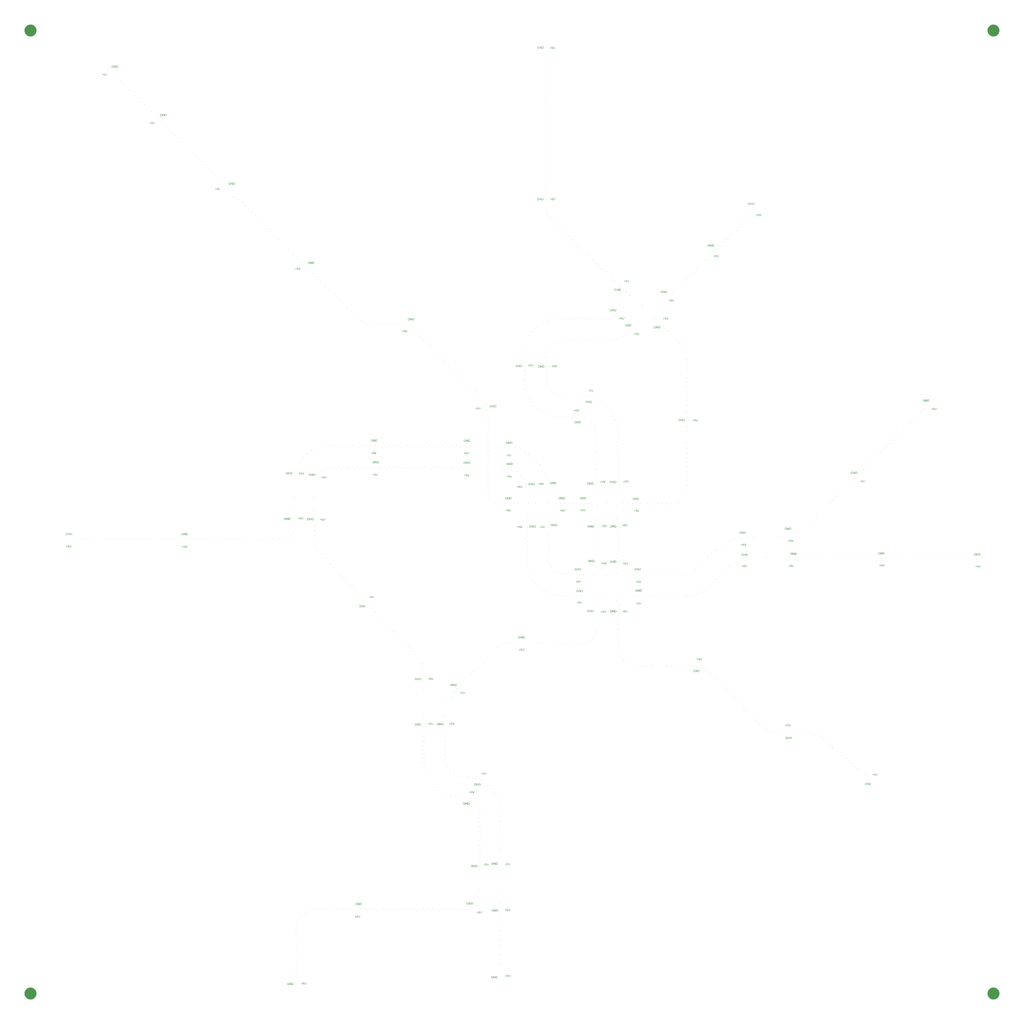
<source format=gbr>
G04 #@! TF.GenerationSoftware,KiCad,Pcbnew,(5.1.9)-1*
G04 #@! TF.CreationDate,2021-12-31T22:52:58-05:00*
G04 #@! TF.ProjectId,500x500-dc-metro-map-dev,35303078-3530-4302-9d64-632d6d657472,rev?*
G04 #@! TF.SameCoordinates,Original*
G04 #@! TF.FileFunction,OtherDrawing,Comment*
%FSLAX46Y46*%
G04 Gerber Fmt 4.6, Leading zero omitted, Abs format (unit mm)*
G04 Created by KiCad (PCBNEW (5.1.9)-1) date 2021-12-31 22:52:58*
%MOMM*%
%LPD*%
G01*
G04 APERTURE LIST*
%ADD10C,0.100000*%
G04 APERTURE END LIST*
D10*
G04 #@! TO.C,M1*
G36*
X133982700Y-291706000D02*
G01*
X133901300Y-291565000D01*
X134064200Y-291564000D01*
X133982700Y-291706000D01*
G37*
G36*
X449321500Y-121523400D02*
G01*
X449398500Y-121536300D01*
X449487500Y-121563600D01*
X449557500Y-121614200D01*
X449612500Y-121668900D01*
X449519500Y-121786600D01*
X449464500Y-121712300D01*
X449388500Y-121671100D01*
X449319500Y-121652500D01*
X449202500Y-121648900D01*
X448974500Y-121648900D01*
X448831500Y-121520700D01*
X449205500Y-121520700D01*
X449321500Y-121523400D01*
G37*
G36*
X448974500Y-121648900D02*
G01*
X448974500Y-122478400D01*
X449206500Y-122478400D01*
X449306500Y-122475100D01*
X449375500Y-122458400D01*
X449432500Y-122435800D01*
X449472500Y-122402300D01*
X449519500Y-122345300D01*
X449551500Y-122264800D01*
X449575500Y-122172400D01*
X449580500Y-122055600D01*
X449571500Y-121898400D01*
X449524500Y-121793600D01*
X449519500Y-121786600D01*
X449612500Y-121668900D01*
X449636500Y-121693400D01*
X449686500Y-121799700D01*
X449721500Y-121917900D01*
X449728500Y-122057800D01*
X449724500Y-122176800D01*
X449699500Y-122277000D01*
X449668500Y-122367100D01*
X449625500Y-122435200D01*
X449579500Y-122493300D01*
X449526500Y-122533600D01*
X449469500Y-122566700D01*
X449397500Y-122588100D01*
X449317500Y-122603600D01*
X449222500Y-122606600D01*
X448831500Y-122606600D01*
X448831500Y-121520700D01*
X448974500Y-121648900D01*
G37*
G36*
X448452500Y-122373200D02*
G01*
X448452500Y-121520700D01*
X448589500Y-121520700D01*
X448589500Y-122606600D01*
X448442500Y-122606600D01*
X447872500Y-121753300D01*
X447872500Y-122606600D01*
X447734500Y-122606600D01*
X447734500Y-121520700D01*
X447881500Y-121520700D01*
X448452500Y-122373200D01*
G37*
G36*
X447177500Y-121508600D02*
G01*
X447276500Y-121540500D01*
X447364500Y-121583500D01*
X447425500Y-121646700D01*
X447474500Y-121721700D01*
X447507500Y-121824400D01*
X447377500Y-121860000D01*
X447351500Y-121782900D01*
X447317500Y-121729700D01*
X447275500Y-121685300D01*
X447213500Y-121653700D01*
X447143500Y-121629900D01*
X447063500Y-121625200D01*
X446969500Y-121630200D01*
X446893500Y-121655200D01*
X446826500Y-121688400D01*
X446777500Y-121734100D01*
X446736500Y-121784600D01*
X446709500Y-121841500D01*
X446674500Y-121945000D01*
X446667500Y-122060000D01*
X446675500Y-122197200D01*
X446717500Y-122302900D01*
X446775500Y-122392300D01*
X446862500Y-122448200D01*
X446960500Y-122487600D01*
X447066500Y-122495500D01*
X447158500Y-122489500D01*
X447248500Y-122459600D01*
X447329500Y-122422900D01*
X447382500Y-122383000D01*
X447382500Y-122180800D01*
X447063500Y-122180800D01*
X447063500Y-122053400D01*
X447523500Y-122052700D01*
X447523500Y-122455500D01*
X447416500Y-122533000D01*
X447305500Y-122582400D01*
X447191500Y-122618100D01*
X447074500Y-122625200D01*
X446919500Y-122613700D01*
X446783500Y-122556600D01*
X446720500Y-122519800D01*
X446622500Y-122420800D01*
X446586500Y-122358600D01*
X446530500Y-122223800D01*
X446519500Y-122068800D01*
X446530500Y-121914000D01*
X446585500Y-121772900D01*
X446621500Y-121707200D01*
X446716500Y-121605200D01*
X446776500Y-121568800D01*
X446907500Y-121513200D01*
X447063500Y-121502100D01*
X447177500Y-121508600D01*
G37*
G36*
X428898500Y-142563000D02*
G01*
X428974500Y-142576000D01*
X429063500Y-142603000D01*
X429133500Y-142654000D01*
X429188500Y-142708000D01*
X429095500Y-142826000D01*
X429040500Y-142752000D01*
X428964500Y-142711000D01*
X428895500Y-142692000D01*
X428778500Y-142688000D01*
X428550500Y-142688000D01*
X428407500Y-142560000D01*
X428781500Y-142560000D01*
X428898500Y-142563000D01*
G37*
G36*
X428550500Y-142688000D02*
G01*
X428550500Y-143518000D01*
X428782500Y-143518000D01*
X428882500Y-143515000D01*
X428951500Y-143498000D01*
X429008500Y-143475000D01*
X429048500Y-143442000D01*
X429095500Y-143385000D01*
X429128500Y-143304000D01*
X429151500Y-143212000D01*
X429156500Y-143095000D01*
X429147500Y-142938000D01*
X429100500Y-142833000D01*
X429095500Y-142826000D01*
X429188500Y-142708000D01*
X429212500Y-142733000D01*
X429262500Y-142839000D01*
X429297500Y-142957000D01*
X429304500Y-143097000D01*
X429300500Y-143216000D01*
X429276500Y-143317000D01*
X429244500Y-143407000D01*
X429201500Y-143475000D01*
X429155500Y-143533000D01*
X429103500Y-143573000D01*
X429045500Y-143606000D01*
X428973500Y-143628000D01*
X428893500Y-143643000D01*
X428798500Y-143646000D01*
X428407500Y-143646000D01*
X428407500Y-142560000D01*
X428550500Y-142688000D01*
G37*
G36*
X428028500Y-143413000D02*
G01*
X428028500Y-142560000D01*
X428166500Y-142560000D01*
X428166500Y-143646000D01*
X428018500Y-143646000D01*
X427448500Y-142793000D01*
X427448500Y-143646000D01*
X427310500Y-143646000D01*
X427310500Y-142560000D01*
X427458500Y-142560000D01*
X428028500Y-143413000D01*
G37*
G36*
X426753500Y-142548000D02*
G01*
X426852500Y-142580000D01*
X426940500Y-142623000D01*
X427001500Y-142686000D01*
X427051500Y-142761000D01*
X427083500Y-142864000D01*
X426953500Y-142900000D01*
X426927500Y-142822000D01*
X426893500Y-142769000D01*
X426851500Y-142725000D01*
X426789500Y-142693000D01*
X426719500Y-142669000D01*
X426639500Y-142665000D01*
X426545500Y-142670000D01*
X426469500Y-142695000D01*
X426402500Y-142728000D01*
X426353500Y-142774000D01*
X426312500Y-142824000D01*
X426285500Y-142881000D01*
X426250500Y-142985000D01*
X426243500Y-143100000D01*
X426252500Y-143237000D01*
X426293500Y-143342000D01*
X426351500Y-143432000D01*
X426439500Y-143488000D01*
X426536500Y-143527000D01*
X426642500Y-143535000D01*
X426734500Y-143529000D01*
X426824500Y-143499000D01*
X426905500Y-143462000D01*
X426959500Y-143423000D01*
X426959500Y-143220000D01*
X426639500Y-143220000D01*
X426639500Y-143093000D01*
X427099500Y-143092000D01*
X427099500Y-143495000D01*
X426993500Y-143573000D01*
X426881500Y-143622000D01*
X426767500Y-143658000D01*
X426650500Y-143665000D01*
X426495500Y-143653000D01*
X426359500Y-143596000D01*
X426296500Y-143559000D01*
X426198500Y-143460000D01*
X426162500Y-143398000D01*
X426106500Y-143263000D01*
X426095500Y-143108000D01*
X426106500Y-142954000D01*
X426161500Y-142812000D01*
X426197500Y-142747000D01*
X426292500Y-142645000D01*
X426352500Y-142608000D01*
X426483500Y-142553000D01*
X426639500Y-142542000D01*
X426753500Y-142548000D01*
G37*
G36*
X405282500Y-165965000D02*
G01*
X405359500Y-165978000D01*
X405448500Y-166005000D01*
X405518500Y-166056000D01*
X405572500Y-166110000D01*
X405480500Y-166228000D01*
X405425500Y-166154000D01*
X405349500Y-166112000D01*
X405280500Y-166094000D01*
X405163500Y-166090000D01*
X404935500Y-166090000D01*
X404792500Y-165962000D01*
X405166500Y-165962000D01*
X405282500Y-165965000D01*
G37*
G36*
X404935500Y-166090000D02*
G01*
X404935500Y-166920000D01*
X405167500Y-166920000D01*
X405266500Y-166917000D01*
X405336500Y-166900000D01*
X405392500Y-166877000D01*
X405433500Y-166844000D01*
X405480500Y-166787000D01*
X405512500Y-166706000D01*
X405536500Y-166614000D01*
X405541500Y-166497000D01*
X405532500Y-166340000D01*
X405485500Y-166235000D01*
X405480500Y-166228000D01*
X405572500Y-166110000D01*
X405597500Y-166135000D01*
X405647500Y-166241000D01*
X405682500Y-166359000D01*
X405689500Y-166499000D01*
X405684500Y-166618000D01*
X405660500Y-166718000D01*
X405629500Y-166809000D01*
X405586500Y-166877000D01*
X405540500Y-166935000D01*
X405487500Y-166975000D01*
X405430500Y-167008000D01*
X405358500Y-167029000D01*
X405278500Y-167045000D01*
X405183500Y-167048000D01*
X404792500Y-167048000D01*
X404792500Y-165962000D01*
X404935500Y-166090000D01*
G37*
G36*
X404413500Y-166815000D02*
G01*
X404413500Y-165962000D01*
X404550500Y-165962000D01*
X404550500Y-167048000D01*
X404403500Y-167048000D01*
X403833500Y-166195000D01*
X403833500Y-167048000D01*
X403695500Y-167048000D01*
X403695500Y-165962000D01*
X403842500Y-165962000D01*
X404413500Y-166815000D01*
G37*
G36*
X403138500Y-165950000D02*
G01*
X403236500Y-165982000D01*
X403325500Y-166025000D01*
X403386500Y-166088000D01*
X403435500Y-166163000D01*
X403468500Y-166266000D01*
X403338500Y-166301000D01*
X403312500Y-166224000D01*
X403277500Y-166171000D01*
X403236500Y-166127000D01*
X403174500Y-166095000D01*
X403104500Y-166071000D01*
X403024500Y-166067000D01*
X402930500Y-166072000D01*
X402854500Y-166097000D01*
X402787500Y-166130000D01*
X402738500Y-166175000D01*
X402697500Y-166226000D01*
X402670500Y-166283000D01*
X402635500Y-166386000D01*
X402628500Y-166501000D01*
X402636500Y-166639000D01*
X402678500Y-166744000D01*
X402735500Y-166834000D01*
X402823500Y-166890000D01*
X402921500Y-166929000D01*
X403026500Y-166937000D01*
X403119500Y-166931000D01*
X403209500Y-166901000D01*
X403290500Y-166864000D01*
X403343500Y-166824000D01*
X403343500Y-166622000D01*
X403024500Y-166622000D01*
X403024500Y-166495000D01*
X403484500Y-166494000D01*
X403484500Y-166897000D01*
X403377500Y-166974000D01*
X403266500Y-167024000D01*
X403152500Y-167059000D01*
X403035500Y-167067000D01*
X402880500Y-167055000D01*
X402744500Y-166998000D01*
X402681500Y-166961000D01*
X402583500Y-166862000D01*
X402547500Y-166800000D01*
X402491500Y-166665000D01*
X402480500Y-166510000D01*
X402491500Y-166355000D01*
X402546500Y-166214000D01*
X402582500Y-166149000D01*
X402677500Y-166047000D01*
X402737500Y-166010000D01*
X402868500Y-165955000D01*
X403024500Y-165944000D01*
X403138500Y-165950000D01*
G37*
G36*
X452511500Y-128007000D02*
G01*
X452544500Y-128100000D01*
X452568500Y-128185000D01*
X452595500Y-128096000D01*
X452627500Y-128007000D01*
X452921500Y-127218700D01*
X453067500Y-127218700D01*
X452642500Y-128305000D01*
X452494500Y-128305000D01*
X452074500Y-127218700D01*
X452229500Y-127218700D01*
X452511500Y-128007000D01*
G37*
G36*
X451955500Y-127361000D02*
G01*
X451522500Y-127361000D01*
X451463500Y-127653000D01*
X451563500Y-127596000D01*
X451669500Y-127585000D01*
X451738500Y-127589000D01*
X451858500Y-127638000D01*
X451908500Y-127683000D01*
X451953500Y-127735000D01*
X452002500Y-127861000D01*
X452006500Y-127936000D01*
X452002500Y-128009000D01*
X451960500Y-128136000D01*
X451920500Y-128191000D01*
X451865500Y-128252000D01*
X451722500Y-128318000D01*
X451635500Y-128323000D01*
X451563500Y-128320000D01*
X451442500Y-128278000D01*
X451393500Y-128240000D01*
X451350500Y-128196000D01*
X451296500Y-128086000D01*
X451286500Y-128020000D01*
X451426500Y-128008000D01*
X451449500Y-128102000D01*
X451499500Y-128162000D01*
X451559500Y-128205000D01*
X451635500Y-128214000D01*
X451682500Y-128211000D01*
X451763500Y-128174000D01*
X451798500Y-128141000D01*
X451829500Y-128103000D01*
X451862500Y-128006000D01*
X451865500Y-127948000D01*
X451862500Y-127893000D01*
X451830500Y-127803000D01*
X451800500Y-127768000D01*
X451767500Y-127738000D01*
X451683500Y-127705000D01*
X451633500Y-127702000D01*
X451570500Y-127707000D01*
X451517500Y-127732000D01*
X451468500Y-127764000D01*
X451435500Y-127808000D01*
X451310500Y-127791000D01*
X451415500Y-127233600D01*
X451955500Y-127233600D01*
X451955500Y-127361000D01*
G37*
G36*
X450843500Y-127707000D02*
G01*
X451139500Y-127707000D01*
X451139500Y-127831000D01*
X450843500Y-127831000D01*
X450843500Y-128129000D01*
X450717500Y-128129000D01*
X450717500Y-127831000D01*
X450422500Y-127831000D01*
X450422500Y-127707000D01*
X450717500Y-127707000D01*
X450717500Y-127411300D01*
X450843500Y-127411300D01*
X450843500Y-127707000D01*
G37*
G36*
X431291500Y-148654000D02*
G01*
X431324500Y-148747000D01*
X431348500Y-148832000D01*
X431375500Y-148743000D01*
X431407500Y-148654000D01*
X431700500Y-147865000D01*
X431847500Y-147865000D01*
X431422500Y-148951000D01*
X431274500Y-148951000D01*
X430854500Y-147865000D01*
X431009500Y-147865000D01*
X431291500Y-148654000D01*
G37*
G36*
X430735500Y-148007000D02*
G01*
X430301500Y-148007000D01*
X430243500Y-148299000D01*
X430342500Y-148242000D01*
X430448500Y-148231000D01*
X430518500Y-148235000D01*
X430638500Y-148284000D01*
X430688500Y-148330000D01*
X430733500Y-148381000D01*
X430782500Y-148508000D01*
X430786500Y-148583000D01*
X430782500Y-148655000D01*
X430739500Y-148782000D01*
X430700500Y-148838000D01*
X430645500Y-148898000D01*
X430502500Y-148964000D01*
X430415500Y-148969000D01*
X430343500Y-148966000D01*
X430222500Y-148924000D01*
X430173500Y-148886000D01*
X430129500Y-148843000D01*
X430076500Y-148733000D01*
X430066500Y-148666000D01*
X430206500Y-148654000D01*
X430228500Y-148748000D01*
X430278500Y-148808000D01*
X430339500Y-148851000D01*
X430415500Y-148860000D01*
X430462500Y-148857000D01*
X430543500Y-148821000D01*
X430578500Y-148787000D01*
X430608500Y-148749000D01*
X430642500Y-148653000D01*
X430645500Y-148595000D01*
X430642500Y-148540000D01*
X430610500Y-148449000D01*
X430580500Y-148414000D01*
X430547500Y-148384000D01*
X430463500Y-148351000D01*
X430413500Y-148349000D01*
X430350500Y-148353000D01*
X430297500Y-148378000D01*
X430248500Y-148410000D01*
X430215500Y-148454000D01*
X430089500Y-148438000D01*
X430195500Y-147880000D01*
X430735500Y-147880000D01*
X430735500Y-148007000D01*
G37*
G36*
X429623500Y-148353000D02*
G01*
X429919500Y-148353000D01*
X429919500Y-148477000D01*
X429623500Y-148477000D01*
X429623500Y-148775000D01*
X429497500Y-148775000D01*
X429497500Y-148477000D01*
X429202500Y-148477000D01*
X429202500Y-148353000D01*
X429497500Y-148353000D01*
X429497500Y-148058000D01*
X429623500Y-148058000D01*
X429623500Y-148353000D01*
G37*
G36*
X408663500Y-170995000D02*
G01*
X408696500Y-171088000D01*
X408720500Y-171173000D01*
X408747500Y-171084000D01*
X408779500Y-170995000D01*
X409072500Y-170206000D01*
X409219500Y-170206000D01*
X408794500Y-171292000D01*
X408646500Y-171292000D01*
X408226500Y-170206000D01*
X408381500Y-170206000D01*
X408663500Y-170995000D01*
G37*
G36*
X408107500Y-170348000D02*
G01*
X407673500Y-170348000D01*
X407615500Y-170640000D01*
X407714500Y-170583000D01*
X407820500Y-170572000D01*
X407890500Y-170576000D01*
X408010500Y-170625000D01*
X408060500Y-170671000D01*
X408105500Y-170722000D01*
X408154500Y-170849000D01*
X408158500Y-170924000D01*
X408154500Y-170996000D01*
X408111500Y-171123000D01*
X408072500Y-171179000D01*
X408017500Y-171239000D01*
X407874500Y-171305000D01*
X407787500Y-171310000D01*
X407715500Y-171307000D01*
X407594500Y-171266000D01*
X407545500Y-171227000D01*
X407502500Y-171184000D01*
X407448500Y-171074000D01*
X407438500Y-171007000D01*
X407578500Y-170996000D01*
X407600500Y-171089000D01*
X407651500Y-171149000D01*
X407711500Y-171192000D01*
X407787500Y-171201000D01*
X407834500Y-171198000D01*
X407915500Y-171162000D01*
X407950500Y-171128000D01*
X407980500Y-171090000D01*
X408014500Y-170994000D01*
X408017500Y-170936000D01*
X408014500Y-170881000D01*
X407982500Y-170791000D01*
X407952500Y-170756000D01*
X407919500Y-170725000D01*
X407835500Y-170692000D01*
X407785500Y-170690000D01*
X407722500Y-170694000D01*
X407669500Y-170719000D01*
X407620500Y-170751000D01*
X407587500Y-170795000D01*
X407462500Y-170779000D01*
X407567500Y-170221000D01*
X408107500Y-170221000D01*
X408107500Y-170348000D01*
G37*
G36*
X406995500Y-170694000D02*
G01*
X407291500Y-170694000D01*
X407291500Y-170819000D01*
X406995500Y-170819000D01*
X406995500Y-171116000D01*
X406869500Y-171116000D01*
X406869500Y-170819000D01*
X406574500Y-170819000D01*
X406574500Y-170694000D01*
X406869500Y-170694000D01*
X406869500Y-170399000D01*
X406995500Y-170399000D01*
X406995500Y-170694000D01*
G37*
G36*
X390960500Y-187964000D02*
G01*
X390992500Y-188057000D01*
X391017500Y-188142000D01*
X391043500Y-188053000D01*
X391075500Y-187964000D01*
X391369500Y-187175000D01*
X391515500Y-187175000D01*
X391090500Y-188261000D01*
X390943500Y-188261000D01*
X390522500Y-187175000D01*
X390677500Y-187175000D01*
X390960500Y-187964000D01*
G37*
G36*
X390403500Y-187318000D02*
G01*
X389970500Y-187318000D01*
X389911500Y-187609000D01*
X390011500Y-187553000D01*
X390117500Y-187541000D01*
X390186500Y-187545000D01*
X390306500Y-187595000D01*
X390357500Y-187640000D01*
X390401500Y-187691000D01*
X390450500Y-187818000D01*
X390454500Y-187893000D01*
X390451500Y-187965000D01*
X390408500Y-188093000D01*
X390368500Y-188148000D01*
X390313500Y-188208000D01*
X390170500Y-188274000D01*
X390083500Y-188280000D01*
X390011500Y-188276000D01*
X389891500Y-188235000D01*
X389841500Y-188197000D01*
X389798500Y-188153000D01*
X389744500Y-188043000D01*
X389735500Y-187977000D01*
X389875500Y-187965000D01*
X389897500Y-188059000D01*
X389947500Y-188119000D01*
X390007500Y-188162000D01*
X390083500Y-188170000D01*
X390130500Y-188167000D01*
X390212500Y-188131000D01*
X390246500Y-188098000D01*
X390277500Y-188059000D01*
X390310500Y-187963000D01*
X390313500Y-187905000D01*
X390310500Y-187850000D01*
X390278500Y-187760000D01*
X390249500Y-187725000D01*
X390215500Y-187695000D01*
X390131500Y-187662000D01*
X390081500Y-187659000D01*
X390019500Y-187664000D01*
X389965500Y-187688000D01*
X389917500Y-187720000D01*
X389883500Y-187764000D01*
X389758500Y-187748000D01*
X389863500Y-187190000D01*
X390403500Y-187190000D01*
X390403500Y-187318000D01*
G37*
G36*
X389292500Y-187663000D02*
G01*
X389587500Y-187663000D01*
X389587500Y-187788000D01*
X389292500Y-187788000D01*
X389292500Y-188086000D01*
X389166500Y-188086000D01*
X389166500Y-187788000D01*
X388870500Y-187788000D01*
X388870500Y-187663000D01*
X389166500Y-187663000D01*
X389166500Y-187368000D01*
X389292500Y-187368000D01*
X389292500Y-187663000D01*
G37*
G36*
X383706500Y-180192000D02*
G01*
X383738500Y-180285000D01*
X383763500Y-180370000D01*
X383789500Y-180281000D01*
X383821500Y-180192000D01*
X384115500Y-179403000D01*
X384261500Y-179403000D01*
X383836500Y-180489000D01*
X383689500Y-180489000D01*
X383268500Y-179403000D01*
X383423500Y-179403000D01*
X383706500Y-180192000D01*
G37*
G36*
X383150500Y-179545000D02*
G01*
X382716500Y-179545000D01*
X382657500Y-179837000D01*
X382757500Y-179780000D01*
X382863500Y-179769000D01*
X382932500Y-179773000D01*
X383052500Y-179822000D01*
X383103500Y-179868000D01*
X383148500Y-179919000D01*
X383196500Y-180046000D01*
X383200500Y-180121000D01*
X383197500Y-180193000D01*
X383154500Y-180320000D01*
X383114500Y-180376000D01*
X383059500Y-180436000D01*
X382917500Y-180502000D01*
X382829500Y-180507000D01*
X382758500Y-180504000D01*
X382637500Y-180463000D01*
X382588500Y-180424000D01*
X382544500Y-180381000D01*
X382491500Y-180271000D01*
X382481500Y-180205000D01*
X382621500Y-180193000D01*
X382643500Y-180286000D01*
X382693500Y-180346000D01*
X382753500Y-180389000D01*
X382829500Y-180398000D01*
X382876500Y-180395000D01*
X382958500Y-180359000D01*
X382992500Y-180325000D01*
X383023500Y-180287000D01*
X383056500Y-180191000D01*
X383059500Y-180133000D01*
X383057500Y-180078000D01*
X383024500Y-179988000D01*
X382995500Y-179953000D01*
X382961500Y-179922000D01*
X382877500Y-179889000D01*
X382827500Y-179887000D01*
X382765500Y-179892000D01*
X382711500Y-179916000D01*
X382663500Y-179948000D01*
X382630500Y-179992000D01*
X382504500Y-179976000D01*
X382610500Y-179418000D01*
X383150500Y-179418000D01*
X383150500Y-179545000D01*
G37*
G36*
X382038500Y-179891000D02*
G01*
X382333500Y-179891000D01*
X382333500Y-180016000D01*
X382038500Y-180016000D01*
X382038500Y-180313000D01*
X381912500Y-180313000D01*
X381912500Y-180016000D01*
X381616500Y-180016000D01*
X381616500Y-179891000D01*
X381912500Y-179891000D01*
X381912500Y-179596000D01*
X382038500Y-179596000D01*
X382038500Y-179891000D01*
G37*
G36*
X337807500Y-203811000D02*
G01*
X337839500Y-203904000D01*
X337864500Y-203989000D01*
X337890500Y-203900000D01*
X337922500Y-203811000D01*
X338216500Y-203022000D01*
X338362500Y-203022000D01*
X337937500Y-204108000D01*
X337790500Y-204108000D01*
X337369500Y-203022000D01*
X337525500Y-203022000D01*
X337807500Y-203811000D01*
G37*
G36*
X337251500Y-203164000D02*
G01*
X336817500Y-203164000D01*
X336758500Y-203456000D01*
X336858500Y-203399000D01*
X336964500Y-203388000D01*
X337033500Y-203392000D01*
X337153500Y-203441000D01*
X337204500Y-203486000D01*
X337249500Y-203538000D01*
X337297500Y-203665000D01*
X337301500Y-203740000D01*
X337298500Y-203812000D01*
X337255500Y-203939000D01*
X337215500Y-203995000D01*
X337160500Y-204055000D01*
X337018500Y-204121000D01*
X336930500Y-204126000D01*
X336859500Y-204123000D01*
X336738500Y-204081000D01*
X336689500Y-204043000D01*
X336645500Y-204000000D01*
X336592500Y-203890000D01*
X336582500Y-203823000D01*
X336722500Y-203811000D01*
X336744500Y-203905000D01*
X336794500Y-203965000D01*
X336854500Y-204008000D01*
X336930500Y-204017000D01*
X336977500Y-204014000D01*
X337059500Y-203977000D01*
X337093500Y-203944000D01*
X337124500Y-203906000D01*
X337157500Y-203810000D01*
X337160500Y-203752000D01*
X337158500Y-203697000D01*
X337125500Y-203606000D01*
X337096500Y-203571000D01*
X337062500Y-203541000D01*
X336978500Y-203508000D01*
X336928500Y-203506000D01*
X336866500Y-203510000D01*
X336812500Y-203535000D01*
X336764500Y-203567000D01*
X336731500Y-203611000D01*
X336605500Y-203595000D01*
X336711500Y-203037000D01*
X337251500Y-203037000D01*
X337251500Y-203164000D01*
G37*
G36*
X336139500Y-203510000D02*
G01*
X336434500Y-203510000D01*
X336434500Y-203634000D01*
X336139500Y-203634000D01*
X336139500Y-203932000D01*
X336013500Y-203932000D01*
X336013500Y-203634000D01*
X335717500Y-203634000D01*
X335717500Y-203510000D01*
X336013500Y-203510000D01*
X336013500Y-203215000D01*
X336139500Y-203215000D01*
X336139500Y-203510000D01*
G37*
G36*
X349686500Y-204156000D02*
G01*
X349719500Y-204249000D01*
X349743500Y-204334000D01*
X349770500Y-204245000D01*
X349802500Y-204156000D01*
X350095500Y-203367000D01*
X350242500Y-203367000D01*
X349817500Y-204453000D01*
X349669500Y-204453000D01*
X349249500Y-203367000D01*
X349404500Y-203367000D01*
X349686500Y-204156000D01*
G37*
G36*
X349130500Y-203509000D02*
G01*
X348696500Y-203509000D01*
X348638500Y-203801000D01*
X348737500Y-203744000D01*
X348843500Y-203733000D01*
X348913500Y-203737000D01*
X349033500Y-203787000D01*
X349083500Y-203832000D01*
X349128500Y-203883000D01*
X349177500Y-204010000D01*
X349181500Y-204085000D01*
X349177500Y-204157000D01*
X349134500Y-204284000D01*
X349095500Y-204340000D01*
X349040500Y-204400000D01*
X348897500Y-204466000D01*
X348810500Y-204472000D01*
X348738500Y-204468000D01*
X348617500Y-204427000D01*
X348568500Y-204389000D01*
X348524500Y-204345000D01*
X348471500Y-204235000D01*
X348461500Y-204169000D01*
X348601500Y-204157000D01*
X348623500Y-204251000D01*
X348673500Y-204310000D01*
X348734500Y-204353000D01*
X348810500Y-204362000D01*
X348857500Y-204359000D01*
X348938500Y-204323000D01*
X348973500Y-204289000D01*
X349003500Y-204251000D01*
X349037500Y-204155000D01*
X349040500Y-204097000D01*
X349037500Y-204042000D01*
X349005500Y-203952000D01*
X348975500Y-203917000D01*
X348942500Y-203886000D01*
X348858500Y-203853000D01*
X348808500Y-203851000D01*
X348745500Y-203856000D01*
X348692500Y-203880000D01*
X348643500Y-203912000D01*
X348610500Y-203956000D01*
X348485500Y-203940000D01*
X348590500Y-203382000D01*
X349130500Y-203382000D01*
X349130500Y-203509000D01*
G37*
G36*
X348018500Y-203855000D02*
G01*
X348314500Y-203855000D01*
X348314500Y-203980000D01*
X348018500Y-203980000D01*
X348018500Y-204278000D01*
X347892500Y-204278000D01*
X347892500Y-203980000D01*
X347597500Y-203980000D01*
X347597500Y-203855000D01*
X347892500Y-203855000D01*
X347892500Y-203560000D01*
X348018500Y-203560000D01*
X348018500Y-203855000D01*
G37*
G36*
X368075500Y-216505000D02*
G01*
X368107500Y-216598000D01*
X368132500Y-216683000D01*
X368158500Y-216594000D01*
X368191500Y-216505000D01*
X368484500Y-215716000D01*
X368631500Y-215716000D01*
X368205500Y-216802000D01*
X368058500Y-216802000D01*
X367637500Y-215716000D01*
X367793500Y-215716000D01*
X368075500Y-216505000D01*
G37*
G36*
X367519500Y-215859000D02*
G01*
X367085500Y-215859000D01*
X367026500Y-216151000D01*
X367126500Y-216094000D01*
X367232500Y-216082000D01*
X367301500Y-216087000D01*
X367421500Y-216136000D01*
X367472500Y-216181000D01*
X367517500Y-216233000D01*
X367565500Y-216359000D01*
X367569500Y-216434000D01*
X367566500Y-216506000D01*
X367523500Y-216634000D01*
X367484500Y-216689000D01*
X367428500Y-216750000D01*
X367286500Y-216815000D01*
X367198500Y-216821000D01*
X367127500Y-216818000D01*
X367006500Y-216776000D01*
X366957500Y-216738000D01*
X366913500Y-216694000D01*
X366860500Y-216584000D01*
X366850500Y-216518000D01*
X366990500Y-216506000D01*
X367012500Y-216600000D01*
X367062500Y-216660000D01*
X367122500Y-216703000D01*
X367198500Y-216711000D01*
X367245500Y-216708000D01*
X367327500Y-216672000D01*
X367361500Y-216639000D01*
X367392500Y-216600000D01*
X367426500Y-216504000D01*
X367428500Y-216446000D01*
X367426500Y-216391000D01*
X367393500Y-216301000D01*
X367364500Y-216266000D01*
X367330500Y-216236000D01*
X367246500Y-216203000D01*
X367196500Y-216200000D01*
X367134500Y-216205000D01*
X367080500Y-216229000D01*
X367032500Y-216262000D01*
X366999500Y-216305000D01*
X366873500Y-216289000D01*
X366979500Y-215731000D01*
X367519500Y-215731000D01*
X367519500Y-215859000D01*
G37*
G36*
X366407500Y-216205000D02*
G01*
X366702500Y-216205000D01*
X366702500Y-216329000D01*
X366407500Y-216329000D01*
X366407500Y-216627000D01*
X366281500Y-216627000D01*
X366281500Y-216329000D01*
X365985500Y-216329000D01*
X365985500Y-216205000D01*
X366281500Y-216205000D01*
X366281500Y-215909000D01*
X366407500Y-215909000D01*
X366407500Y-216205000D01*
G37*
G36*
X360821500Y-226436000D02*
G01*
X360853500Y-226529000D01*
X360878500Y-226614000D01*
X360904500Y-226525000D01*
X360937500Y-226436000D01*
X361230500Y-225647000D01*
X361377500Y-225647000D01*
X360951500Y-226733000D01*
X360804500Y-226733000D01*
X360383500Y-225647000D01*
X360539500Y-225647000D01*
X360821500Y-226436000D01*
G37*
G36*
X360265500Y-225790000D02*
G01*
X359831500Y-225790000D01*
X359773500Y-226081000D01*
X359872500Y-226025000D01*
X359978500Y-226013000D01*
X360047500Y-226017000D01*
X360167500Y-226067000D01*
X360218500Y-226112000D01*
X360263500Y-226164000D01*
X360312500Y-226290000D01*
X360316500Y-226365000D01*
X360312500Y-226437000D01*
X360269500Y-226565000D01*
X360230500Y-226620000D01*
X360174500Y-226680000D01*
X360032500Y-226746000D01*
X359944500Y-226752000D01*
X359873500Y-226748000D01*
X359752500Y-226707000D01*
X359703500Y-226669000D01*
X359659500Y-226625000D01*
X359606500Y-226515000D01*
X359596500Y-226449000D01*
X359736500Y-226437000D01*
X359758500Y-226531000D01*
X359808500Y-226591000D01*
X359869500Y-226634000D01*
X359944500Y-226642000D01*
X359992500Y-226639000D01*
X360073500Y-226603000D01*
X360108500Y-226570000D01*
X360138500Y-226531000D01*
X360172500Y-226435000D01*
X360174500Y-226377000D01*
X360172500Y-226322000D01*
X360140500Y-226232000D01*
X360110500Y-226197000D01*
X360076500Y-226167000D01*
X359993500Y-226134000D01*
X359943500Y-226131000D01*
X359880500Y-226136000D01*
X359826500Y-226160000D01*
X359778500Y-226193000D01*
X359745500Y-226236000D01*
X359619500Y-226220000D01*
X359725500Y-225662000D01*
X360265500Y-225662000D01*
X360265500Y-225790000D01*
G37*
G36*
X359153500Y-226136000D02*
G01*
X359448500Y-226136000D01*
X359448500Y-226260000D01*
X359153500Y-226260000D01*
X359153500Y-226558000D01*
X359027500Y-226558000D01*
X359027500Y-226260000D01*
X358732500Y-226260000D01*
X358732500Y-226136000D01*
X359027500Y-226136000D01*
X359027500Y-225840000D01*
X359153500Y-225840000D01*
X359153500Y-226136000D01*
G37*
G36*
X385718500Y-262318000D02*
G01*
X385751500Y-262411000D01*
X385776500Y-262496000D01*
X385802500Y-262407000D01*
X385834500Y-262318000D01*
X386128500Y-261529000D01*
X386274500Y-261529000D01*
X385849500Y-262615000D01*
X385701500Y-262615000D01*
X385281500Y-261529000D01*
X385436500Y-261529000D01*
X385718500Y-262318000D01*
G37*
G36*
X385162500Y-261672000D02*
G01*
X384729500Y-261672000D01*
X384670500Y-261963000D01*
X384770500Y-261907000D01*
X384876500Y-261895000D01*
X384945500Y-261899000D01*
X385065500Y-261949000D01*
X385115500Y-261994000D01*
X385160500Y-262045000D01*
X385209500Y-262172000D01*
X385213500Y-262247000D01*
X385209500Y-262319000D01*
X385167500Y-262447000D01*
X385127500Y-262502000D01*
X385072500Y-262562000D01*
X384929500Y-262628000D01*
X384842500Y-262634000D01*
X384770500Y-262630000D01*
X384649500Y-262589000D01*
X384600500Y-262551000D01*
X384557500Y-262507000D01*
X384503500Y-262397000D01*
X384493500Y-262331000D01*
X384633500Y-262319000D01*
X384656500Y-262413000D01*
X384706500Y-262473000D01*
X384766500Y-262516000D01*
X384842500Y-262524000D01*
X384889500Y-262521000D01*
X384970500Y-262485000D01*
X385005500Y-262452000D01*
X385036500Y-262413000D01*
X385069500Y-262317000D01*
X385072500Y-262259000D01*
X385069500Y-262204000D01*
X385037500Y-262114000D01*
X385007500Y-262079000D01*
X384974500Y-262049000D01*
X384890500Y-262016000D01*
X384840500Y-262013000D01*
X384777500Y-262018000D01*
X384724500Y-262042000D01*
X384675500Y-262074000D01*
X384642500Y-262118000D01*
X384517500Y-262102000D01*
X384622500Y-261544000D01*
X385162500Y-261544000D01*
X385162500Y-261672000D01*
G37*
G36*
X384050500Y-262017000D02*
G01*
X384346500Y-262017000D01*
X384346500Y-262142000D01*
X384050500Y-262142000D01*
X384050500Y-262440000D01*
X383924500Y-262440000D01*
X383924500Y-262142000D01*
X383629500Y-262142000D01*
X383629500Y-262017000D01*
X383924500Y-262017000D01*
X383924500Y-261722000D01*
X384050500Y-261722000D01*
X384050500Y-262017000D01*
G37*
G36*
X374163500Y-262447000D02*
G01*
X374196500Y-262540000D01*
X374220500Y-262625000D01*
X374247500Y-262536000D01*
X374279500Y-262447000D01*
X374572500Y-261659000D01*
X374719500Y-261659000D01*
X374294500Y-262745000D01*
X374146500Y-262745000D01*
X373726500Y-261659000D01*
X373881500Y-261659000D01*
X374163500Y-262447000D01*
G37*
G36*
X373607500Y-261801000D02*
G01*
X373173500Y-261801000D01*
X373115500Y-262093000D01*
X373214500Y-262036000D01*
X373320500Y-262025000D01*
X373390500Y-262029000D01*
X373510500Y-262078000D01*
X373560500Y-262123000D01*
X373605500Y-262175000D01*
X373654500Y-262301000D01*
X373658500Y-262376000D01*
X373654500Y-262448000D01*
X373611500Y-262576000D01*
X373572500Y-262631000D01*
X373517500Y-262692000D01*
X373374500Y-262758000D01*
X373287500Y-262763000D01*
X373215500Y-262760000D01*
X373094500Y-262718000D01*
X373045500Y-262680000D01*
X373002500Y-262636000D01*
X372948500Y-262526000D01*
X372938500Y-262460000D01*
X373078500Y-262448000D01*
X373100500Y-262542000D01*
X373151500Y-262602000D01*
X373211500Y-262645000D01*
X373287500Y-262653000D01*
X373334500Y-262650000D01*
X373415500Y-262614000D01*
X373450500Y-262581000D01*
X373480500Y-262543000D01*
X373514500Y-262446000D01*
X373517500Y-262388000D01*
X373514500Y-262333000D01*
X373482500Y-262243000D01*
X373452500Y-262208000D01*
X373419500Y-262178000D01*
X373335500Y-262145000D01*
X373285500Y-262142000D01*
X373222500Y-262147000D01*
X373169500Y-262172000D01*
X373120500Y-262204000D01*
X373087500Y-262247000D01*
X372962500Y-262231000D01*
X373067500Y-261674000D01*
X373607500Y-261674000D01*
X373607500Y-261801000D01*
G37*
G36*
X372495500Y-262147000D02*
G01*
X372791500Y-262147000D01*
X372791500Y-262271000D01*
X372495500Y-262271000D01*
X372495500Y-262569000D01*
X372369500Y-262569000D01*
X372369500Y-262271000D01*
X372074500Y-262271000D01*
X372074500Y-262147000D01*
X372369500Y-262147000D01*
X372369500Y-261851000D01*
X372495500Y-261851000D01*
X372495500Y-262147000D01*
G37*
G36*
X367381500Y-221351000D02*
G01*
X367458500Y-221364000D01*
X367547500Y-221391000D01*
X367617500Y-221442000D01*
X367672500Y-221496000D01*
X367579500Y-221614000D01*
X367524500Y-221540000D01*
X367448500Y-221499000D01*
X367379500Y-221480000D01*
X367262500Y-221476000D01*
X367034500Y-221476000D01*
X366891500Y-221348000D01*
X367265500Y-221348000D01*
X367381500Y-221351000D01*
G37*
G36*
X367034500Y-221476000D02*
G01*
X367034500Y-222306000D01*
X367266500Y-222306000D01*
X367366500Y-222303000D01*
X367435500Y-222286000D01*
X367492500Y-222263000D01*
X367532500Y-222230000D01*
X367579500Y-222173000D01*
X367611500Y-222092000D01*
X367635500Y-222000000D01*
X367640500Y-221883000D01*
X367631500Y-221726000D01*
X367584500Y-221621000D01*
X367579500Y-221614000D01*
X367672500Y-221496000D01*
X367696500Y-221521000D01*
X367746500Y-221627000D01*
X367781500Y-221746000D01*
X367788500Y-221885000D01*
X367784500Y-222004000D01*
X367759500Y-222105000D01*
X367728500Y-222195000D01*
X367685500Y-222263000D01*
X367639500Y-222321000D01*
X367587500Y-222361000D01*
X367529500Y-222394000D01*
X367457500Y-222416000D01*
X367377500Y-222431000D01*
X367282500Y-222434000D01*
X366891500Y-222434000D01*
X366891500Y-221348000D01*
X367034500Y-221476000D01*
G37*
G36*
X366511500Y-222201000D02*
G01*
X366511500Y-221348000D01*
X366649500Y-221348000D01*
X366649500Y-222434000D01*
X366502500Y-222434000D01*
X365931500Y-221581000D01*
X365931500Y-222434000D01*
X365794500Y-222434000D01*
X365794500Y-221348000D01*
X365941500Y-221348000D01*
X366511500Y-222201000D01*
G37*
G36*
X365237500Y-221336000D02*
G01*
X365336500Y-221368000D01*
X365424500Y-221411000D01*
X365485500Y-221474000D01*
X365535500Y-221549000D01*
X365567500Y-221652000D01*
X365437500Y-221688000D01*
X365411500Y-221611000D01*
X365377500Y-221557000D01*
X365335500Y-221513000D01*
X365273500Y-221481000D01*
X365203500Y-221458000D01*
X365123500Y-221453000D01*
X365029500Y-221458000D01*
X364953500Y-221483000D01*
X364886500Y-221516000D01*
X364837500Y-221562000D01*
X364796500Y-221612000D01*
X364769500Y-221669000D01*
X364734500Y-221773000D01*
X364727500Y-221888000D01*
X364735500Y-222025000D01*
X364777500Y-222131000D01*
X364835500Y-222220000D01*
X364922500Y-222276000D01*
X365020500Y-222315000D01*
X365126500Y-222323000D01*
X365218500Y-222317000D01*
X365308500Y-222287000D01*
X365389500Y-222251000D01*
X365443500Y-222211000D01*
X365443500Y-222008000D01*
X365123500Y-222008000D01*
X365123500Y-221881000D01*
X365583500Y-221880000D01*
X365583500Y-222283000D01*
X365476500Y-222361000D01*
X365365500Y-222410000D01*
X365251500Y-222446000D01*
X365134500Y-222453000D01*
X364979500Y-222441000D01*
X364843500Y-222384000D01*
X364780500Y-222347000D01*
X364682500Y-222248000D01*
X364646500Y-222186000D01*
X364590500Y-222051000D01*
X364579500Y-221896000D01*
X364590500Y-221742000D01*
X364645500Y-221601000D01*
X364681500Y-221535000D01*
X364776500Y-221433000D01*
X364836500Y-221396000D01*
X364967500Y-221341000D01*
X365123500Y-221330000D01*
X365237500Y-221336000D01*
G37*
G36*
X343446500Y-203536000D02*
G01*
X343523500Y-203549000D01*
X343612500Y-203576000D01*
X343682500Y-203627000D01*
X343737500Y-203681000D01*
X343644500Y-203799000D01*
X343589500Y-203725000D01*
X343513500Y-203684000D01*
X343444500Y-203665000D01*
X343327500Y-203661000D01*
X343099500Y-203661000D01*
X342956500Y-203533000D01*
X343330500Y-203533000D01*
X343446500Y-203536000D01*
G37*
G36*
X343099500Y-203661000D02*
G01*
X343099500Y-204491000D01*
X343331500Y-204491000D01*
X343431500Y-204488000D01*
X343500500Y-204471000D01*
X343557500Y-204448000D01*
X343597500Y-204415000D01*
X343644500Y-204358000D01*
X343676500Y-204277000D01*
X343700500Y-204185000D01*
X343705500Y-204068000D01*
X343696500Y-203911000D01*
X343649500Y-203806000D01*
X343644500Y-203799000D01*
X343737500Y-203681000D01*
X343761500Y-203706000D01*
X343811500Y-203812000D01*
X343846500Y-203930000D01*
X343853500Y-204070000D01*
X343849500Y-204189000D01*
X343824500Y-204289000D01*
X343793500Y-204380000D01*
X343750500Y-204448000D01*
X343704500Y-204506000D01*
X343651500Y-204546000D01*
X343594500Y-204579000D01*
X343522500Y-204601000D01*
X343442500Y-204616000D01*
X343347500Y-204619000D01*
X342956500Y-204619000D01*
X342956500Y-203533000D01*
X343099500Y-203661000D01*
G37*
G36*
X342577500Y-204386000D02*
G01*
X342577500Y-203533000D01*
X342714500Y-203533000D01*
X342714500Y-204619000D01*
X342567500Y-204619000D01*
X341997500Y-203766000D01*
X341997500Y-204619000D01*
X341859500Y-204619000D01*
X341859500Y-203533000D01*
X342006500Y-203533000D01*
X342577500Y-204386000D01*
G37*
G36*
X341302500Y-203521000D02*
G01*
X341401500Y-203553000D01*
X341489500Y-203596000D01*
X341550500Y-203659000D01*
X341599500Y-203734000D01*
X341632500Y-203837000D01*
X341502500Y-203872000D01*
X341476500Y-203795000D01*
X341442500Y-203742000D01*
X341400500Y-203698000D01*
X341338500Y-203666000D01*
X341268500Y-203642000D01*
X341188500Y-203638000D01*
X341094500Y-203643000D01*
X341018500Y-203668000D01*
X340951500Y-203701000D01*
X340902500Y-203746000D01*
X340861500Y-203797000D01*
X340834500Y-203854000D01*
X340799500Y-203957000D01*
X340792500Y-204072000D01*
X340800500Y-204210000D01*
X340842500Y-204315000D01*
X340900500Y-204405000D01*
X340987500Y-204461000D01*
X341085500Y-204500000D01*
X341191500Y-204508000D01*
X341283500Y-204502000D01*
X341373500Y-204472000D01*
X341454500Y-204435000D01*
X341507500Y-204395000D01*
X341507500Y-204193000D01*
X341188500Y-204193000D01*
X341188500Y-204066000D01*
X341648500Y-204065000D01*
X341648500Y-204468000D01*
X341541500Y-204545000D01*
X341430500Y-204595000D01*
X341316500Y-204631000D01*
X341199500Y-204638000D01*
X341044500Y-204626000D01*
X340908500Y-204569000D01*
X340845500Y-204532000D01*
X340747500Y-204433000D01*
X340711500Y-204371000D01*
X340655500Y-204236000D01*
X340644500Y-204081000D01*
X340655500Y-203926000D01*
X340710500Y-203785000D01*
X340746500Y-203720000D01*
X340841500Y-203618000D01*
X340901500Y-203581000D01*
X341032500Y-203526000D01*
X341188500Y-203515000D01*
X341302500Y-203521000D01*
G37*
G36*
X387371500Y-182810000D02*
G01*
X387448500Y-182823000D01*
X387537500Y-182850000D01*
X387607500Y-182901000D01*
X387661500Y-182955000D01*
X387569500Y-183073000D01*
X387514500Y-182999000D01*
X387438500Y-182958000D01*
X387369500Y-182939000D01*
X387252500Y-182935000D01*
X387024500Y-182935000D01*
X386881500Y-182807000D01*
X387255500Y-182807000D01*
X387371500Y-182810000D01*
G37*
G36*
X387024500Y-182935000D02*
G01*
X387024500Y-183765000D01*
X387256500Y-183765000D01*
X387355500Y-183762000D01*
X387424500Y-183745000D01*
X387481500Y-183722000D01*
X387522500Y-183689000D01*
X387569500Y-183632000D01*
X387601500Y-183551000D01*
X387625500Y-183459000D01*
X387630500Y-183342000D01*
X387621500Y-183185000D01*
X387574500Y-183080000D01*
X387569500Y-183073000D01*
X387661500Y-182955000D01*
X387686500Y-182980000D01*
X387735500Y-183086000D01*
X387771500Y-183205000D01*
X387778500Y-183344000D01*
X387773500Y-183463000D01*
X387749500Y-183564000D01*
X387718500Y-183654000D01*
X387675500Y-183722000D01*
X387629500Y-183780000D01*
X387576500Y-183820000D01*
X387519500Y-183853000D01*
X387446500Y-183875000D01*
X387367500Y-183890000D01*
X387272500Y-183893000D01*
X386881500Y-183893000D01*
X386881500Y-182807000D01*
X387024500Y-182935000D01*
G37*
G36*
X386502500Y-183660000D02*
G01*
X386502500Y-182807000D01*
X386639500Y-182807000D01*
X386639500Y-183893000D01*
X386492500Y-183893000D01*
X385922500Y-183040000D01*
X385922500Y-183893000D01*
X385784500Y-183893000D01*
X385784500Y-182807000D01*
X385931500Y-182807000D01*
X386502500Y-183660000D01*
G37*
G36*
X385226500Y-182795000D02*
G01*
X385325500Y-182827000D01*
X385414500Y-182870000D01*
X385475500Y-182933000D01*
X385524500Y-183008000D01*
X385557500Y-183111000D01*
X385427500Y-183147000D01*
X385401500Y-183069000D01*
X385366500Y-183016000D01*
X385325500Y-182972000D01*
X385263500Y-182940000D01*
X385193500Y-182917000D01*
X385113500Y-182912000D01*
X385019500Y-182917000D01*
X384943500Y-182942000D01*
X384875500Y-182975000D01*
X384827500Y-183021000D01*
X384786500Y-183071000D01*
X384758500Y-183128000D01*
X384724500Y-183232000D01*
X384717500Y-183347000D01*
X384725500Y-183484000D01*
X384767500Y-183590000D01*
X384824500Y-183679000D01*
X384912500Y-183735000D01*
X385010500Y-183774000D01*
X385115500Y-183782000D01*
X385208500Y-183776000D01*
X385297500Y-183746000D01*
X385379500Y-183710000D01*
X385432500Y-183670000D01*
X385432500Y-183467000D01*
X385113500Y-183467000D01*
X385113500Y-183340000D01*
X385573500Y-183339000D01*
X385573500Y-183742000D01*
X385466500Y-183820000D01*
X385355500Y-183869000D01*
X385241500Y-183905000D01*
X385124500Y-183912000D01*
X384968500Y-183900000D01*
X384833500Y-183843000D01*
X384770500Y-183806000D01*
X384671500Y-183707000D01*
X384635500Y-183645000D01*
X384580500Y-183510000D01*
X384568500Y-183355000D01*
X384580500Y-183201000D01*
X384635500Y-183059000D01*
X384671500Y-182994000D01*
X384766500Y-182892000D01*
X384826500Y-182855000D01*
X384956500Y-182800000D01*
X385112500Y-182789000D01*
X385226500Y-182795000D01*
G37*
G36*
X379749500Y-175133000D02*
G01*
X379825500Y-175146000D01*
X379914500Y-175174000D01*
X379985500Y-175224000D01*
X380039500Y-175279000D01*
X379946500Y-175397000D01*
X379891500Y-175322000D01*
X379816500Y-175281000D01*
X379746500Y-175263000D01*
X379630500Y-175259000D01*
X379401500Y-175259000D01*
X379258500Y-175131000D01*
X379632500Y-175131000D01*
X379749500Y-175133000D01*
G37*
G36*
X379401500Y-175259000D02*
G01*
X379401500Y-176089000D01*
X379633500Y-176089000D01*
X379733500Y-176085000D01*
X379802500Y-176069000D01*
X379859500Y-176046000D01*
X379899500Y-176012000D01*
X379946500Y-175955000D01*
X379979500Y-175875000D01*
X380003500Y-175783000D01*
X380007500Y-175666000D01*
X379998500Y-175508000D01*
X379951500Y-175404000D01*
X379946500Y-175397000D01*
X380039500Y-175279000D01*
X380063500Y-175304000D01*
X380113500Y-175410000D01*
X380148500Y-175528000D01*
X380155500Y-175668000D01*
X380151500Y-175787000D01*
X380127500Y-175887000D01*
X380095500Y-175977000D01*
X380052500Y-176045000D01*
X380006500Y-176103000D01*
X379954500Y-176144000D01*
X379896500Y-176177000D01*
X379824500Y-176198000D01*
X379745500Y-176214000D01*
X379650500Y-176217000D01*
X379258500Y-176217000D01*
X379258500Y-175131000D01*
X379401500Y-175259000D01*
G37*
G36*
X378879500Y-175983000D02*
G01*
X378879500Y-175131000D01*
X379016500Y-175131000D01*
X379016500Y-176217000D01*
X378869500Y-176217000D01*
X378298500Y-175363000D01*
X378298500Y-176217000D01*
X378161500Y-176217000D01*
X378161500Y-175131000D01*
X378308500Y-175131000D01*
X378879500Y-175983000D01*
G37*
G36*
X377604500Y-175119000D02*
G01*
X377703500Y-175151000D01*
X377791500Y-175194000D01*
X377852500Y-175257000D01*
X377902500Y-175332000D01*
X377934500Y-175434000D01*
X377804500Y-175470000D01*
X377778500Y-175393000D01*
X377744500Y-175340000D01*
X377703500Y-175295000D01*
X377640500Y-175264000D01*
X377570500Y-175240000D01*
X377490500Y-175235000D01*
X377396500Y-175240000D01*
X377320500Y-175265000D01*
X377253500Y-175299000D01*
X377204500Y-175344000D01*
X377163500Y-175395000D01*
X377136500Y-175452000D01*
X377101500Y-175555000D01*
X377094500Y-175670000D01*
X377103500Y-175807000D01*
X377144500Y-175913000D01*
X377202500Y-176002000D01*
X377290500Y-176058000D01*
X377387500Y-176098000D01*
X377493500Y-176106000D01*
X377585500Y-176100000D01*
X377675500Y-176070000D01*
X377756500Y-176033000D01*
X377810500Y-175993000D01*
X377810500Y-175791000D01*
X377490500Y-175791000D01*
X377490500Y-175663000D01*
X377950500Y-175663000D01*
X377950500Y-176066000D01*
X377844500Y-176143000D01*
X377732500Y-176193000D01*
X377618500Y-176228000D01*
X377501500Y-176235000D01*
X377346500Y-176224000D01*
X377210500Y-176167000D01*
X377148500Y-176130000D01*
X377049500Y-176031000D01*
X377013500Y-175969000D01*
X376957500Y-175834000D01*
X376946500Y-175679000D01*
X376957500Y-175524000D01*
X377012500Y-175383000D01*
X377048500Y-175317000D01*
X377143500Y-175215000D01*
X377203500Y-175179000D01*
X377334500Y-175123000D01*
X377490500Y-175112000D01*
X377604500Y-175119000D01*
G37*
G36*
X332244500Y-203239000D02*
G01*
X332320500Y-203252000D01*
X332409500Y-203279000D01*
X332480500Y-203330000D01*
X332534500Y-203385000D01*
X332441500Y-203502000D01*
X332387500Y-203428000D01*
X332311500Y-203387000D01*
X332241500Y-203368000D01*
X332125500Y-203365000D01*
X331897500Y-203365000D01*
X331753500Y-203236000D01*
X332127500Y-203236000D01*
X332244500Y-203239000D01*
G37*
G36*
X331897500Y-203365000D02*
G01*
X331897500Y-204194000D01*
X332129500Y-204194000D01*
X332228500Y-204191000D01*
X332297500Y-204174000D01*
X332354500Y-204152000D01*
X332394500Y-204118000D01*
X332442500Y-204061000D01*
X332474500Y-203981000D01*
X332498500Y-203888000D01*
X332503500Y-203771000D01*
X332493500Y-203614000D01*
X332446500Y-203509000D01*
X332441500Y-203502000D01*
X332534500Y-203385000D01*
X332558500Y-203409000D01*
X332608500Y-203516000D01*
X332643500Y-203634000D01*
X332651500Y-203774000D01*
X332646500Y-203893000D01*
X332622500Y-203993000D01*
X332590500Y-204083000D01*
X332547500Y-204151000D01*
X332501500Y-204209000D01*
X332449500Y-204249000D01*
X332391500Y-204283000D01*
X332319500Y-204304000D01*
X332240500Y-204319000D01*
X332145500Y-204322000D01*
X331753500Y-204322000D01*
X331753500Y-203236000D01*
X331897500Y-203365000D01*
G37*
G36*
X331374500Y-204089000D02*
G01*
X331374500Y-203236000D01*
X331511500Y-203236000D01*
X331511500Y-204322000D01*
X331364500Y-204322000D01*
X330794500Y-203469000D01*
X330794500Y-204322000D01*
X330656500Y-204322000D01*
X330656500Y-203236000D01*
X330803500Y-203236000D01*
X331374500Y-204089000D01*
G37*
G36*
X330099500Y-203224000D02*
G01*
X330198500Y-203256000D01*
X330286500Y-203299000D01*
X330347500Y-203362000D01*
X330397500Y-203438000D01*
X330429500Y-203540000D01*
X330299500Y-203576000D01*
X330273500Y-203499000D01*
X330239500Y-203445000D01*
X330198500Y-203401000D01*
X330135500Y-203370000D01*
X330066500Y-203346000D01*
X329985500Y-203341000D01*
X329891500Y-203346000D01*
X329815500Y-203371000D01*
X329748500Y-203404000D01*
X329699500Y-203450000D01*
X329659500Y-203500000D01*
X329631500Y-203557000D01*
X329596500Y-203661000D01*
X329589500Y-203776000D01*
X329598500Y-203913000D01*
X329639500Y-204019000D01*
X329697500Y-204108000D01*
X329785500Y-204164000D01*
X329882500Y-204203000D01*
X329988500Y-204211000D01*
X330080500Y-204205000D01*
X330170500Y-204175000D01*
X330252500Y-204139000D01*
X330305500Y-204099000D01*
X330305500Y-203897000D01*
X329985500Y-203897000D01*
X329985500Y-203769000D01*
X330445500Y-203768000D01*
X330445500Y-204171000D01*
X330339500Y-204249000D01*
X330227500Y-204298000D01*
X330113500Y-204334000D01*
X329996500Y-204341000D01*
X329841500Y-204330000D01*
X329705500Y-204272000D01*
X329643500Y-204236000D01*
X329544500Y-204137000D01*
X329508500Y-204074000D01*
X329452500Y-203940000D01*
X329441500Y-203785000D01*
X329452500Y-203630000D01*
X329507500Y-203489000D01*
X329543500Y-203423000D01*
X329639500Y-203321000D01*
X329698500Y-203285000D01*
X329829500Y-203229000D01*
X329985500Y-203218000D01*
X330099500Y-203224000D01*
G37*
G36*
X361829500Y-231652000D02*
G01*
X361906500Y-231665000D01*
X361995500Y-231692000D01*
X362065500Y-231743000D01*
X362119500Y-231797000D01*
X362027500Y-231915000D01*
X361972500Y-231841000D01*
X361896500Y-231799000D01*
X361827500Y-231781000D01*
X361710500Y-231777000D01*
X361482500Y-231777000D01*
X361339500Y-231649000D01*
X361713500Y-231649000D01*
X361829500Y-231652000D01*
G37*
G36*
X361482500Y-231777000D02*
G01*
X361482500Y-232607000D01*
X361714500Y-232607000D01*
X361813500Y-232604000D01*
X361882500Y-232587000D01*
X361939500Y-232564000D01*
X361980500Y-232531000D01*
X362027500Y-232474000D01*
X362059500Y-232393000D01*
X362083500Y-232301000D01*
X362088500Y-232184000D01*
X362079500Y-232027000D01*
X362032500Y-231922000D01*
X362027500Y-231915000D01*
X362119500Y-231797000D01*
X362144500Y-231822000D01*
X362193500Y-231928000D01*
X362229500Y-232046000D01*
X362236500Y-232186000D01*
X362231500Y-232305000D01*
X362207500Y-232405000D01*
X362176500Y-232496000D01*
X362133500Y-232564000D01*
X362087500Y-232622000D01*
X362034500Y-232662000D01*
X361977500Y-232695000D01*
X361904500Y-232716000D01*
X361825500Y-232732000D01*
X361730500Y-232735000D01*
X361339500Y-232735000D01*
X361339500Y-231649000D01*
X361482500Y-231777000D01*
G37*
G36*
X360960500Y-232502000D02*
G01*
X360960500Y-231649000D01*
X361097500Y-231649000D01*
X361097500Y-232735000D01*
X360950500Y-232735000D01*
X360380500Y-231882000D01*
X360380500Y-232735000D01*
X360242500Y-232735000D01*
X360242500Y-231649000D01*
X360389500Y-231649000D01*
X360960500Y-232502000D01*
G37*
G36*
X359684500Y-231637000D02*
G01*
X359783500Y-231669000D01*
X359872500Y-231712000D01*
X359933500Y-231775000D01*
X359982500Y-231850000D01*
X360015500Y-231953000D01*
X359885500Y-231988000D01*
X359859500Y-231911000D01*
X359824500Y-231858000D01*
X359783500Y-231814000D01*
X359721500Y-231782000D01*
X359651500Y-231758000D01*
X359571500Y-231754000D01*
X359477500Y-231759000D01*
X359401500Y-231784000D01*
X359333500Y-231817000D01*
X359285500Y-231862000D01*
X359244500Y-231913000D01*
X359216500Y-231970000D01*
X359182500Y-232073000D01*
X359175500Y-232188000D01*
X359183500Y-232326000D01*
X359225500Y-232431000D01*
X359282500Y-232521000D01*
X359370500Y-232577000D01*
X359468500Y-232616000D01*
X359573500Y-232624000D01*
X359666500Y-232618000D01*
X359756500Y-232588000D01*
X359837500Y-232551000D01*
X359890500Y-232511000D01*
X359890500Y-232309000D01*
X359571500Y-232309000D01*
X359571500Y-232182000D01*
X360031500Y-232181000D01*
X360031500Y-232584000D01*
X359924500Y-232661000D01*
X359813500Y-232711000D01*
X359699500Y-232746000D01*
X359582500Y-232754000D01*
X359426500Y-232742000D01*
X359291500Y-232685000D01*
X359228500Y-232648000D01*
X359129500Y-232549000D01*
X359093500Y-232487000D01*
X359038500Y-232352000D01*
X359026500Y-232197000D01*
X359038500Y-232042000D01*
X359093500Y-231901000D01*
X359129500Y-231836000D01*
X359224500Y-231734000D01*
X359284500Y-231697000D01*
X359414500Y-231642000D01*
X359570500Y-231631000D01*
X359684500Y-231637000D01*
G37*
G36*
X379655500Y-261754000D02*
G01*
X379732500Y-261767000D01*
X379821500Y-261795000D01*
X379891500Y-261845000D01*
X379946500Y-261900000D01*
X379853500Y-262018000D01*
X379798500Y-261943000D01*
X379722500Y-261902000D01*
X379653500Y-261883000D01*
X379536500Y-261880000D01*
X379308500Y-261880000D01*
X379165500Y-261752000D01*
X379539500Y-261752000D01*
X379655500Y-261754000D01*
G37*
G36*
X379308500Y-261880000D02*
G01*
X379308500Y-262709000D01*
X379540500Y-262709000D01*
X379640500Y-262706000D01*
X379709500Y-262689000D01*
X379766500Y-262667000D01*
X379806500Y-262633000D01*
X379853500Y-262576000D01*
X379885500Y-262496000D01*
X379909500Y-262403000D01*
X379914500Y-262287000D01*
X379905500Y-262129000D01*
X379858500Y-262025000D01*
X379853500Y-262018000D01*
X379946500Y-261900000D01*
X379970500Y-261924000D01*
X380020500Y-262031000D01*
X380055500Y-262149000D01*
X380062500Y-262289000D01*
X380058500Y-262408000D01*
X380033500Y-262508000D01*
X380002500Y-262598000D01*
X379959500Y-262666000D01*
X379913500Y-262724000D01*
X379860500Y-262765000D01*
X379803500Y-262798000D01*
X379731500Y-262819000D01*
X379651500Y-262835000D01*
X379556500Y-262838000D01*
X379165500Y-262838000D01*
X379165500Y-261752000D01*
X379308500Y-261880000D01*
G37*
G36*
X378786500Y-262604000D02*
G01*
X378786500Y-261752000D01*
X378923500Y-261752000D01*
X378923500Y-262838000D01*
X378776500Y-262838000D01*
X378206500Y-261984000D01*
X378206500Y-262838000D01*
X378068500Y-262838000D01*
X378068500Y-261752000D01*
X378215500Y-261752000D01*
X378786500Y-262604000D01*
G37*
G36*
X377511500Y-261740000D02*
G01*
X377610500Y-261771000D01*
X377698500Y-261814000D01*
X377759500Y-261878000D01*
X377808500Y-261953000D01*
X377841500Y-262055000D01*
X377711500Y-262091000D01*
X377685500Y-262014000D01*
X377651500Y-261961000D01*
X377609500Y-261916000D01*
X377547500Y-261885000D01*
X377477500Y-261861000D01*
X377397500Y-261856000D01*
X377303500Y-261861000D01*
X377227500Y-261886000D01*
X377160500Y-261919000D01*
X377111500Y-261965000D01*
X377070500Y-262016000D01*
X377043500Y-262072000D01*
X377008500Y-262176000D01*
X377001500Y-262291000D01*
X377009500Y-262428000D01*
X377051500Y-262534000D01*
X377109500Y-262623000D01*
X377196500Y-262679000D01*
X377294500Y-262719000D01*
X377400500Y-262726000D01*
X377492500Y-262720000D01*
X377582500Y-262691000D01*
X377663500Y-262654000D01*
X377716500Y-262614000D01*
X377716500Y-262412000D01*
X377397500Y-262412000D01*
X377397500Y-262284000D01*
X377857500Y-262284000D01*
X377857500Y-262686000D01*
X377750500Y-262764000D01*
X377639500Y-262813000D01*
X377525500Y-262849000D01*
X377408500Y-262856000D01*
X377253500Y-262845000D01*
X377117500Y-262788000D01*
X377054500Y-262751000D01*
X376956500Y-262652000D01*
X376920500Y-262590000D01*
X376864500Y-262455000D01*
X376853500Y-262300000D01*
X376864500Y-262145000D01*
X376919500Y-262004000D01*
X376955500Y-261938000D01*
X377050500Y-261836000D01*
X377110500Y-261800000D01*
X377241500Y-261744000D01*
X377397500Y-261733000D01*
X377511500Y-261740000D01*
G37*
G36*
X368270500Y-262544000D02*
G01*
X368347500Y-262557000D01*
X368435500Y-262584000D01*
X368506500Y-262635000D01*
X368560500Y-262690000D01*
X368468500Y-262807000D01*
X368413500Y-262733000D01*
X368337500Y-262692000D01*
X368267500Y-262673000D01*
X368151500Y-262670000D01*
X367923500Y-262670000D01*
X367779500Y-262541000D01*
X368153500Y-262541000D01*
X368270500Y-262544000D01*
G37*
G36*
X367923500Y-262670000D02*
G01*
X367923500Y-263499000D01*
X368155500Y-263499000D01*
X368254500Y-263496000D01*
X368323500Y-263479000D01*
X368380500Y-263457000D01*
X368421500Y-263423000D01*
X368468500Y-263366000D01*
X368500500Y-263286000D01*
X368524500Y-263193000D01*
X368529500Y-263076000D01*
X368520500Y-262919000D01*
X368473500Y-262814000D01*
X368468500Y-262807000D01*
X368560500Y-262690000D01*
X368585500Y-262714000D01*
X368634500Y-262820000D01*
X368670500Y-262939000D01*
X368677500Y-263079000D01*
X368672500Y-263198000D01*
X368648500Y-263298000D01*
X368617500Y-263388000D01*
X368574500Y-263456000D01*
X368527500Y-263514000D01*
X368475500Y-263554000D01*
X368418500Y-263587000D01*
X368345500Y-263609000D01*
X368266500Y-263624000D01*
X368171500Y-263627000D01*
X367779500Y-263627000D01*
X367779500Y-262541000D01*
X367923500Y-262670000D01*
G37*
G36*
X367400500Y-263394000D02*
G01*
X367400500Y-262541000D01*
X367538500Y-262541000D01*
X367538500Y-263627000D01*
X367390500Y-263627000D01*
X366820500Y-262774000D01*
X366820500Y-263627000D01*
X366682500Y-263627000D01*
X366682500Y-262541000D01*
X366830500Y-262541000D01*
X367400500Y-263394000D01*
G37*
G36*
X366125500Y-262529000D02*
G01*
X366224500Y-262561000D01*
X366313500Y-262604000D01*
X366374500Y-262667000D01*
X366423500Y-262742000D01*
X366456500Y-262845000D01*
X366326500Y-262881000D01*
X366300500Y-262804000D01*
X366265500Y-262750000D01*
X366224500Y-262706000D01*
X366162500Y-262674000D01*
X366092500Y-262651000D01*
X366012500Y-262646000D01*
X365918500Y-262651000D01*
X365841500Y-262676000D01*
X365774500Y-262709000D01*
X365726500Y-262755000D01*
X365685500Y-262805000D01*
X365657500Y-262862000D01*
X365623500Y-262966000D01*
X365616500Y-263081000D01*
X365624500Y-263218000D01*
X365666500Y-263324000D01*
X365723500Y-263413000D01*
X365811500Y-263469000D01*
X365909500Y-263508000D01*
X366014500Y-263516000D01*
X366107500Y-263510000D01*
X366196500Y-263480000D01*
X366278500Y-263444000D01*
X366331500Y-263404000D01*
X366331500Y-263202000D01*
X366012500Y-263202000D01*
X366012500Y-263074000D01*
X366472500Y-263073000D01*
X366472500Y-263476000D01*
X366365500Y-263554000D01*
X366254500Y-263603000D01*
X366140500Y-263639000D01*
X366023500Y-263646000D01*
X365867500Y-263634000D01*
X365732500Y-263577000D01*
X365669500Y-263541000D01*
X365570500Y-263442000D01*
X365534500Y-263379000D01*
X365479500Y-263245000D01*
X365467500Y-263090000D01*
X365479500Y-262935000D01*
X365534500Y-262794000D01*
X365570500Y-262728000D01*
X365665500Y-262626000D01*
X365725500Y-262590000D01*
X365855500Y-262534000D01*
X366011500Y-262523000D01*
X366125500Y-262529000D01*
G37*
G36*
X379721500Y-301910000D02*
G01*
X379798500Y-301923000D01*
X379887500Y-301950000D01*
X379957500Y-302001000D01*
X380011500Y-302055000D01*
X379919500Y-302173000D01*
X379864500Y-302099000D01*
X379788500Y-302058000D01*
X379719500Y-302039000D01*
X379602500Y-302035000D01*
X379374500Y-302035000D01*
X379231500Y-301907000D01*
X379605500Y-301907000D01*
X379721500Y-301910000D01*
G37*
G36*
X379374500Y-302035000D02*
G01*
X379374500Y-302865000D01*
X379606500Y-302865000D01*
X379705500Y-302862000D01*
X379775500Y-302845000D01*
X379831500Y-302822000D01*
X379872500Y-302789000D01*
X379919500Y-302732000D01*
X379951500Y-302651000D01*
X379975500Y-302559000D01*
X379980500Y-302442000D01*
X379971500Y-302285000D01*
X379924500Y-302180000D01*
X379919500Y-302173000D01*
X380011500Y-302055000D01*
X380036500Y-302080000D01*
X380086500Y-302186000D01*
X380121500Y-302304000D01*
X380128500Y-302444000D01*
X380123500Y-302563000D01*
X380099500Y-302664000D01*
X380068500Y-302754000D01*
X380025500Y-302822000D01*
X379979500Y-302880000D01*
X379926500Y-302920000D01*
X379869500Y-302953000D01*
X379797500Y-302975000D01*
X379717500Y-302990000D01*
X379622500Y-302993000D01*
X379231500Y-302993000D01*
X379231500Y-301907000D01*
X379374500Y-302035000D01*
G37*
G36*
X378851500Y-302760000D02*
G01*
X378851500Y-301907000D01*
X378989500Y-301907000D01*
X378989500Y-302993000D01*
X378841500Y-302993000D01*
X378271500Y-302140000D01*
X378271500Y-302993000D01*
X378133500Y-302993000D01*
X378133500Y-301907000D01*
X378281500Y-301907000D01*
X378851500Y-302760000D01*
G37*
G36*
X377577500Y-301895000D02*
G01*
X377675500Y-301927000D01*
X377764500Y-301970000D01*
X377825500Y-302033000D01*
X377874500Y-302108000D01*
X377907500Y-302211000D01*
X377777500Y-302247000D01*
X377751500Y-302169000D01*
X377716500Y-302116000D01*
X377675500Y-302072000D01*
X377613500Y-302040000D01*
X377543500Y-302016000D01*
X377463500Y-302012000D01*
X377369500Y-302017000D01*
X377293500Y-302042000D01*
X377225500Y-302075000D01*
X377177500Y-302121000D01*
X377136500Y-302171000D01*
X377109500Y-302228000D01*
X377074500Y-302331000D01*
X377067500Y-302446000D01*
X377075500Y-302584000D01*
X377117500Y-302689000D01*
X377174500Y-302779000D01*
X377262500Y-302835000D01*
X377360500Y-302874000D01*
X377465500Y-302882000D01*
X377558500Y-302876000D01*
X377648500Y-302846000D01*
X377729500Y-302809000D01*
X377782500Y-302769000D01*
X377782500Y-302567000D01*
X377463500Y-302567000D01*
X377463500Y-302440000D01*
X377923500Y-302439000D01*
X377923500Y-302842000D01*
X377816500Y-302919000D01*
X377705500Y-302969000D01*
X377591500Y-303005000D01*
X377474500Y-303012000D01*
X377318500Y-303000000D01*
X377183500Y-302943000D01*
X377120500Y-302906000D01*
X377021500Y-302807000D01*
X376985500Y-302745000D01*
X376930500Y-302610000D01*
X376919500Y-302455000D01*
X376930500Y-302300000D01*
X376985500Y-302159000D01*
X377021500Y-302094000D01*
X377116500Y-301992000D01*
X377176500Y-301955000D01*
X377307500Y-301900000D01*
X377463500Y-301889000D01*
X377577500Y-301895000D01*
G37*
G36*
X379756500Y-284108000D02*
G01*
X379833500Y-284121000D01*
X379922500Y-284148000D01*
X379992500Y-284198000D01*
X380047500Y-284253000D01*
X379954500Y-284371000D01*
X379899500Y-284297000D01*
X379823500Y-284255000D01*
X379754500Y-284237000D01*
X379637500Y-284233000D01*
X379409500Y-284233000D01*
X379266500Y-284105000D01*
X379640500Y-284105000D01*
X379756500Y-284108000D01*
G37*
G36*
X379409500Y-284233000D02*
G01*
X379409500Y-285063000D01*
X379641500Y-285063000D01*
X379741500Y-285059000D01*
X379810500Y-285043000D01*
X379867500Y-285020000D01*
X379907500Y-284987000D01*
X379954500Y-284929000D01*
X379986500Y-284849000D01*
X380010500Y-284757000D01*
X380015500Y-284640000D01*
X380006500Y-284483000D01*
X379959500Y-284378000D01*
X379954500Y-284371000D01*
X380047500Y-284253000D01*
X380071500Y-284278000D01*
X380121500Y-284384000D01*
X380156500Y-284502000D01*
X380163500Y-284642000D01*
X380159500Y-284761000D01*
X380134500Y-284861000D01*
X380103500Y-284951000D01*
X380060500Y-285019000D01*
X380014500Y-285078000D01*
X379962500Y-285118000D01*
X379904500Y-285151000D01*
X379832500Y-285172000D01*
X379752500Y-285188000D01*
X379657500Y-285191000D01*
X379266500Y-285191000D01*
X379266500Y-284105000D01*
X379409500Y-284233000D01*
G37*
G36*
X378886500Y-284957000D02*
G01*
X378886500Y-284105000D01*
X379024500Y-284105000D01*
X379024500Y-285191000D01*
X378877500Y-285191000D01*
X378306500Y-284338000D01*
X378306500Y-285191000D01*
X378169500Y-285191000D01*
X378169500Y-284105000D01*
X378316500Y-284105000D01*
X378886500Y-284957000D01*
G37*
G36*
X377612500Y-284093000D02*
G01*
X377711500Y-284125000D01*
X377799500Y-284168000D01*
X377860500Y-284231000D01*
X377910500Y-284306000D01*
X377942500Y-284409000D01*
X377812500Y-284444000D01*
X377786500Y-284367000D01*
X377752500Y-284314000D01*
X377710500Y-284270000D01*
X377648500Y-284238000D01*
X377578500Y-284214000D01*
X377498500Y-284209000D01*
X377404500Y-284214000D01*
X377328500Y-284239000D01*
X377261500Y-284273000D01*
X377212500Y-284318000D01*
X377171500Y-284369000D01*
X377144500Y-284426000D01*
X377109500Y-284529000D01*
X377102500Y-284644000D01*
X377110500Y-284781000D01*
X377152500Y-284887000D01*
X377210500Y-284976000D01*
X377297500Y-285032000D01*
X377395500Y-285072000D01*
X377501500Y-285080000D01*
X377593500Y-285074000D01*
X377683500Y-285044000D01*
X377764500Y-285007000D01*
X377818500Y-284967000D01*
X377818500Y-284765000D01*
X377498500Y-284765000D01*
X377498500Y-284638000D01*
X377958500Y-284637000D01*
X377958500Y-285040000D01*
X377851500Y-285117000D01*
X377740500Y-285167000D01*
X377626500Y-285202000D01*
X377509500Y-285209000D01*
X377354500Y-285198000D01*
X377218500Y-285141000D01*
X377155500Y-285104000D01*
X377057500Y-285005000D01*
X377021500Y-284943000D01*
X376965500Y-284808000D01*
X376954500Y-284653000D01*
X376965500Y-284498000D01*
X377020500Y-284357000D01*
X377056500Y-284291000D01*
X377151500Y-284189000D01*
X377211500Y-284153000D01*
X377342500Y-284097000D01*
X377498500Y-284086000D01*
X377612500Y-284093000D01*
G37*
G36*
X368460500Y-284108000D02*
G01*
X368536500Y-284121000D01*
X368625500Y-284148000D01*
X368695500Y-284198000D01*
X368750500Y-284253000D01*
X368657500Y-284371000D01*
X368602500Y-284297000D01*
X368526500Y-284255000D01*
X368457500Y-284237000D01*
X368340500Y-284233000D01*
X368112500Y-284233000D01*
X367969500Y-284105000D01*
X368343500Y-284105000D01*
X368460500Y-284108000D01*
G37*
G36*
X368112500Y-284233000D02*
G01*
X368112500Y-285063000D01*
X368344500Y-285063000D01*
X368444500Y-285059000D01*
X368513500Y-285043000D01*
X368570500Y-285020000D01*
X368610500Y-284987000D01*
X368657500Y-284929000D01*
X368690500Y-284849000D01*
X368714500Y-284757000D01*
X368718500Y-284640000D01*
X368709500Y-284483000D01*
X368662500Y-284378000D01*
X368657500Y-284371000D01*
X368750500Y-284253000D01*
X368774500Y-284278000D01*
X368824500Y-284384000D01*
X368859500Y-284502000D01*
X368866500Y-284642000D01*
X368862500Y-284761000D01*
X368838500Y-284861000D01*
X368806500Y-284951000D01*
X368763500Y-285019000D01*
X368717500Y-285078000D01*
X368665500Y-285118000D01*
X368607500Y-285151000D01*
X368535500Y-285172000D01*
X368455500Y-285188000D01*
X368360500Y-285191000D01*
X367969500Y-285191000D01*
X367969500Y-284105000D01*
X368112500Y-284233000D01*
G37*
G36*
X367589500Y-284957000D02*
G01*
X367589500Y-284105000D01*
X367727500Y-284105000D01*
X367727500Y-285191000D01*
X367580500Y-285191000D01*
X367009500Y-284338000D01*
X367009500Y-285191000D01*
X366872500Y-285191000D01*
X366872500Y-284105000D01*
X367019500Y-284105000D01*
X367589500Y-284957000D01*
G37*
G36*
X366315500Y-284093000D02*
G01*
X366414500Y-284125000D01*
X366502500Y-284168000D01*
X366563500Y-284231000D01*
X366613500Y-284306000D01*
X366645500Y-284409000D01*
X366515500Y-284444000D01*
X366489500Y-284367000D01*
X366455500Y-284314000D01*
X366413500Y-284270000D01*
X366351500Y-284238000D01*
X366281500Y-284214000D01*
X366201500Y-284209000D01*
X366107500Y-284214000D01*
X366031500Y-284239000D01*
X365964500Y-284273000D01*
X365915500Y-284318000D01*
X365874500Y-284369000D01*
X365847500Y-284426000D01*
X365812500Y-284529000D01*
X365805500Y-284644000D01*
X365814500Y-284781000D01*
X365855500Y-284887000D01*
X365913500Y-284976000D01*
X366001500Y-285032000D01*
X366098500Y-285072000D01*
X366204500Y-285080000D01*
X366296500Y-285074000D01*
X366386500Y-285044000D01*
X366467500Y-285007000D01*
X366521500Y-284967000D01*
X366521500Y-284765000D01*
X366201500Y-284765000D01*
X366201500Y-284638000D01*
X366661500Y-284637000D01*
X366661500Y-285040000D01*
X366555500Y-285117000D01*
X366443500Y-285167000D01*
X366329500Y-285202000D01*
X366212500Y-285209000D01*
X366057500Y-285198000D01*
X365921500Y-285141000D01*
X365858500Y-285104000D01*
X365760500Y-285005000D01*
X365724500Y-284943000D01*
X365668500Y-284808000D01*
X365657500Y-284653000D01*
X365668500Y-284498000D01*
X365723500Y-284357000D01*
X365759500Y-284291000D01*
X365854500Y-284189000D01*
X365914500Y-284153000D01*
X366045500Y-284097000D01*
X366201500Y-284086000D01*
X366315500Y-284093000D01*
G37*
G36*
X368704500Y-301560000D02*
G01*
X368781500Y-301573000D01*
X368870500Y-301601000D01*
X368940500Y-301651000D01*
X368994500Y-301706000D01*
X368902500Y-301823000D01*
X368847500Y-301749000D01*
X368771500Y-301708000D01*
X368702500Y-301689000D01*
X368585500Y-301686000D01*
X368357500Y-301686000D01*
X368214500Y-301558000D01*
X368588500Y-301558000D01*
X368704500Y-301560000D01*
G37*
G36*
X368357500Y-301686000D02*
G01*
X368357500Y-302515000D01*
X368589500Y-302515000D01*
X368688500Y-302512000D01*
X368757500Y-302495000D01*
X368814500Y-302473000D01*
X368855500Y-302439000D01*
X368902500Y-302382000D01*
X368934500Y-302302000D01*
X368958500Y-302209000D01*
X368963500Y-302092000D01*
X368954500Y-301935000D01*
X368907500Y-301830000D01*
X368902500Y-301823000D01*
X368994500Y-301706000D01*
X369019500Y-301730000D01*
X369068500Y-301837000D01*
X369104500Y-301955000D01*
X369111500Y-302095000D01*
X369106500Y-302214000D01*
X369082500Y-302314000D01*
X369051500Y-302404000D01*
X369008500Y-302472000D01*
X368962500Y-302530000D01*
X368909500Y-302570000D01*
X368852500Y-302604000D01*
X368779500Y-302625000D01*
X368700500Y-302640000D01*
X368605500Y-302643000D01*
X368214500Y-302643000D01*
X368214500Y-301558000D01*
X368357500Y-301686000D01*
G37*
G36*
X367835500Y-302410000D02*
G01*
X367835500Y-301558000D01*
X367972500Y-301558000D01*
X367972500Y-302643000D01*
X367825500Y-302643000D01*
X367255500Y-301790000D01*
X367255500Y-302643000D01*
X367117500Y-302643000D01*
X367117500Y-301558000D01*
X367264500Y-301558000D01*
X367835500Y-302410000D01*
G37*
G36*
X366559500Y-301545000D02*
G01*
X366658500Y-301577000D01*
X366747500Y-301620000D01*
X366808500Y-301684000D01*
X366857500Y-301759000D01*
X366890500Y-301861000D01*
X366760500Y-301897000D01*
X366734500Y-301820000D01*
X366699500Y-301767000D01*
X366658500Y-301722000D01*
X366596500Y-301691000D01*
X366526500Y-301667000D01*
X366446500Y-301662000D01*
X366352500Y-301667000D01*
X366276500Y-301692000D01*
X366208500Y-301725000D01*
X366160500Y-301771000D01*
X366119500Y-301821000D01*
X366091500Y-301878000D01*
X366057500Y-301982000D01*
X366050500Y-302097000D01*
X366058500Y-302234000D01*
X366100500Y-302340000D01*
X366157500Y-302429000D01*
X366245500Y-302485000D01*
X366343500Y-302524000D01*
X366448500Y-302532000D01*
X366541500Y-302526000D01*
X366631500Y-302497000D01*
X366712500Y-302460000D01*
X366765500Y-302420000D01*
X366765500Y-302218000D01*
X366446500Y-302218000D01*
X366446500Y-302090000D01*
X366906500Y-302090000D01*
X366906500Y-302492000D01*
X366799500Y-302570000D01*
X366688500Y-302619000D01*
X366574500Y-302655000D01*
X366457500Y-302662000D01*
X366301500Y-302651000D01*
X366166500Y-302593000D01*
X366103500Y-302557000D01*
X366004500Y-302458000D01*
X365968500Y-302395000D01*
X365913500Y-302261000D01*
X365901500Y-302106000D01*
X365913500Y-301951000D01*
X365968500Y-301810000D01*
X366004500Y-301744000D01*
X366099500Y-301642000D01*
X366159500Y-301606000D01*
X366289500Y-301550000D01*
X366445500Y-301539000D01*
X366559500Y-301545000D01*
G37*
G36*
X508106500Y-413959000D02*
G01*
X508182500Y-413972000D01*
X508271500Y-413999000D01*
X508341500Y-414050000D01*
X508396500Y-414105000D01*
X508303500Y-414222000D01*
X508248500Y-414148000D01*
X508172500Y-414107000D01*
X508103500Y-414089000D01*
X507986500Y-414085000D01*
X507758500Y-414085000D01*
X507615500Y-413956000D01*
X507989500Y-413956000D01*
X508106500Y-413959000D01*
G37*
G36*
X507758500Y-414085000D02*
G01*
X507758500Y-414914000D01*
X507990500Y-414914000D01*
X508090500Y-414911000D01*
X508159500Y-414894000D01*
X508216500Y-414872000D01*
X508256500Y-414838000D01*
X508303500Y-414781000D01*
X508336500Y-414701000D01*
X508360500Y-414608000D01*
X508364500Y-414491000D01*
X508355500Y-414334000D01*
X508308500Y-414229000D01*
X508303500Y-414222000D01*
X508396500Y-414105000D01*
X508420500Y-414129000D01*
X508470500Y-414235000D01*
X508505500Y-414354000D01*
X508512500Y-414494000D01*
X508508500Y-414612000D01*
X508484500Y-414713000D01*
X508452500Y-414803000D01*
X508409500Y-414871000D01*
X508363500Y-414929000D01*
X508311500Y-414970000D01*
X508253500Y-415003000D01*
X508181500Y-415024000D01*
X508101500Y-415039000D01*
X508006500Y-415042000D01*
X507615500Y-415042000D01*
X507615500Y-413956000D01*
X507758500Y-414085000D01*
G37*
G36*
X507236500Y-414809000D02*
G01*
X507236500Y-413956000D01*
X507374500Y-413956000D01*
X507374500Y-415042000D01*
X507226500Y-415042000D01*
X506656500Y-414189000D01*
X506656500Y-415042000D01*
X506518500Y-415042000D01*
X506518500Y-413956000D01*
X506666500Y-413956000D01*
X507236500Y-414809000D01*
G37*
G36*
X505961500Y-413944000D02*
G01*
X506060500Y-413976000D01*
X506148500Y-414019000D01*
X506209500Y-414082000D01*
X506259500Y-414157000D01*
X506291500Y-414260000D01*
X506161500Y-414296000D01*
X506135500Y-414219000D01*
X506101500Y-414165000D01*
X506059500Y-414121000D01*
X505997500Y-414089000D01*
X505927500Y-414066000D01*
X505847500Y-414061000D01*
X505753500Y-414066000D01*
X505677500Y-414091000D01*
X505610500Y-414124000D01*
X505561500Y-414170000D01*
X505520500Y-414220000D01*
X505493500Y-414277000D01*
X505458500Y-414381000D01*
X505451500Y-414496000D01*
X505460500Y-414633000D01*
X505501500Y-414739000D01*
X505559500Y-414828000D01*
X505647500Y-414884000D01*
X505744500Y-414923000D01*
X505850500Y-414931000D01*
X505942500Y-414925000D01*
X506032500Y-414895000D01*
X506113500Y-414859000D01*
X506167500Y-414819000D01*
X506167500Y-414617000D01*
X505847500Y-414617000D01*
X505847500Y-414489000D01*
X506307500Y-414488000D01*
X506307500Y-414892000D01*
X506201500Y-414969000D01*
X506089500Y-415018000D01*
X505975500Y-415054000D01*
X505858500Y-415061000D01*
X505703500Y-415049000D01*
X505567500Y-414993000D01*
X505504500Y-414956000D01*
X505406500Y-414857000D01*
X505370500Y-414794000D01*
X505314500Y-414660000D01*
X505303500Y-414505000D01*
X505314500Y-414350000D01*
X505369500Y-414209000D01*
X505405500Y-414143000D01*
X505500500Y-414041000D01*
X505560500Y-414005000D01*
X505691500Y-413949000D01*
X505847500Y-413938000D01*
X505961500Y-413944000D01*
G37*
G36*
X468184500Y-390759000D02*
G01*
X468261500Y-390772000D01*
X468349500Y-390799000D01*
X468420500Y-390850000D01*
X468474500Y-390904000D01*
X468382500Y-391022000D01*
X468327500Y-390948000D01*
X468251500Y-390907000D01*
X468182500Y-390888000D01*
X468065500Y-390885000D01*
X467837500Y-390885000D01*
X467693500Y-390756000D01*
X468068500Y-390756000D01*
X468184500Y-390759000D01*
G37*
G36*
X467837500Y-390885000D02*
G01*
X467837500Y-391714000D01*
X468069500Y-391714000D01*
X468168500Y-391711000D01*
X468237500Y-391694000D01*
X468294500Y-391671000D01*
X468335500Y-391638000D01*
X468382500Y-391581000D01*
X468414500Y-391500000D01*
X468438500Y-391408000D01*
X468443500Y-391291000D01*
X468434500Y-391134000D01*
X468387500Y-391029000D01*
X468382500Y-391022000D01*
X468474500Y-390904000D01*
X468499500Y-390929000D01*
X468548500Y-391035000D01*
X468584500Y-391154000D01*
X468591500Y-391293000D01*
X468586500Y-391412000D01*
X468562500Y-391513000D01*
X468531500Y-391602000D01*
X468488500Y-391671000D01*
X468442500Y-391729000D01*
X468389500Y-391769000D01*
X468332500Y-391802000D01*
X468259500Y-391824000D01*
X468180500Y-391839000D01*
X468085500Y-391842000D01*
X467693500Y-391842000D01*
X467693500Y-390756000D01*
X467837500Y-390885000D01*
G37*
G36*
X467314500Y-391609000D02*
G01*
X467314500Y-390756000D01*
X467452500Y-390756000D01*
X467452500Y-391842000D01*
X467304500Y-391842000D01*
X466734500Y-390989000D01*
X466734500Y-391842000D01*
X466596500Y-391842000D01*
X466596500Y-390756000D01*
X466744500Y-390756000D01*
X467314500Y-391609000D01*
G37*
G36*
X466039500Y-390744000D02*
G01*
X466138500Y-390776000D01*
X466227500Y-390819000D01*
X466288500Y-390882000D01*
X466337500Y-390957000D01*
X466370500Y-391060000D01*
X466240500Y-391096000D01*
X466214500Y-391019000D01*
X466179500Y-390965000D01*
X466138500Y-390921000D01*
X466076500Y-390889000D01*
X466006500Y-390866000D01*
X465926500Y-390861000D01*
X465832500Y-390866000D01*
X465756500Y-390891000D01*
X465688500Y-390924000D01*
X465640500Y-390970000D01*
X465599500Y-391020000D01*
X465571500Y-391077000D01*
X465537500Y-391181000D01*
X465530500Y-391295000D01*
X465538500Y-391433000D01*
X465580500Y-391539000D01*
X465637500Y-391628000D01*
X465725500Y-391684000D01*
X465823500Y-391723000D01*
X465928500Y-391731000D01*
X466021500Y-391725000D01*
X466110500Y-391695000D01*
X466192500Y-391659000D01*
X466245500Y-391619000D01*
X466245500Y-391416000D01*
X465926500Y-391416000D01*
X465926500Y-391289000D01*
X466386500Y-391288000D01*
X466386500Y-391691000D01*
X466279500Y-391769000D01*
X466168500Y-391818000D01*
X466054500Y-391854000D01*
X465937500Y-391861000D01*
X465781500Y-391849000D01*
X465646500Y-391792000D01*
X465583500Y-391755000D01*
X465484500Y-391656000D01*
X465448500Y-391594000D01*
X465393500Y-391459000D01*
X465381500Y-391305000D01*
X465393500Y-391149000D01*
X465448500Y-391009000D01*
X465484500Y-390943000D01*
X465579500Y-390841000D01*
X465639500Y-390805000D01*
X465769500Y-390749000D01*
X465925500Y-390738000D01*
X466039500Y-390744000D01*
G37*
G36*
X421743500Y-357047000D02*
G01*
X421820500Y-357060000D01*
X421909500Y-357087000D01*
X421979500Y-357138000D01*
X422033500Y-357193000D01*
X421941500Y-357310000D01*
X421886500Y-357236000D01*
X421810500Y-357195000D01*
X421741500Y-357176000D01*
X421624500Y-357173000D01*
X421396500Y-357173000D01*
X421253500Y-357044000D01*
X421627500Y-357044000D01*
X421743500Y-357047000D01*
G37*
G36*
X421396500Y-357173000D02*
G01*
X421396500Y-358002000D01*
X421628500Y-358002000D01*
X421727500Y-357999000D01*
X421797500Y-357982000D01*
X421853500Y-357960000D01*
X421894500Y-357926000D01*
X421941500Y-357869000D01*
X421973500Y-357789000D01*
X421997500Y-357696000D01*
X422002500Y-357579000D01*
X421993500Y-357422000D01*
X421946500Y-357317000D01*
X421941500Y-357310000D01*
X422033500Y-357193000D01*
X422058500Y-357217000D01*
X422108500Y-357323000D01*
X422143500Y-357442000D01*
X422150500Y-357581000D01*
X422145500Y-357700000D01*
X422121500Y-357801000D01*
X422090500Y-357891000D01*
X422047500Y-357959000D01*
X422001500Y-358017000D01*
X421948500Y-358057000D01*
X421891500Y-358090000D01*
X421818500Y-358112000D01*
X421739500Y-358127000D01*
X421644500Y-358130000D01*
X421253500Y-358130000D01*
X421253500Y-357044000D01*
X421396500Y-357173000D01*
G37*
G36*
X420874500Y-357897000D02*
G01*
X420874500Y-357044000D01*
X421011500Y-357044000D01*
X421011500Y-358130000D01*
X420864500Y-358130000D01*
X420294500Y-357277000D01*
X420294500Y-358130000D01*
X420156500Y-358130000D01*
X420156500Y-357044000D01*
X420303500Y-357044000D01*
X420874500Y-357897000D01*
G37*
G36*
X419599500Y-357032000D02*
G01*
X419697500Y-357064000D01*
X419786500Y-357107000D01*
X419847500Y-357170000D01*
X419896500Y-357245000D01*
X419929500Y-357348000D01*
X419799500Y-357384000D01*
X419773500Y-357307000D01*
X419738500Y-357253000D01*
X419697500Y-357209000D01*
X419635500Y-357177000D01*
X419565500Y-357154000D01*
X419485500Y-357149000D01*
X419391500Y-357154000D01*
X419315500Y-357179000D01*
X419247500Y-357212000D01*
X419199500Y-357258000D01*
X419158500Y-357308000D01*
X419131500Y-357365000D01*
X419096500Y-357469000D01*
X419089500Y-357584000D01*
X419097500Y-357721000D01*
X419139500Y-357827000D01*
X419196500Y-357916000D01*
X419284500Y-357972000D01*
X419382500Y-358011000D01*
X419487500Y-358019000D01*
X419580500Y-358013000D01*
X419670500Y-357983000D01*
X419751500Y-357947000D01*
X419804500Y-357907000D01*
X419804500Y-357705000D01*
X419485500Y-357705000D01*
X419485500Y-357577000D01*
X419945500Y-357576000D01*
X419945500Y-357979000D01*
X419838500Y-358057000D01*
X419727500Y-358106000D01*
X419613500Y-358142000D01*
X419496500Y-358149000D01*
X419340500Y-358137000D01*
X419205500Y-358080000D01*
X419142500Y-358043000D01*
X419043500Y-357945000D01*
X419007500Y-357882000D01*
X418952500Y-357747000D01*
X418941500Y-357592000D01*
X418952500Y-357438000D01*
X419007500Y-357297000D01*
X419043500Y-357231000D01*
X419138500Y-357129000D01*
X419198500Y-357092000D01*
X419329500Y-357037000D01*
X419485500Y-357026000D01*
X419599500Y-357032000D01*
G37*
G36*
X319830500Y-511334000D02*
G01*
X319907500Y-511347000D01*
X319995500Y-511374000D01*
X320066500Y-511424000D01*
X320120500Y-511479000D01*
X320028500Y-511597000D01*
X319973500Y-511523000D01*
X319897500Y-511481000D01*
X319828500Y-511463000D01*
X319711500Y-511459000D01*
X319483500Y-511459000D01*
X319339500Y-511331000D01*
X319714500Y-511331000D01*
X319830500Y-511334000D01*
G37*
G36*
X319483500Y-511459000D02*
G01*
X319483500Y-512289000D01*
X319715500Y-512289000D01*
X319814500Y-512286000D01*
X319883500Y-512269000D01*
X319940500Y-512246000D01*
X319981500Y-512212000D01*
X320028500Y-512156000D01*
X320060500Y-512075000D01*
X320084500Y-511983000D01*
X320089500Y-511866000D01*
X320080500Y-511709000D01*
X320033500Y-511604000D01*
X320028500Y-511597000D01*
X320120500Y-511479000D01*
X320145500Y-511504000D01*
X320194500Y-511610000D01*
X320230500Y-511728000D01*
X320237500Y-511868000D01*
X320232500Y-511987000D01*
X320208500Y-512087000D01*
X320177500Y-512177000D01*
X320134500Y-512246000D01*
X320088500Y-512304000D01*
X320035500Y-512344000D01*
X319978500Y-512377000D01*
X319905500Y-512398000D01*
X319826500Y-512414000D01*
X319731500Y-512417000D01*
X319339500Y-512417000D01*
X319339500Y-511331000D01*
X319483500Y-511459000D01*
G37*
G36*
X318961500Y-512184000D02*
G01*
X318961500Y-511331000D01*
X319098500Y-511331000D01*
X319098500Y-512417000D01*
X318951500Y-512417000D01*
X318381500Y-511563000D01*
X318381500Y-512417000D01*
X318243500Y-512417000D01*
X318243500Y-511331000D01*
X318390500Y-511331000D01*
X318961500Y-512184000D01*
G37*
G36*
X317685500Y-511319000D02*
G01*
X317784500Y-511351000D01*
X317873500Y-511394000D01*
X317934500Y-511457000D01*
X317983500Y-511532000D01*
X318016500Y-511635000D01*
X317886500Y-511670000D01*
X317860500Y-511593000D01*
X317825500Y-511540000D01*
X317784500Y-511496000D01*
X317722500Y-511464000D01*
X317652500Y-511440000D01*
X317572500Y-511435000D01*
X317478500Y-511441000D01*
X317401500Y-511465000D01*
X317334500Y-511498000D01*
X317286500Y-511544000D01*
X317245500Y-511595000D01*
X317217500Y-511652000D01*
X317183500Y-511756000D01*
X317176500Y-511870000D01*
X317184500Y-512008000D01*
X317226500Y-512113000D01*
X317283500Y-512203000D01*
X317371500Y-512258000D01*
X317469500Y-512298000D01*
X317574500Y-512306000D01*
X317667500Y-512300000D01*
X317756500Y-512270000D01*
X317838500Y-512233000D01*
X317891500Y-512193000D01*
X317891500Y-511991000D01*
X317572500Y-511991000D01*
X317572500Y-511864000D01*
X318032500Y-511863000D01*
X318032500Y-512266000D01*
X317925500Y-512343000D01*
X317814500Y-512393000D01*
X317700500Y-512428000D01*
X317583500Y-512435000D01*
X317427500Y-512424000D01*
X317292500Y-512367000D01*
X317229500Y-512330000D01*
X317130500Y-512231000D01*
X317094500Y-512169000D01*
X317039500Y-512034000D01*
X317027500Y-511879000D01*
X317039500Y-511724000D01*
X317094500Y-511583000D01*
X317130500Y-511518000D01*
X317225500Y-511416000D01*
X317285500Y-511379000D01*
X317415500Y-511324000D01*
X317571500Y-511312000D01*
X317685500Y-511319000D01*
G37*
G36*
X320075500Y-477688000D02*
G01*
X320151500Y-477701000D01*
X320240500Y-477728000D01*
X320311500Y-477779000D01*
X320365500Y-477834000D01*
X320272500Y-477951000D01*
X320218500Y-477877000D01*
X320142500Y-477836000D01*
X320072500Y-477818000D01*
X319956500Y-477814000D01*
X319728500Y-477814000D01*
X319584500Y-477685000D01*
X319958500Y-477685000D01*
X320075500Y-477688000D01*
G37*
G36*
X319728500Y-477814000D02*
G01*
X319728500Y-478643000D01*
X319960500Y-478643000D01*
X320059500Y-478640000D01*
X320128500Y-478623000D01*
X320185500Y-478601000D01*
X320225500Y-478567000D01*
X320273500Y-478510000D01*
X320305500Y-478430000D01*
X320329500Y-478337000D01*
X320334500Y-478220000D01*
X320324500Y-478063000D01*
X320277500Y-477958000D01*
X320272500Y-477951000D01*
X320365500Y-477834000D01*
X320389500Y-477858000D01*
X320439500Y-477964000D01*
X320474500Y-478083000D01*
X320482500Y-478223000D01*
X320477500Y-478341000D01*
X320453500Y-478442000D01*
X320421500Y-478532000D01*
X320379500Y-478600000D01*
X320332500Y-478658000D01*
X320280500Y-478699000D01*
X320223500Y-478732000D01*
X320150500Y-478753000D01*
X320071500Y-478768000D01*
X319976500Y-478771000D01*
X319584500Y-478771000D01*
X319584500Y-477685000D01*
X319728500Y-477814000D01*
G37*
G36*
X319205500Y-478538000D02*
G01*
X319205500Y-477685000D01*
X319342500Y-477685000D01*
X319342500Y-478771000D01*
X319195500Y-478771000D01*
X318625500Y-477918000D01*
X318625500Y-478771000D01*
X318487500Y-478771000D01*
X318487500Y-477685000D01*
X318634500Y-477685000D01*
X319205500Y-478538000D01*
G37*
G36*
X317930500Y-477673000D02*
G01*
X318029500Y-477705000D01*
X318117500Y-477748000D01*
X318178500Y-477811000D01*
X318228500Y-477886000D01*
X318260500Y-477989000D01*
X318131500Y-478025000D01*
X318104500Y-477948000D01*
X318070500Y-477894000D01*
X318029500Y-477850000D01*
X317966500Y-477818000D01*
X317897500Y-477795000D01*
X317817500Y-477790000D01*
X317723500Y-477795000D01*
X317646500Y-477820000D01*
X317579500Y-477853000D01*
X317530500Y-477899000D01*
X317490500Y-477949000D01*
X317462500Y-478006000D01*
X317427500Y-478110000D01*
X317421500Y-478225000D01*
X317429500Y-478362000D01*
X317470500Y-478468000D01*
X317528500Y-478557000D01*
X317616500Y-478613000D01*
X317714500Y-478652000D01*
X317819500Y-478660000D01*
X317912500Y-478654000D01*
X318001500Y-478624000D01*
X318083500Y-478588000D01*
X318136500Y-478548000D01*
X318136500Y-478346000D01*
X317817500Y-478346000D01*
X317817500Y-478218000D01*
X318276500Y-478217000D01*
X318276500Y-478621000D01*
X318170500Y-478698000D01*
X318058500Y-478747000D01*
X317944500Y-478783000D01*
X317827500Y-478790000D01*
X317672500Y-478778000D01*
X317536500Y-478722000D01*
X317474500Y-478685000D01*
X317375500Y-478586000D01*
X317339500Y-478523000D01*
X317283500Y-478389000D01*
X317272500Y-478234000D01*
X317283500Y-478079000D01*
X317339500Y-477938000D01*
X317374500Y-477872000D01*
X317470500Y-477770000D01*
X317529500Y-477734000D01*
X317660500Y-477678000D01*
X317816500Y-477667000D01*
X317930500Y-477673000D01*
G37*
G36*
X319943500Y-454139000D02*
G01*
X320020500Y-454152000D01*
X320109500Y-454179000D01*
X320179500Y-454229000D01*
X320234500Y-454284000D01*
X320141500Y-454402000D01*
X320086500Y-454328000D01*
X320010500Y-454287000D01*
X319941500Y-454268000D01*
X319824500Y-454265000D01*
X319596500Y-454265000D01*
X319453500Y-454136000D01*
X319827500Y-454136000D01*
X319943500Y-454139000D01*
G37*
G36*
X319596500Y-454265000D02*
G01*
X319596500Y-455094000D01*
X319828500Y-455094000D01*
X319928500Y-455091000D01*
X319997500Y-455074000D01*
X320054500Y-455051000D01*
X320094500Y-455018000D01*
X320141500Y-454961000D01*
X320173500Y-454880000D01*
X320197500Y-454788000D01*
X320202500Y-454671000D01*
X320193500Y-454514000D01*
X320146500Y-454409000D01*
X320141500Y-454402000D01*
X320234500Y-454284000D01*
X320258500Y-454309000D01*
X320308500Y-454415000D01*
X320343500Y-454534000D01*
X320350500Y-454673000D01*
X320346500Y-454792000D01*
X320321500Y-454893000D01*
X320290500Y-454982000D01*
X320247500Y-455051000D01*
X320201500Y-455109000D01*
X320149500Y-455149000D01*
X320091500Y-455182000D01*
X320019500Y-455204000D01*
X319939500Y-455219000D01*
X319844500Y-455222000D01*
X319453500Y-455222000D01*
X319453500Y-454136000D01*
X319596500Y-454265000D01*
G37*
G36*
X319074500Y-454989000D02*
G01*
X319074500Y-454136000D01*
X319212500Y-454136000D01*
X319212500Y-455222000D01*
X319064500Y-455222000D01*
X318494500Y-454369000D01*
X318494500Y-455222000D01*
X318356500Y-455222000D01*
X318356500Y-454136000D01*
X318504500Y-454136000D01*
X319074500Y-454989000D01*
G37*
G36*
X317799500Y-454124000D02*
G01*
X317898500Y-454156000D01*
X317986500Y-454199000D01*
X318047500Y-454262000D01*
X318097500Y-454337000D01*
X318129500Y-454440000D01*
X317999500Y-454476000D01*
X317973500Y-454399000D01*
X317939500Y-454345000D01*
X317897500Y-454301000D01*
X317835500Y-454269000D01*
X317765500Y-454246000D01*
X317685500Y-454241000D01*
X317591500Y-454246000D01*
X317515500Y-454270000D01*
X317448500Y-454304000D01*
X317399500Y-454350000D01*
X317358500Y-454400000D01*
X317331500Y-454457000D01*
X317296500Y-454561000D01*
X317289500Y-454675000D01*
X317297500Y-454813000D01*
X317339500Y-454918000D01*
X317397500Y-455008000D01*
X317485500Y-455063000D01*
X317582500Y-455103000D01*
X317688500Y-455111000D01*
X317780500Y-455105000D01*
X317870500Y-455075000D01*
X317951500Y-455039000D01*
X318005500Y-454998000D01*
X318005500Y-454796000D01*
X317685500Y-454796000D01*
X317685500Y-454669000D01*
X318145500Y-454668000D01*
X318145500Y-455071000D01*
X318038500Y-455149000D01*
X317927500Y-455198000D01*
X317813500Y-455234000D01*
X317696500Y-455241000D01*
X317541500Y-455229000D01*
X317405500Y-455172000D01*
X317342500Y-455135000D01*
X317244500Y-455036000D01*
X317208500Y-454974000D01*
X317152500Y-454839000D01*
X317141500Y-454685000D01*
X317152500Y-454529000D01*
X317207500Y-454389000D01*
X317243500Y-454323000D01*
X317338500Y-454221000D01*
X317398500Y-454185000D01*
X317529500Y-454129000D01*
X317685500Y-454118000D01*
X317799500Y-454124000D01*
G37*
G36*
X311282500Y-414211000D02*
G01*
X311359500Y-414224000D01*
X311448500Y-414251000D01*
X311518500Y-414301000D01*
X311573500Y-414356000D01*
X311480500Y-414474000D01*
X311425500Y-414400000D01*
X311349500Y-414358000D01*
X311280500Y-414340000D01*
X311163500Y-414336000D01*
X310935500Y-414336000D01*
X310792500Y-414208000D01*
X311166500Y-414208000D01*
X311282500Y-414211000D01*
G37*
G36*
X310935500Y-414336000D02*
G01*
X310935500Y-415166000D01*
X311167500Y-415166000D01*
X311266500Y-415163000D01*
X311336500Y-415146000D01*
X311392500Y-415123000D01*
X311433500Y-415089000D01*
X311480500Y-415033000D01*
X311512500Y-414952000D01*
X311536500Y-414860000D01*
X311541500Y-414743000D01*
X311532500Y-414586000D01*
X311485500Y-414481000D01*
X311480500Y-414474000D01*
X311573500Y-414356000D01*
X311597500Y-414381000D01*
X311647500Y-414487000D01*
X311682500Y-414605000D01*
X311689500Y-414745000D01*
X311684500Y-414864000D01*
X311660500Y-414964000D01*
X311629500Y-415054000D01*
X311586500Y-415122000D01*
X311540500Y-415181000D01*
X311487500Y-415221000D01*
X311430500Y-415254000D01*
X311358500Y-415275000D01*
X311278500Y-415291000D01*
X311183500Y-415294000D01*
X310792500Y-415294000D01*
X310792500Y-414208000D01*
X310935500Y-414336000D01*
G37*
G36*
X310413500Y-415060000D02*
G01*
X310413500Y-414208000D01*
X310550500Y-414208000D01*
X310550500Y-415294000D01*
X310403500Y-415294000D01*
X309833500Y-414440000D01*
X309833500Y-415294000D01*
X309695500Y-415294000D01*
X309695500Y-414208000D01*
X309842500Y-414208000D01*
X310413500Y-415060000D01*
G37*
G36*
X309138500Y-414196000D02*
G01*
X309236500Y-414227000D01*
X309325500Y-414271000D01*
X309386500Y-414334000D01*
X309435500Y-414409000D01*
X309468500Y-414512000D01*
X309338500Y-414547000D01*
X309312500Y-414470000D01*
X309277500Y-414417000D01*
X309236500Y-414372000D01*
X309174500Y-414341000D01*
X309104500Y-414317000D01*
X309024500Y-414312000D01*
X308930500Y-414318000D01*
X308854500Y-414342000D01*
X308787500Y-414375000D01*
X308738500Y-414421000D01*
X308697500Y-414472000D01*
X308670500Y-414529000D01*
X308635500Y-414633000D01*
X308628500Y-414747000D01*
X308636500Y-414885000D01*
X308678500Y-414990000D01*
X308735500Y-415080000D01*
X308823500Y-415135000D01*
X308921500Y-415175000D01*
X309026500Y-415183000D01*
X309119500Y-415177000D01*
X309209500Y-415147000D01*
X309290500Y-415110000D01*
X309343500Y-415070000D01*
X309343500Y-414868000D01*
X309024500Y-414868000D01*
X309024500Y-414741000D01*
X309484500Y-414740000D01*
X309484500Y-415143000D01*
X309377500Y-415220000D01*
X309266500Y-415270000D01*
X309152500Y-415305000D01*
X309035500Y-415312000D01*
X308880500Y-415301000D01*
X308744500Y-415244000D01*
X308681500Y-415207000D01*
X308583500Y-415108000D01*
X308547500Y-415046000D01*
X308491500Y-414911000D01*
X308480500Y-414756000D01*
X308491500Y-414601000D01*
X308546500Y-414460000D01*
X308582500Y-414395000D01*
X308677500Y-414293000D01*
X308737500Y-414256000D01*
X308868500Y-414201000D01*
X309024500Y-414189000D01*
X309138500Y-414196000D01*
G37*
G36*
X292565500Y-383747000D02*
G01*
X292642500Y-383760000D01*
X292730500Y-383787000D01*
X292801500Y-383838000D01*
X292855500Y-383892000D01*
X292763500Y-384010000D01*
X292708500Y-383936000D01*
X292632500Y-383894000D01*
X292562500Y-383876000D01*
X292446500Y-383872000D01*
X292218500Y-383872000D01*
X292074500Y-383744000D01*
X292448500Y-383744000D01*
X292565500Y-383747000D01*
G37*
G36*
X292218500Y-383872000D02*
G01*
X292218500Y-384702000D01*
X292450500Y-384702000D01*
X292549500Y-384699000D01*
X292618500Y-384682000D01*
X292675500Y-384659000D01*
X292715500Y-384626000D01*
X292763500Y-384569000D01*
X292795500Y-384488000D01*
X292819500Y-384396000D01*
X292824500Y-384279000D01*
X292815500Y-384122000D01*
X292768500Y-384017000D01*
X292763500Y-384010000D01*
X292855500Y-383892000D01*
X292880500Y-383917000D01*
X292929500Y-384023000D01*
X292965500Y-384141000D01*
X292972500Y-384281000D01*
X292967500Y-384400000D01*
X292943500Y-384500000D01*
X292912500Y-384591000D01*
X292869500Y-384659000D01*
X292822500Y-384717000D01*
X292770500Y-384757000D01*
X292713500Y-384790000D01*
X292640500Y-384811000D01*
X292561500Y-384827000D01*
X292466500Y-384830000D01*
X292074500Y-384830000D01*
X292074500Y-383744000D01*
X292218500Y-383872000D01*
G37*
G36*
X291695500Y-384597000D02*
G01*
X291695500Y-383744000D01*
X291833500Y-383744000D01*
X291833500Y-384830000D01*
X291685500Y-384830000D01*
X291115500Y-383977000D01*
X291115500Y-384830000D01*
X290977500Y-384830000D01*
X290977500Y-383744000D01*
X291125500Y-383744000D01*
X291695500Y-384597000D01*
G37*
G36*
X290420500Y-383732000D02*
G01*
X290519500Y-383764000D01*
X290608500Y-383807000D01*
X290669500Y-383870000D01*
X290718500Y-383945000D01*
X290751500Y-384048000D01*
X290621500Y-384083000D01*
X290595500Y-384006000D01*
X290560500Y-383953000D01*
X290519500Y-383909000D01*
X290457500Y-383877000D01*
X290387500Y-383853000D01*
X290307500Y-383849000D01*
X290213500Y-383854000D01*
X290136500Y-383879000D01*
X290069500Y-383912000D01*
X290021500Y-383957000D01*
X289980500Y-384008000D01*
X289952500Y-384065000D01*
X289918500Y-384168000D01*
X289911500Y-384283000D01*
X289919500Y-384421000D01*
X289961500Y-384526000D01*
X290018500Y-384616000D01*
X290106500Y-384672000D01*
X290204500Y-384711000D01*
X290309500Y-384719000D01*
X290402500Y-384713000D01*
X290491500Y-384683000D01*
X290573500Y-384646000D01*
X290626500Y-384606000D01*
X290626500Y-384404000D01*
X290307500Y-384404000D01*
X290307500Y-384277000D01*
X290767500Y-384276000D01*
X290767500Y-384679000D01*
X290660500Y-384756000D01*
X290548500Y-384806000D01*
X290435500Y-384841000D01*
X290318500Y-384849000D01*
X290162500Y-384837000D01*
X290026500Y-384780000D01*
X289964500Y-384743000D01*
X289865500Y-384644000D01*
X289829500Y-384582000D01*
X289774500Y-384447000D01*
X289762500Y-384292000D01*
X289774500Y-384137000D01*
X289829500Y-383996000D01*
X289864500Y-383931000D01*
X289960500Y-383829000D01*
X290020500Y-383792000D01*
X290150500Y-383737000D01*
X290306500Y-383726000D01*
X290420500Y-383732000D01*
G37*
G36*
X299264500Y-364037000D02*
G01*
X299340500Y-364049000D01*
X299429500Y-364077000D01*
X299500500Y-364127000D01*
X299554500Y-364182000D01*
X299461500Y-364300000D01*
X299407500Y-364226000D01*
X299331500Y-364184000D01*
X299261500Y-364166000D01*
X299145500Y-364162000D01*
X298917500Y-364162000D01*
X298773500Y-364034000D01*
X299147500Y-364034000D01*
X299264500Y-364037000D01*
G37*
G36*
X298917500Y-364162000D02*
G01*
X298917500Y-364992000D01*
X299149500Y-364992000D01*
X299248500Y-364988000D01*
X299317500Y-364972000D01*
X299374500Y-364949000D01*
X299414500Y-364915000D01*
X299462500Y-364858000D01*
X299494500Y-364778000D01*
X299518500Y-364686000D01*
X299523500Y-364569000D01*
X299513500Y-364412000D01*
X299466500Y-364307000D01*
X299461500Y-364300000D01*
X299554500Y-364182000D01*
X299578500Y-364207000D01*
X299628500Y-364313000D01*
X299663500Y-364431000D01*
X299671500Y-364571000D01*
X299666500Y-364690000D01*
X299642500Y-364790000D01*
X299610500Y-364880000D01*
X299568500Y-364948000D01*
X299521500Y-365007000D01*
X299469500Y-365047000D01*
X299412500Y-365080000D01*
X299339500Y-365101000D01*
X299260500Y-365117000D01*
X299165500Y-365120000D01*
X298773500Y-365120000D01*
X298773500Y-364034000D01*
X298917500Y-364162000D01*
G37*
G36*
X298394500Y-364886000D02*
G01*
X298394500Y-364034000D01*
X298532500Y-364034000D01*
X298532500Y-365120000D01*
X298384500Y-365120000D01*
X297814500Y-364267000D01*
X297814500Y-365120000D01*
X297676500Y-365120000D01*
X297676500Y-364034000D01*
X297824500Y-364034000D01*
X298394500Y-364886000D01*
G37*
G36*
X297119500Y-364022000D02*
G01*
X297218500Y-364054000D01*
X297306500Y-364097000D01*
X297367500Y-364160000D01*
X297417500Y-364235000D01*
X297449500Y-364338000D01*
X297319500Y-364373000D01*
X297293500Y-364296000D01*
X297259500Y-364243000D01*
X297218500Y-364199000D01*
X297155500Y-364167000D01*
X297086500Y-364143000D01*
X297006500Y-364138000D01*
X296912500Y-364143000D01*
X296835500Y-364168000D01*
X296768500Y-364202000D01*
X296719500Y-364247000D01*
X296679500Y-364298000D01*
X296651500Y-364355000D01*
X296616500Y-364458000D01*
X296610500Y-364573000D01*
X296618500Y-364710000D01*
X296659500Y-364816000D01*
X296717500Y-364905000D01*
X296805500Y-364961000D01*
X296902500Y-365001000D01*
X297008500Y-365009000D01*
X297100500Y-365003000D01*
X297190500Y-364973000D01*
X297272500Y-364936000D01*
X297325500Y-364896000D01*
X297325500Y-364694000D01*
X297006500Y-364694000D01*
X297006500Y-364567000D01*
X297465500Y-364566000D01*
X297465500Y-364969000D01*
X297359500Y-365046000D01*
X297247500Y-365096000D01*
X297133500Y-365131000D01*
X297016500Y-365138000D01*
X296861500Y-365127000D01*
X296725500Y-365070000D01*
X296663500Y-365033000D01*
X296564500Y-364934000D01*
X296528500Y-364872000D01*
X296472500Y-364737000D01*
X296461500Y-364582000D01*
X296472500Y-364427000D01*
X296527500Y-364286000D01*
X296563500Y-364220000D01*
X296659500Y-364118000D01*
X296718500Y-364082000D01*
X296849500Y-364026000D01*
X297005500Y-364015000D01*
X297119500Y-364022000D01*
G37*
G36*
X333496500Y-340088000D02*
G01*
X333572500Y-340101000D01*
X333661500Y-340128000D01*
X333732500Y-340178000D01*
X333786500Y-340233000D01*
X333693500Y-340351000D01*
X333639500Y-340277000D01*
X333563500Y-340235000D01*
X333493500Y-340217000D01*
X333377500Y-340213000D01*
X333149500Y-340213000D01*
X333005500Y-340085000D01*
X333379500Y-340085000D01*
X333496500Y-340088000D01*
G37*
G36*
X333149500Y-340213000D02*
G01*
X333149500Y-341043000D01*
X333381500Y-341043000D01*
X333480500Y-341039000D01*
X333549500Y-341023000D01*
X333606500Y-341000000D01*
X333646500Y-340966000D01*
X333693500Y-340909000D01*
X333726500Y-340829000D01*
X333750500Y-340737000D01*
X333755500Y-340620000D01*
X333745500Y-340463000D01*
X333698500Y-340358000D01*
X333693500Y-340351000D01*
X333786500Y-340233000D01*
X333810500Y-340258000D01*
X333860500Y-340364000D01*
X333895500Y-340482000D01*
X333902500Y-340622000D01*
X333898500Y-340741000D01*
X333874500Y-340841000D01*
X333842500Y-340931000D01*
X333799500Y-340999000D01*
X333753500Y-341058000D01*
X333701500Y-341098000D01*
X333643500Y-341131000D01*
X333571500Y-341152000D01*
X333492500Y-341168000D01*
X333397500Y-341171000D01*
X333005500Y-341171000D01*
X333005500Y-340085000D01*
X333149500Y-340213000D01*
G37*
G36*
X332626500Y-340937000D02*
G01*
X332626500Y-340085000D01*
X332763500Y-340085000D01*
X332763500Y-341171000D01*
X332616500Y-341171000D01*
X332046500Y-340318000D01*
X332046500Y-341171000D01*
X331908500Y-341171000D01*
X331908500Y-340085000D01*
X332055500Y-340085000D01*
X332626500Y-340937000D01*
G37*
G36*
X331351500Y-340073000D02*
G01*
X331450500Y-340105000D01*
X331538500Y-340148000D01*
X331599500Y-340211000D01*
X331649500Y-340286000D01*
X331681500Y-340389000D01*
X331551500Y-340424000D01*
X331525500Y-340347000D01*
X331491500Y-340294000D01*
X331450500Y-340250000D01*
X331387500Y-340218000D01*
X331318500Y-340194000D01*
X331237500Y-340189000D01*
X331143500Y-340194000D01*
X331067500Y-340219000D01*
X331000500Y-340253000D01*
X330951500Y-340298000D01*
X330911500Y-340349000D01*
X330883500Y-340406000D01*
X330848500Y-340509000D01*
X330841500Y-340624000D01*
X330850500Y-340761000D01*
X330891500Y-340867000D01*
X330949500Y-340956000D01*
X331037500Y-341012000D01*
X331134500Y-341052000D01*
X331240500Y-341060000D01*
X331332500Y-341054000D01*
X331422500Y-341024000D01*
X331504500Y-340987000D01*
X331557500Y-340947000D01*
X331557500Y-340745000D01*
X331237500Y-340745000D01*
X331237500Y-340618000D01*
X331697500Y-340617000D01*
X331697500Y-341020000D01*
X331591500Y-341097000D01*
X331479500Y-341147000D01*
X331365500Y-341182000D01*
X331248500Y-341189000D01*
X331093500Y-341178000D01*
X330957500Y-341121000D01*
X330895500Y-341084000D01*
X330796500Y-340985000D01*
X330760500Y-340923000D01*
X330704500Y-340788000D01*
X330693500Y-340633000D01*
X330704500Y-340478000D01*
X330759500Y-340337000D01*
X330795500Y-340271000D01*
X330891500Y-340169000D01*
X330950500Y-340133000D01*
X331081500Y-340077000D01*
X331237500Y-340066000D01*
X331351500Y-340073000D01*
G37*
G36*
X379802500Y-326865000D02*
G01*
X379879500Y-326878000D01*
X379968500Y-326905000D01*
X380038500Y-326956000D01*
X380092500Y-327010000D01*
X380000500Y-327128000D01*
X379945500Y-327054000D01*
X379869500Y-327013000D01*
X379800500Y-326994000D01*
X379683500Y-326990000D01*
X379455500Y-326990000D01*
X379312500Y-326862000D01*
X379686500Y-326862000D01*
X379802500Y-326865000D01*
G37*
G36*
X379455500Y-326990000D02*
G01*
X379455500Y-327820000D01*
X379687500Y-327820000D01*
X379787500Y-327817000D01*
X379856500Y-327800000D01*
X379912500Y-327777000D01*
X379953500Y-327744000D01*
X380000500Y-327687000D01*
X380032500Y-327606000D01*
X380056500Y-327514000D01*
X380061500Y-327397000D01*
X380052500Y-327240000D01*
X380005500Y-327135000D01*
X380000500Y-327128000D01*
X380092500Y-327010000D01*
X380117500Y-327035000D01*
X380167500Y-327141000D01*
X380202500Y-327259000D01*
X380209500Y-327399000D01*
X380204500Y-327518000D01*
X380180500Y-327619000D01*
X380149500Y-327709000D01*
X380106500Y-327777000D01*
X380060500Y-327835000D01*
X380007500Y-327875000D01*
X379950500Y-327908000D01*
X379878500Y-327930000D01*
X379798500Y-327945000D01*
X379703500Y-327948000D01*
X379312500Y-327948000D01*
X379312500Y-326862000D01*
X379455500Y-326990000D01*
G37*
G36*
X378932500Y-327715000D02*
G01*
X378932500Y-326862000D01*
X379070500Y-326862000D01*
X379070500Y-327948000D01*
X378922500Y-327948000D01*
X378352500Y-327095000D01*
X378352500Y-327948000D01*
X378214500Y-327948000D01*
X378214500Y-326862000D01*
X378362500Y-326862000D01*
X378932500Y-327715000D01*
G37*
G36*
X377658500Y-326850000D02*
G01*
X377756500Y-326882000D01*
X377845500Y-326925000D01*
X377906500Y-326988000D01*
X377955500Y-327063000D01*
X377988500Y-327166000D01*
X377858500Y-327202000D01*
X377832500Y-327124000D01*
X377797500Y-327071000D01*
X377756500Y-327027000D01*
X377694500Y-326995000D01*
X377624500Y-326971000D01*
X377544500Y-326967000D01*
X377450500Y-326972000D01*
X377374500Y-326997000D01*
X377307500Y-327030000D01*
X377258500Y-327076000D01*
X377217500Y-327126000D01*
X377190500Y-327183000D01*
X377155500Y-327287000D01*
X377148500Y-327402000D01*
X377156500Y-327539000D01*
X377198500Y-327644000D01*
X377256500Y-327734000D01*
X377343500Y-327790000D01*
X377441500Y-327829000D01*
X377547500Y-327837000D01*
X377639500Y-327831000D01*
X377729500Y-327801000D01*
X377810500Y-327764000D01*
X377863500Y-327725000D01*
X377863500Y-327522000D01*
X377544500Y-327522000D01*
X377544500Y-327395000D01*
X378004500Y-327394000D01*
X378004500Y-327797000D01*
X377897500Y-327875000D01*
X377786500Y-327924000D01*
X377672500Y-327960000D01*
X377555500Y-327967000D01*
X377400500Y-327955000D01*
X377264500Y-327898000D01*
X377201500Y-327861000D01*
X377103500Y-327762000D01*
X377067500Y-327700000D01*
X377011500Y-327565000D01*
X377000500Y-327410000D01*
X377011500Y-327256000D01*
X377066500Y-327114000D01*
X377102500Y-327049000D01*
X377197500Y-326947000D01*
X377257500Y-326910000D01*
X377388500Y-326855000D01*
X377544500Y-326844000D01*
X377658500Y-326850000D01*
G37*
G36*
X368296500Y-326760000D02*
G01*
X368372500Y-326773000D01*
X368461500Y-326800000D01*
X368531500Y-326851000D01*
X368586500Y-326906000D01*
X368493500Y-327023000D01*
X368438500Y-326949000D01*
X368362500Y-326908000D01*
X368293500Y-326889000D01*
X368176500Y-326886000D01*
X367948500Y-326886000D01*
X367805500Y-326758000D01*
X368179500Y-326758000D01*
X368296500Y-326760000D01*
G37*
G36*
X367948500Y-326886000D02*
G01*
X367948500Y-327715000D01*
X368180500Y-327715000D01*
X368280500Y-327712000D01*
X368349500Y-327695000D01*
X368406500Y-327673000D01*
X368446500Y-327639000D01*
X368493500Y-327582000D01*
X368526500Y-327502000D01*
X368549500Y-327409000D01*
X368554500Y-327292000D01*
X368545500Y-327135000D01*
X368498500Y-327030000D01*
X368493500Y-327023000D01*
X368586500Y-326906000D01*
X368610500Y-326930000D01*
X368660500Y-327037000D01*
X368695500Y-327155000D01*
X368702500Y-327295000D01*
X368698500Y-327414000D01*
X368673500Y-327514000D01*
X368642500Y-327604000D01*
X368599500Y-327672000D01*
X368553500Y-327730000D01*
X368501500Y-327770000D01*
X368443500Y-327804000D01*
X368371500Y-327825000D01*
X368291500Y-327840000D01*
X368196500Y-327843000D01*
X367805500Y-327843000D01*
X367805500Y-326758000D01*
X367948500Y-326886000D01*
G37*
G36*
X367425500Y-327610000D02*
G01*
X367425500Y-326758000D01*
X367563500Y-326758000D01*
X367563500Y-327843000D01*
X367416500Y-327843000D01*
X366845500Y-326990000D01*
X366845500Y-327843000D01*
X366708500Y-327843000D01*
X366708500Y-326758000D01*
X366855500Y-326758000D01*
X367425500Y-327610000D01*
G37*
G36*
X366151500Y-326745000D02*
G01*
X366250500Y-326777000D01*
X366338500Y-326820000D01*
X366399500Y-326883000D01*
X366449500Y-326959000D01*
X366481500Y-327061000D01*
X366351500Y-327097000D01*
X366325500Y-327020000D01*
X366291500Y-326966000D01*
X366249500Y-326922000D01*
X366187500Y-326891000D01*
X366117500Y-326867000D01*
X366037500Y-326862000D01*
X365943500Y-326867000D01*
X365867500Y-326892000D01*
X365800500Y-326925000D01*
X365751500Y-326971000D01*
X365710500Y-327021000D01*
X365683500Y-327078000D01*
X365648500Y-327182000D01*
X365641500Y-327297000D01*
X365650500Y-327434000D01*
X365691500Y-327540000D01*
X365749500Y-327629000D01*
X365837500Y-327685000D01*
X365934500Y-327724000D01*
X366040500Y-327732000D01*
X366132500Y-327726000D01*
X366222500Y-327696000D01*
X366303500Y-327660000D01*
X366357500Y-327620000D01*
X366357500Y-327418000D01*
X366037500Y-327418000D01*
X366037500Y-327290000D01*
X366497500Y-327289000D01*
X366497500Y-327692000D01*
X366391500Y-327770000D01*
X366279500Y-327819000D01*
X366165500Y-327855000D01*
X366048500Y-327862000D01*
X365893500Y-327851000D01*
X365757500Y-327793000D01*
X365694500Y-327757000D01*
X365596500Y-327658000D01*
X365560500Y-327595000D01*
X365504500Y-327461000D01*
X365493500Y-327306000D01*
X365504500Y-327151000D01*
X365559500Y-327010000D01*
X365595500Y-326944000D01*
X365690500Y-326842000D01*
X365750500Y-326806000D01*
X365881500Y-326750000D01*
X366037500Y-326739000D01*
X366151500Y-326745000D01*
G37*
G36*
X326310500Y-511504000D02*
G01*
X326342500Y-511597000D01*
X326367500Y-511682000D01*
X326393500Y-511593000D01*
X326425500Y-511504000D01*
X326719500Y-510715000D01*
X326865500Y-510715000D01*
X326440500Y-511801000D01*
X326293500Y-511801000D01*
X325872500Y-510715000D01*
X326027500Y-510715000D01*
X326310500Y-511504000D01*
G37*
G36*
X325754500Y-510857000D02*
G01*
X325320500Y-510857000D01*
X325261500Y-511149000D01*
X325361500Y-511093000D01*
X325467500Y-511081000D01*
X325536500Y-511086000D01*
X325656500Y-511135000D01*
X325707500Y-511180000D01*
X325752500Y-511231000D01*
X325800500Y-511358000D01*
X325804500Y-511433000D01*
X325801500Y-511505000D01*
X325758500Y-511632000D01*
X325718500Y-511688000D01*
X325663500Y-511748000D01*
X325521500Y-511814000D01*
X325433500Y-511820000D01*
X325362500Y-511816000D01*
X325241500Y-511775000D01*
X325192500Y-511737000D01*
X325148500Y-511693000D01*
X325095500Y-511583000D01*
X325085500Y-511517000D01*
X325225500Y-511505000D01*
X325247500Y-511599000D01*
X325297500Y-511659000D01*
X325357500Y-511701000D01*
X325433500Y-511710000D01*
X325480500Y-511707000D01*
X325562500Y-511671000D01*
X325596500Y-511638000D01*
X325627500Y-511599000D01*
X325660500Y-511503000D01*
X325663500Y-511445000D01*
X325661500Y-511390000D01*
X325628500Y-511300000D01*
X325599500Y-511265000D01*
X325565500Y-511235000D01*
X325481500Y-511202000D01*
X325431500Y-511199000D01*
X325369500Y-511204000D01*
X325315500Y-511228000D01*
X325267500Y-511260000D01*
X325234500Y-511304000D01*
X325108500Y-511288000D01*
X325214500Y-510730000D01*
X325754500Y-510730000D01*
X325754500Y-510857000D01*
G37*
G36*
X324642500Y-511204000D02*
G01*
X324937500Y-511204000D01*
X324937500Y-511328000D01*
X324642500Y-511328000D01*
X324642500Y-511625000D01*
X324516500Y-511625000D01*
X324516500Y-511328000D01*
X324220500Y-511328000D01*
X324220500Y-511204000D01*
X324516500Y-511204000D01*
X324516500Y-510908000D01*
X324642500Y-510908000D01*
X324642500Y-511204000D01*
G37*
G36*
X326129500Y-478255000D02*
G01*
X326162500Y-478348000D01*
X326186500Y-478433000D01*
X326213500Y-478343000D01*
X326245500Y-478255000D01*
X326538500Y-477466000D01*
X326685500Y-477466000D01*
X326259500Y-478552000D01*
X326112500Y-478552000D01*
X325692500Y-477466000D01*
X325847500Y-477466000D01*
X326129500Y-478255000D01*
G37*
G36*
X325573500Y-477608000D02*
G01*
X325139500Y-477608000D01*
X325081500Y-477900000D01*
X325180500Y-477843000D01*
X325286500Y-477832000D01*
X325355500Y-477836000D01*
X325475500Y-477885000D01*
X325526500Y-477930000D01*
X325571500Y-477982000D01*
X325620500Y-478109000D01*
X325624500Y-478184000D01*
X325620500Y-478255000D01*
X325577500Y-478383000D01*
X325538500Y-478438000D01*
X325482500Y-478499000D01*
X325340500Y-478565000D01*
X325253500Y-478570000D01*
X325181500Y-478567000D01*
X325060500Y-478525000D01*
X325011500Y-478487000D01*
X324967500Y-478444000D01*
X324914500Y-478334000D01*
X324904500Y-478267000D01*
X325044500Y-478255000D01*
X325066500Y-478349000D01*
X325116500Y-478409000D01*
X325177500Y-478452000D01*
X325253500Y-478460000D01*
X325300500Y-478457000D01*
X325381500Y-478421000D01*
X325416500Y-478388000D01*
X325446500Y-478350000D01*
X325480500Y-478253000D01*
X325483500Y-478195000D01*
X325480500Y-478140000D01*
X325448500Y-478051000D01*
X325418500Y-478016000D01*
X325385500Y-477985000D01*
X325301500Y-477952000D01*
X325251500Y-477950000D01*
X325188500Y-477955000D01*
X325134500Y-477979000D01*
X325086500Y-478011000D01*
X325053500Y-478055000D01*
X324927500Y-478039000D01*
X325033500Y-477480000D01*
X325573500Y-477480000D01*
X325573500Y-477608000D01*
G37*
G36*
X324461500Y-477954000D02*
G01*
X324756500Y-477954000D01*
X324756500Y-478079000D01*
X324461500Y-478079000D01*
X324461500Y-478376000D01*
X324335500Y-478376000D01*
X324335500Y-478079000D01*
X324040500Y-478079000D01*
X324040500Y-477954000D01*
X324335500Y-477954000D01*
X324335500Y-477659000D01*
X324461500Y-477659000D01*
X324461500Y-477954000D01*
G37*
G36*
X326174500Y-455190000D02*
G01*
X326206500Y-455283000D01*
X326231500Y-455368000D01*
X326257500Y-455278000D01*
X326290500Y-455190000D01*
X326583500Y-454401000D01*
X326730500Y-454401000D01*
X326304500Y-455487000D01*
X326157500Y-455487000D01*
X325736500Y-454401000D01*
X325892500Y-454401000D01*
X326174500Y-455190000D01*
G37*
G36*
X325618500Y-454543000D02*
G01*
X325184500Y-454543000D01*
X325126500Y-454835000D01*
X325225500Y-454778000D01*
X325331500Y-454767000D01*
X325400500Y-454771000D01*
X325520500Y-454820000D01*
X325571500Y-454865000D01*
X325616500Y-454917000D01*
X325665500Y-455044000D01*
X325669500Y-455119000D01*
X325665500Y-455191000D01*
X325622500Y-455318000D01*
X325583500Y-455373000D01*
X325527500Y-455434000D01*
X325385500Y-455500000D01*
X325297500Y-455505000D01*
X325226500Y-455502000D01*
X325105500Y-455460000D01*
X325056500Y-455422000D01*
X325012500Y-455379000D01*
X324959500Y-455269000D01*
X324949500Y-455202000D01*
X325089500Y-455190000D01*
X325111500Y-455284000D01*
X325161500Y-455344000D01*
X325222500Y-455387000D01*
X325297500Y-455395000D01*
X325345500Y-455392000D01*
X325426500Y-455356000D01*
X325461500Y-455323000D01*
X325491500Y-455285000D01*
X325525500Y-455188000D01*
X325527500Y-455130000D01*
X325525500Y-455075000D01*
X325493500Y-454986000D01*
X325463500Y-454951000D01*
X325429500Y-454920000D01*
X325346500Y-454887000D01*
X325296500Y-454885000D01*
X325233500Y-454890000D01*
X325179500Y-454914000D01*
X325131500Y-454946000D01*
X325098500Y-454990000D01*
X324972500Y-454974000D01*
X325078500Y-454415000D01*
X325618500Y-454415000D01*
X325618500Y-454543000D01*
G37*
G36*
X324506500Y-454889000D02*
G01*
X324801500Y-454889000D01*
X324801500Y-455014000D01*
X324506500Y-455014000D01*
X324506500Y-455311000D01*
X324380500Y-455311000D01*
X324380500Y-455014000D01*
X324085500Y-455014000D01*
X324085500Y-454889000D01*
X324380500Y-454889000D01*
X324380500Y-454594000D01*
X324506500Y-454594000D01*
X324506500Y-454889000D01*
G37*
G36*
X314243500Y-409563000D02*
G01*
X314276500Y-409656000D01*
X314300500Y-409741000D01*
X314327500Y-409652000D01*
X314359500Y-409563000D01*
X314652500Y-408774000D01*
X314799500Y-408774000D01*
X314374500Y-409860000D01*
X314226500Y-409860000D01*
X313806500Y-408774000D01*
X313961500Y-408774000D01*
X314243500Y-409563000D01*
G37*
G36*
X313687500Y-408916000D02*
G01*
X313254500Y-408916000D01*
X313195500Y-409208000D01*
X313295500Y-409152000D01*
X313401500Y-409141000D01*
X313470500Y-409145000D01*
X313590500Y-409194000D01*
X313640500Y-409239000D01*
X313685500Y-409290000D01*
X313734500Y-409417000D01*
X313738500Y-409492000D01*
X313734500Y-409564000D01*
X313692500Y-409692000D01*
X313652500Y-409747000D01*
X313597500Y-409807000D01*
X313454500Y-409873000D01*
X313367500Y-409879000D01*
X313295500Y-409875000D01*
X313174500Y-409834000D01*
X313125500Y-409796000D01*
X313082500Y-409752000D01*
X313028500Y-409642000D01*
X313018500Y-409576000D01*
X313158500Y-409564000D01*
X313181500Y-409658000D01*
X313231500Y-409718000D01*
X313291500Y-409760000D01*
X313367500Y-409769000D01*
X313414500Y-409766000D01*
X313495500Y-409730000D01*
X313530500Y-409697000D01*
X313560500Y-409658000D01*
X313594500Y-409562000D01*
X313597500Y-409504000D01*
X313594500Y-409449000D01*
X313562500Y-409359000D01*
X313532500Y-409324000D01*
X313499500Y-409294000D01*
X313415500Y-409261000D01*
X313365500Y-409258000D01*
X313302500Y-409263000D01*
X313249500Y-409288000D01*
X313200500Y-409320000D01*
X313167500Y-409363000D01*
X313042500Y-409347000D01*
X313147500Y-408789000D01*
X313687500Y-408789000D01*
X313687500Y-408916000D01*
G37*
G36*
X312575500Y-409263000D02*
G01*
X312871500Y-409263000D01*
X312871500Y-409387000D01*
X312575500Y-409387000D01*
X312575500Y-409685000D01*
X312449500Y-409685000D01*
X312449500Y-409387000D01*
X312154500Y-409387000D01*
X312154500Y-409263000D01*
X312449500Y-409263000D01*
X312449500Y-408967000D01*
X312575500Y-408967000D01*
X312575500Y-409263000D01*
G37*
G36*
X297921500Y-384409000D02*
G01*
X297954500Y-384502000D01*
X297978500Y-384587000D01*
X298005500Y-384498000D01*
X298037500Y-384409000D01*
X298330500Y-383620000D01*
X298477500Y-383620000D01*
X298051500Y-384706000D01*
X297904500Y-384706000D01*
X297484500Y-383620000D01*
X297639500Y-383620000D01*
X297921500Y-384409000D01*
G37*
G36*
X297365500Y-383762000D02*
G01*
X296931500Y-383762000D01*
X296873500Y-384054000D01*
X296972500Y-383997000D01*
X297078500Y-383986000D01*
X297147500Y-383990000D01*
X297267500Y-384039000D01*
X297318500Y-384084000D01*
X297363500Y-384136000D01*
X297412500Y-384263000D01*
X297416500Y-384338000D01*
X297412500Y-384410000D01*
X297369500Y-384537000D01*
X297330500Y-384592000D01*
X297274500Y-384653000D01*
X297132500Y-384719000D01*
X297045500Y-384724000D01*
X296973500Y-384721000D01*
X296852500Y-384679000D01*
X296803500Y-384641000D01*
X296759500Y-384598000D01*
X296706500Y-384488000D01*
X296696500Y-384421000D01*
X296836500Y-384409000D01*
X296858500Y-384503000D01*
X296908500Y-384563000D01*
X296969500Y-384606000D01*
X297045500Y-384615000D01*
X297092500Y-384612000D01*
X297173500Y-384575000D01*
X297208500Y-384542000D01*
X297238500Y-384504000D01*
X297272500Y-384407000D01*
X297275500Y-384350000D01*
X297272500Y-384294000D01*
X297240500Y-384204000D01*
X297210500Y-384169000D01*
X297177500Y-384139000D01*
X297093500Y-384106000D01*
X297043500Y-384103000D01*
X296980500Y-384108000D01*
X296926500Y-384133000D01*
X296878500Y-384165000D01*
X296845500Y-384209000D01*
X296719500Y-384193000D01*
X296825500Y-383635000D01*
X297365500Y-383635000D01*
X297365500Y-383762000D01*
G37*
G36*
X296253500Y-384108000D02*
G01*
X296548500Y-384108000D01*
X296548500Y-384232000D01*
X296253500Y-384232000D01*
X296253500Y-384530000D01*
X296127500Y-384530000D01*
X296127500Y-384232000D01*
X295832500Y-384232000D01*
X295832500Y-384108000D01*
X296127500Y-384108000D01*
X296127500Y-383812000D01*
X296253500Y-383812000D01*
X296253500Y-384108000D01*
G37*
G36*
X303482500Y-368775000D02*
G01*
X303515500Y-368868000D01*
X303539500Y-368953000D01*
X303566500Y-368864000D01*
X303598500Y-368775000D01*
X303891500Y-367986000D01*
X304038500Y-367986000D01*
X303612500Y-369072000D01*
X303465500Y-369072000D01*
X303045500Y-367986000D01*
X303200500Y-367986000D01*
X303482500Y-368775000D01*
G37*
G36*
X302926500Y-368128000D02*
G01*
X302492500Y-368128000D01*
X302434500Y-368420000D01*
X302533500Y-368363000D01*
X302639500Y-368352000D01*
X302709500Y-368356000D01*
X302828500Y-368405000D01*
X302879500Y-368451000D01*
X302924500Y-368502000D01*
X302973500Y-368629000D01*
X302977500Y-368704000D01*
X302973500Y-368776000D01*
X302930500Y-368903000D01*
X302891500Y-368959000D01*
X302836500Y-369019000D01*
X302693500Y-369085000D01*
X302606500Y-369091000D01*
X302534500Y-369087000D01*
X302413500Y-369046000D01*
X302364500Y-369008000D01*
X302320500Y-368964000D01*
X302267500Y-368854000D01*
X302257500Y-368788000D01*
X302397500Y-368776000D01*
X302419500Y-368869000D01*
X302469500Y-368929000D01*
X302530500Y-368972000D01*
X302606500Y-368981000D01*
X302653500Y-368978000D01*
X302734500Y-368942000D01*
X302769500Y-368908000D01*
X302799500Y-368870000D01*
X302833500Y-368774000D01*
X302836500Y-368716000D01*
X302833500Y-368661000D01*
X302801500Y-368571000D01*
X302771500Y-368536000D01*
X302738500Y-368505000D01*
X302654500Y-368472000D01*
X302604500Y-368470000D01*
X302541500Y-368475000D01*
X302487500Y-368499000D01*
X302439500Y-368531000D01*
X302406500Y-368575000D01*
X302280500Y-368559000D01*
X302386500Y-368001000D01*
X302926500Y-368001000D01*
X302926500Y-368128000D01*
G37*
G36*
X301814500Y-368474000D02*
G01*
X302110500Y-368474000D01*
X302110500Y-368599000D01*
X301814500Y-368599000D01*
X301814500Y-368896000D01*
X301688500Y-368896000D01*
X301688500Y-368599000D01*
X301393500Y-368599000D01*
X301393500Y-368474000D01*
X301688500Y-368474000D01*
X301688500Y-368179000D01*
X301814500Y-368179000D01*
X301814500Y-368474000D01*
G37*
G36*
X333248500Y-347024000D02*
G01*
X333281500Y-347117000D01*
X333305500Y-347202000D01*
X333332500Y-347113000D01*
X333364500Y-347024000D01*
X333657500Y-346235000D01*
X333804500Y-346235000D01*
X333379500Y-347321000D01*
X333231500Y-347321000D01*
X332811500Y-346235000D01*
X332966500Y-346235000D01*
X333248500Y-347024000D01*
G37*
G36*
X332692500Y-346377000D02*
G01*
X332258500Y-346377000D01*
X332200500Y-346669000D01*
X332299500Y-346612000D01*
X332405500Y-346601000D01*
X332475500Y-346605000D01*
X332595500Y-346654000D01*
X332645500Y-346699000D01*
X332690500Y-346751000D01*
X332739500Y-346877000D01*
X332743500Y-346953000D01*
X332739500Y-347025000D01*
X332696500Y-347152000D01*
X332657500Y-347207000D01*
X332602500Y-347268000D01*
X332459500Y-347334000D01*
X332372500Y-347339000D01*
X332300500Y-347336000D01*
X332179500Y-347294000D01*
X332130500Y-347256000D01*
X332086500Y-347213000D01*
X332033500Y-347103000D01*
X332023500Y-347036000D01*
X332163500Y-347024000D01*
X332185500Y-347118000D01*
X332235500Y-347178000D01*
X332296500Y-347221000D01*
X332372500Y-347230000D01*
X332419500Y-347227000D01*
X332500500Y-347190000D01*
X332535500Y-347157000D01*
X332565500Y-347119000D01*
X332599500Y-347022000D01*
X332602500Y-346965000D01*
X332599500Y-346909000D01*
X332567500Y-346819000D01*
X332537500Y-346784000D01*
X332504500Y-346754000D01*
X332420500Y-346721000D01*
X332370500Y-346718000D01*
X332307500Y-346723000D01*
X332254500Y-346748000D01*
X332205500Y-346780000D01*
X332172500Y-346824000D01*
X332047500Y-346808000D01*
X332152500Y-346250000D01*
X332692500Y-346250000D01*
X332692500Y-346377000D01*
G37*
G36*
X331580500Y-346723000D02*
G01*
X331876500Y-346723000D01*
X331876500Y-346847000D01*
X331580500Y-346847000D01*
X331580500Y-347145000D01*
X331454500Y-347145000D01*
X331454500Y-346847000D01*
X331159500Y-346847000D01*
X331159500Y-346723000D01*
X331454500Y-346723000D01*
X331454500Y-346427000D01*
X331580500Y-346427000D01*
X331580500Y-346723000D01*
G37*
G36*
X511426500Y-409995000D02*
G01*
X511459500Y-410088000D01*
X511484500Y-410173000D01*
X511510500Y-410084000D01*
X511542500Y-409995000D01*
X511836500Y-409206000D01*
X511982500Y-409206000D01*
X511557500Y-410292000D01*
X511409500Y-410292000D01*
X510989500Y-409206000D01*
X511144500Y-409206000D01*
X511426500Y-409995000D01*
G37*
G36*
X510870500Y-409348000D02*
G01*
X510437500Y-409348000D01*
X510378500Y-409640000D01*
X510478500Y-409583000D01*
X510584500Y-409572000D01*
X510653500Y-409576000D01*
X510773500Y-409625000D01*
X510823500Y-409670000D01*
X510868500Y-409722000D01*
X510917500Y-409849000D01*
X510921500Y-409924000D01*
X510917500Y-409996000D01*
X510875500Y-410123000D01*
X510835500Y-410179000D01*
X510780500Y-410239000D01*
X510637500Y-410305000D01*
X510550500Y-410310000D01*
X510478500Y-410307000D01*
X510357500Y-410265000D01*
X510308500Y-410227000D01*
X510265500Y-410184000D01*
X510211500Y-410074000D01*
X510201500Y-410007000D01*
X510341500Y-409996000D01*
X510364500Y-410090000D01*
X510414500Y-410149000D01*
X510474500Y-410192000D01*
X510550500Y-410201000D01*
X510597500Y-410198000D01*
X510678500Y-410162000D01*
X510713500Y-410128000D01*
X510744500Y-410090000D01*
X510777500Y-409994000D01*
X510780500Y-409935000D01*
X510777500Y-409881000D01*
X510745500Y-409791000D01*
X510715500Y-409756000D01*
X510682500Y-409726000D01*
X510598500Y-409693000D01*
X510548500Y-409690000D01*
X510485500Y-409695000D01*
X510432500Y-409719000D01*
X510383500Y-409751000D01*
X510350500Y-409795000D01*
X510225500Y-409779000D01*
X510330500Y-409221000D01*
X510870500Y-409221000D01*
X510870500Y-409348000D01*
G37*
G36*
X509758500Y-409694000D02*
G01*
X510054500Y-409694000D01*
X510054500Y-409819000D01*
X509758500Y-409819000D01*
X509758500Y-410116000D01*
X509632500Y-410116000D01*
X509632500Y-409819000D01*
X509337500Y-409819000D01*
X509337500Y-409694000D01*
X509632500Y-409694000D01*
X509632500Y-409399000D01*
X509758500Y-409399000D01*
X509758500Y-409694000D01*
G37*
G36*
X467410500Y-385170000D02*
G01*
X467443500Y-385263000D01*
X467467500Y-385348000D01*
X467494500Y-385259000D01*
X467526500Y-385170000D01*
X467819500Y-384381000D01*
X467966500Y-384381000D01*
X467541500Y-385467000D01*
X467393500Y-385467000D01*
X466973500Y-384381000D01*
X467128500Y-384381000D01*
X467410500Y-385170000D01*
G37*
G36*
X466854500Y-384524000D02*
G01*
X466421500Y-384524000D01*
X466362500Y-384815000D01*
X466462500Y-384759000D01*
X466568500Y-384747000D01*
X466637500Y-384751000D01*
X466757500Y-384801000D01*
X466807500Y-384846000D01*
X466852500Y-384897000D01*
X466901500Y-385024000D01*
X466905500Y-385099000D01*
X466901500Y-385171000D01*
X466859500Y-385299000D01*
X466819500Y-385354000D01*
X466764500Y-385414000D01*
X466621500Y-385480000D01*
X466534500Y-385486000D01*
X466462500Y-385482000D01*
X466341500Y-385441000D01*
X466292500Y-385403000D01*
X466249500Y-385359000D01*
X466195500Y-385249000D01*
X466185500Y-385183000D01*
X466325500Y-385171000D01*
X466348500Y-385265000D01*
X466398500Y-385325000D01*
X466458500Y-385368000D01*
X466534500Y-385376000D01*
X466581500Y-385373000D01*
X466662500Y-385337000D01*
X466697500Y-385304000D01*
X466727500Y-385265000D01*
X466761500Y-385169000D01*
X466764500Y-385111000D01*
X466761500Y-385056000D01*
X466729500Y-384966000D01*
X466699500Y-384931000D01*
X466666500Y-384901000D01*
X466582500Y-384868000D01*
X466532500Y-384865000D01*
X466469500Y-384870000D01*
X466416500Y-384894000D01*
X466367500Y-384926000D01*
X466334500Y-384970000D01*
X466209500Y-384954000D01*
X466314500Y-384396000D01*
X466854500Y-384396000D01*
X466854500Y-384524000D01*
G37*
G36*
X465742500Y-384870000D02*
G01*
X466038500Y-384870000D01*
X466038500Y-384994000D01*
X465742500Y-384994000D01*
X465742500Y-385292000D01*
X465616500Y-385292000D01*
X465616500Y-384994000D01*
X465321500Y-384994000D01*
X465321500Y-384870000D01*
X465616500Y-384870000D01*
X465616500Y-384574000D01*
X465742500Y-384574000D01*
X465742500Y-384870000D01*
G37*
G36*
X422719500Y-351833000D02*
G01*
X422751500Y-351926000D01*
X422776500Y-352011000D01*
X422802500Y-351922000D01*
X422835500Y-351833000D01*
X423128500Y-351044000D01*
X423275500Y-351044000D01*
X422849500Y-352130000D01*
X422702500Y-352130000D01*
X422281500Y-351044000D01*
X422437500Y-351044000D01*
X422719500Y-351833000D01*
G37*
G36*
X422163500Y-351187000D02*
G01*
X421729500Y-351187000D01*
X421671500Y-351478000D01*
X421770500Y-351422000D01*
X421876500Y-351410000D01*
X421945500Y-351414000D01*
X422065500Y-351464000D01*
X422116500Y-351509000D01*
X422161500Y-351561000D01*
X422209500Y-351687000D01*
X422214500Y-351762000D01*
X422210500Y-351834000D01*
X422167500Y-351962000D01*
X422128500Y-352017000D01*
X422072500Y-352077000D01*
X421930500Y-352143000D01*
X421842500Y-352149000D01*
X421771500Y-352145000D01*
X421650500Y-352104000D01*
X421601500Y-352066000D01*
X421557500Y-352022000D01*
X421504500Y-351912000D01*
X421494500Y-351846000D01*
X421634500Y-351834000D01*
X421656500Y-351928000D01*
X421706500Y-351988000D01*
X421766500Y-352031000D01*
X421842500Y-352039000D01*
X421889500Y-352036000D01*
X421971500Y-352000000D01*
X422006500Y-351967000D01*
X422036500Y-351928000D01*
X422070500Y-351832000D01*
X422072500Y-351774000D01*
X422070500Y-351719000D01*
X422037500Y-351629000D01*
X422008500Y-351594000D01*
X421974500Y-351564000D01*
X421891500Y-351531000D01*
X421840500Y-351528000D01*
X421778500Y-351533000D01*
X421724500Y-351557000D01*
X421676500Y-351590000D01*
X421643500Y-351633000D01*
X421517500Y-351617000D01*
X421623500Y-351059000D01*
X422163500Y-351059000D01*
X422163500Y-351187000D01*
G37*
G36*
X421051500Y-351533000D02*
G01*
X421346500Y-351533000D01*
X421346500Y-351657000D01*
X421051500Y-351657000D01*
X421051500Y-351955000D01*
X420925500Y-351955000D01*
X420925500Y-351657000D01*
X420630500Y-351657000D01*
X420630500Y-351533000D01*
X420925500Y-351533000D01*
X420925500Y-351237000D01*
X421051500Y-351237000D01*
X421051500Y-351533000D01*
G37*
G36*
X385237500Y-327807000D02*
G01*
X385270500Y-327900000D01*
X385295500Y-327985000D01*
X385321500Y-327896000D01*
X385353500Y-327807000D01*
X385647500Y-327018000D01*
X385793500Y-327018000D01*
X385368500Y-328104000D01*
X385220500Y-328104000D01*
X384800500Y-327018000D01*
X384955500Y-327018000D01*
X385237500Y-327807000D01*
G37*
G36*
X384681500Y-327161000D02*
G01*
X384248500Y-327161000D01*
X384189500Y-327453000D01*
X384289500Y-327396000D01*
X384395500Y-327384000D01*
X384464500Y-327389000D01*
X384584500Y-327438000D01*
X384634500Y-327483000D01*
X384679500Y-327535000D01*
X384728500Y-327661000D01*
X384732500Y-327736000D01*
X384729500Y-327808000D01*
X384686500Y-327936000D01*
X384646500Y-327991000D01*
X384591500Y-328052000D01*
X384448500Y-328117000D01*
X384361500Y-328123000D01*
X384289500Y-328120000D01*
X384168500Y-328078000D01*
X384119500Y-328040000D01*
X384076500Y-327996000D01*
X384022500Y-327886000D01*
X384012500Y-327820000D01*
X384152500Y-327808000D01*
X384175500Y-327902000D01*
X384225500Y-327962000D01*
X384285500Y-328005000D01*
X384361500Y-328013000D01*
X384408500Y-328010000D01*
X384490500Y-327974000D01*
X384524500Y-327941000D01*
X384555500Y-327902000D01*
X384588500Y-327806000D01*
X384591500Y-327748000D01*
X384588500Y-327693000D01*
X384556500Y-327603000D01*
X384526500Y-327568000D01*
X384493500Y-327538000D01*
X384409500Y-327505000D01*
X384359500Y-327502000D01*
X384297500Y-327507000D01*
X384243500Y-327531000D01*
X384194500Y-327564000D01*
X384161500Y-327607000D01*
X384036500Y-327591000D01*
X384141500Y-327033000D01*
X384681500Y-327033000D01*
X384681500Y-327161000D01*
G37*
G36*
X383569500Y-327507000D02*
G01*
X383865500Y-327507000D01*
X383865500Y-327631000D01*
X383569500Y-327631000D01*
X383569500Y-327929000D01*
X383443500Y-327929000D01*
X383443500Y-327631000D01*
X383148500Y-327631000D01*
X383148500Y-327507000D01*
X383443500Y-327507000D01*
X383443500Y-327211000D01*
X383569500Y-327211000D01*
X383569500Y-327507000D01*
G37*
G36*
X385458500Y-303662000D02*
G01*
X385491500Y-303755000D01*
X385515500Y-303840000D01*
X385542500Y-303751000D01*
X385574500Y-303662000D01*
X385867500Y-302873000D01*
X386014500Y-302873000D01*
X385589500Y-303959000D01*
X385441500Y-303959000D01*
X385021500Y-302873000D01*
X385176500Y-302873000D01*
X385458500Y-303662000D01*
G37*
G36*
X384902500Y-303016000D02*
G01*
X384468500Y-303016000D01*
X384410500Y-303307000D01*
X384509500Y-303251000D01*
X384615500Y-303239000D01*
X384685500Y-303243000D01*
X384805500Y-303293000D01*
X384855500Y-303338000D01*
X384900500Y-303389000D01*
X384949500Y-303516000D01*
X384953500Y-303591000D01*
X384949500Y-303663000D01*
X384906500Y-303791000D01*
X384867500Y-303846000D01*
X384812500Y-303906000D01*
X384669500Y-303972000D01*
X384582500Y-303978000D01*
X384510500Y-303974000D01*
X384389500Y-303933000D01*
X384340500Y-303895000D01*
X384296500Y-303851000D01*
X384243500Y-303741000D01*
X384233500Y-303675000D01*
X384373500Y-303663000D01*
X384395500Y-303757000D01*
X384445500Y-303817000D01*
X384506500Y-303860000D01*
X384582500Y-303868000D01*
X384629500Y-303865000D01*
X384710500Y-303829000D01*
X384745500Y-303796000D01*
X384775500Y-303757000D01*
X384809500Y-303661000D01*
X384812500Y-303603000D01*
X384809500Y-303548000D01*
X384777500Y-303458000D01*
X384747500Y-303423000D01*
X384714500Y-303393000D01*
X384630500Y-303360000D01*
X384580500Y-303357000D01*
X384517500Y-303362000D01*
X384464500Y-303386000D01*
X384415500Y-303418000D01*
X384382500Y-303462000D01*
X384256500Y-303446000D01*
X384362500Y-302888000D01*
X384902500Y-302888000D01*
X384902500Y-303016000D01*
G37*
G36*
X383790500Y-303362000D02*
G01*
X384086500Y-303362000D01*
X384086500Y-303486000D01*
X383790500Y-303486000D01*
X383790500Y-303784000D01*
X383664500Y-303784000D01*
X383664500Y-303486000D01*
X383369500Y-303486000D01*
X383369500Y-303362000D01*
X383664500Y-303362000D01*
X383664500Y-303066000D01*
X383790500Y-303066000D01*
X383790500Y-303362000D01*
G37*
G36*
X385232500Y-284398000D02*
G01*
X385264500Y-284491000D01*
X385289500Y-284576000D01*
X385315500Y-284487000D01*
X385347500Y-284398000D01*
X385641500Y-283609000D01*
X385787500Y-283609000D01*
X385362500Y-284695000D01*
X385214500Y-284695000D01*
X384794500Y-283609000D01*
X384949500Y-283609000D01*
X385232500Y-284398000D01*
G37*
G36*
X384675500Y-283751000D02*
G01*
X384242500Y-283751000D01*
X384183500Y-284043000D01*
X384283500Y-283986000D01*
X384389500Y-283975000D01*
X384458500Y-283979000D01*
X384578500Y-284028000D01*
X384629500Y-284074000D01*
X384673500Y-284125000D01*
X384722500Y-284252000D01*
X384726500Y-284327000D01*
X384723500Y-284399000D01*
X384680500Y-284526000D01*
X384640500Y-284582000D01*
X384585500Y-284642000D01*
X384442500Y-284708000D01*
X384355500Y-284714000D01*
X384283500Y-284710000D01*
X384163500Y-284669000D01*
X384113500Y-284631000D01*
X384070500Y-284587000D01*
X384016500Y-284477000D01*
X384006500Y-284411000D01*
X384147500Y-284399000D01*
X384169500Y-284492000D01*
X384219500Y-284552000D01*
X384279500Y-284595000D01*
X384355500Y-284604000D01*
X384402500Y-284601000D01*
X384484500Y-284565000D01*
X384518500Y-284531000D01*
X384549500Y-284493000D01*
X384582500Y-284397000D01*
X384585500Y-284339000D01*
X384582500Y-284284000D01*
X384550500Y-284194000D01*
X384521500Y-284159000D01*
X384487500Y-284128000D01*
X384403500Y-284095000D01*
X384353500Y-284093000D01*
X384291500Y-284098000D01*
X384237500Y-284122000D01*
X384189500Y-284154000D01*
X384155500Y-284198000D01*
X384030500Y-284182000D01*
X384135500Y-283624000D01*
X384675500Y-283624000D01*
X384675500Y-283751000D01*
G37*
G36*
X383564500Y-284097000D02*
G01*
X383859500Y-284097000D01*
X383859500Y-284222000D01*
X383564500Y-284222000D01*
X383564500Y-284519000D01*
X383438500Y-284519000D01*
X383438500Y-284222000D01*
X383142500Y-284222000D01*
X383142500Y-284097000D01*
X383438500Y-284097000D01*
X383438500Y-283802000D01*
X383564500Y-283802000D01*
X383564500Y-284097000D01*
G37*
G36*
X374716500Y-284731000D02*
G01*
X374748500Y-284824000D01*
X374773500Y-284909000D01*
X374799500Y-284820000D01*
X374832500Y-284731000D01*
X375125500Y-283942000D01*
X375272500Y-283942000D01*
X374846500Y-285028000D01*
X374699500Y-285028000D01*
X374278500Y-283942000D01*
X374434500Y-283942000D01*
X374716500Y-284731000D01*
G37*
G36*
X374160500Y-284084000D02*
G01*
X373726500Y-284084000D01*
X373668500Y-284376000D01*
X373767500Y-284319000D01*
X373873500Y-284308000D01*
X373942500Y-284312000D01*
X374062500Y-284362000D01*
X374113500Y-284407000D01*
X374158500Y-284458000D01*
X374207500Y-284585000D01*
X374211500Y-284660000D01*
X374207500Y-284732000D01*
X374164500Y-284859000D01*
X374125500Y-284915000D01*
X374069500Y-284975000D01*
X373927500Y-285041000D01*
X373839500Y-285047000D01*
X373768500Y-285043000D01*
X373647500Y-285002000D01*
X373598500Y-284964000D01*
X373554500Y-284920000D01*
X373501500Y-284810000D01*
X373491500Y-284744000D01*
X373631500Y-284732000D01*
X373653500Y-284825000D01*
X373703500Y-284885000D01*
X373764500Y-284928000D01*
X373839500Y-284937000D01*
X373887500Y-284934000D01*
X373968500Y-284898000D01*
X374003500Y-284864000D01*
X374033500Y-284826000D01*
X374067500Y-284730000D01*
X374069500Y-284672000D01*
X374067500Y-284617000D01*
X374035500Y-284527000D01*
X374005500Y-284492000D01*
X373971500Y-284461000D01*
X373888500Y-284428000D01*
X373838500Y-284426000D01*
X373775500Y-284431000D01*
X373721500Y-284455000D01*
X373673500Y-284487000D01*
X373640500Y-284531000D01*
X373514500Y-284515000D01*
X373620500Y-283957000D01*
X374160500Y-283957000D01*
X374160500Y-284084000D01*
G37*
G36*
X373048500Y-284430000D02*
G01*
X373343500Y-284430000D01*
X373343500Y-284555000D01*
X373048500Y-284555000D01*
X373048500Y-284852000D01*
X372922500Y-284852000D01*
X372922500Y-284555000D01*
X372627500Y-284555000D01*
X372627500Y-284430000D01*
X372922500Y-284430000D01*
X372922500Y-284135000D01*
X373048500Y-284135000D01*
X373048500Y-284430000D01*
G37*
G36*
X374759500Y-303557000D02*
G01*
X374791500Y-303650000D01*
X374816500Y-303735000D01*
X374842500Y-303646000D01*
X374875500Y-303557000D01*
X375168500Y-302768000D01*
X375315500Y-302768000D01*
X374889500Y-303854000D01*
X374742500Y-303854000D01*
X374321500Y-302768000D01*
X374477500Y-302768000D01*
X374759500Y-303557000D01*
G37*
G36*
X374203500Y-302910000D02*
G01*
X373769500Y-302910000D01*
X373711500Y-303202000D01*
X373810500Y-303145000D01*
X373916500Y-303134000D01*
X373985500Y-303138000D01*
X374105500Y-303187000D01*
X374156500Y-303233000D01*
X374201500Y-303284000D01*
X374250500Y-303411000D01*
X374254500Y-303486000D01*
X374250500Y-303558000D01*
X374207500Y-303685000D01*
X374168500Y-303741000D01*
X374112500Y-303801000D01*
X373970500Y-303867000D01*
X373882500Y-303872000D01*
X373811500Y-303869000D01*
X373690500Y-303828000D01*
X373641500Y-303789000D01*
X373597500Y-303746000D01*
X373544500Y-303636000D01*
X373534500Y-303570000D01*
X373674500Y-303558000D01*
X373696500Y-303651000D01*
X373746500Y-303711000D01*
X373807500Y-303754000D01*
X373882500Y-303763000D01*
X373930500Y-303760000D01*
X374011500Y-303724000D01*
X374046500Y-303690000D01*
X374076500Y-303652000D01*
X374110500Y-303556000D01*
X374112500Y-303498000D01*
X374110500Y-303443000D01*
X374078500Y-303353000D01*
X374048500Y-303318000D01*
X374014500Y-303287000D01*
X373931500Y-303254000D01*
X373881500Y-303252000D01*
X373818500Y-303257000D01*
X373764500Y-303281000D01*
X373716500Y-303313000D01*
X373683500Y-303357000D01*
X373557500Y-303341000D01*
X373663500Y-302783000D01*
X374203500Y-302783000D01*
X374203500Y-302910000D01*
G37*
G36*
X373091500Y-303256000D02*
G01*
X373386500Y-303256000D01*
X373386500Y-303381000D01*
X373091500Y-303381000D01*
X373091500Y-303678000D01*
X372965500Y-303678000D01*
X372965500Y-303381000D01*
X372670500Y-303381000D01*
X372670500Y-303256000D01*
X372965500Y-303256000D01*
X372965500Y-302961000D01*
X373091500Y-302961000D01*
X373091500Y-303256000D01*
G37*
G36*
X374446500Y-327940000D02*
G01*
X374478500Y-328033000D01*
X374503500Y-328118000D01*
X374529500Y-328029000D01*
X374562500Y-327940000D01*
X374855500Y-327151000D01*
X375002500Y-327151000D01*
X374576500Y-328237000D01*
X374429500Y-328237000D01*
X374008500Y-327151000D01*
X374164500Y-327151000D01*
X374446500Y-327940000D01*
G37*
G36*
X373890500Y-327293000D02*
G01*
X373456500Y-327293000D01*
X373398500Y-327585000D01*
X373497500Y-327528000D01*
X373603500Y-327517000D01*
X373672500Y-327521000D01*
X373792500Y-327570000D01*
X373843500Y-327615000D01*
X373888500Y-327667000D01*
X373937500Y-327794000D01*
X373941500Y-327869000D01*
X373937500Y-327941000D01*
X373894500Y-328068000D01*
X373855500Y-328123000D01*
X373799500Y-328184000D01*
X373657500Y-328250000D01*
X373569500Y-328255000D01*
X373498500Y-328252000D01*
X373377500Y-328210000D01*
X373328500Y-328172000D01*
X373284500Y-328129000D01*
X373231500Y-328019000D01*
X373221500Y-327952000D01*
X373361500Y-327940000D01*
X373383500Y-328034000D01*
X373433500Y-328094000D01*
X373494500Y-328137000D01*
X373569500Y-328146000D01*
X373617500Y-328143000D01*
X373698500Y-328106000D01*
X373733500Y-328073000D01*
X373763500Y-328035000D01*
X373797500Y-327938000D01*
X373799500Y-327881000D01*
X373797500Y-327825000D01*
X373765500Y-327735000D01*
X373735500Y-327700000D01*
X373701500Y-327670000D01*
X373618500Y-327637000D01*
X373568500Y-327634000D01*
X373505500Y-327639000D01*
X373451500Y-327664000D01*
X373403500Y-327696000D01*
X373370500Y-327740000D01*
X373244500Y-327724000D01*
X373350500Y-327166000D01*
X373890500Y-327166000D01*
X373890500Y-327293000D01*
G37*
G36*
X372778500Y-327639000D02*
G01*
X373073500Y-327639000D01*
X373073500Y-327763000D01*
X372778500Y-327763000D01*
X372778500Y-328061000D01*
X372652500Y-328061000D01*
X372652500Y-327763000D01*
X372357500Y-327763000D01*
X372357500Y-327639000D01*
X372652500Y-327639000D01*
X372652500Y-327343000D01*
X372778500Y-327343000D01*
X372778500Y-327639000D01*
G37*
G36*
X223345500Y-515363000D02*
G01*
X223377500Y-515455000D01*
X223402500Y-515540000D01*
X223428500Y-515451000D01*
X223461500Y-515363000D01*
X223754500Y-514574000D01*
X223901500Y-514574000D01*
X223475500Y-515660000D01*
X223328500Y-515660000D01*
X222907500Y-514574000D01*
X223063500Y-514574000D01*
X223345500Y-515363000D01*
G37*
G36*
X222789500Y-514716000D02*
G01*
X222355500Y-514716000D01*
X222297500Y-515008000D01*
X222396500Y-514951000D01*
X222502500Y-514940000D01*
X222571500Y-514944000D01*
X222691500Y-514993000D01*
X222742500Y-515038000D01*
X222787500Y-515090000D01*
X222835500Y-515216000D01*
X222839500Y-515291000D01*
X222836500Y-515363000D01*
X222793500Y-515491000D01*
X222754500Y-515546000D01*
X222698500Y-515607000D01*
X222556500Y-515673000D01*
X222468500Y-515678000D01*
X222397500Y-515675000D01*
X222276500Y-515633000D01*
X222227500Y-515595000D01*
X222183500Y-515552000D01*
X222130500Y-515441000D01*
X222120500Y-515375000D01*
X222260500Y-515363000D01*
X222282500Y-515457000D01*
X222332500Y-515517000D01*
X222392500Y-515560000D01*
X222468500Y-515568000D01*
X222515500Y-515565000D01*
X222597500Y-515529000D01*
X222631500Y-515496000D01*
X222662500Y-515458000D01*
X222696500Y-515361000D01*
X222698500Y-515303000D01*
X222696500Y-515248000D01*
X222663500Y-515158000D01*
X222634500Y-515123000D01*
X222600500Y-515093000D01*
X222516500Y-515060000D01*
X222466500Y-515058000D01*
X222404500Y-515062000D01*
X222350500Y-515087000D01*
X222302500Y-515119000D01*
X222269500Y-515163000D01*
X222143500Y-515146000D01*
X222249500Y-514588000D01*
X222789500Y-514588000D01*
X222789500Y-514716000D01*
G37*
G36*
X221677500Y-515062000D02*
G01*
X221972500Y-515062000D01*
X221972500Y-515186000D01*
X221677500Y-515186000D01*
X221677500Y-515484000D01*
X221551500Y-515484000D01*
X221551500Y-515186000D01*
X221256500Y-515186000D01*
X221256500Y-515062000D01*
X221551500Y-515062000D01*
X221551500Y-514767000D01*
X221677500Y-514767000D01*
X221677500Y-515062000D01*
G37*
G36*
X250515500Y-481622000D02*
G01*
X250548500Y-481715000D01*
X250572500Y-481800000D01*
X250599500Y-481711000D01*
X250631500Y-481622000D01*
X250924500Y-480833000D01*
X251071500Y-480833000D01*
X250646500Y-481919000D01*
X250498500Y-481919000D01*
X250078500Y-480833000D01*
X250233500Y-480833000D01*
X250515500Y-481622000D01*
G37*
G36*
X249959500Y-480976000D02*
G01*
X249526500Y-480976000D01*
X249467500Y-481268000D01*
X249567500Y-481211000D01*
X249672500Y-481200000D01*
X249742500Y-481204000D01*
X249862500Y-481253000D01*
X249912500Y-481298000D01*
X249957500Y-481350000D01*
X250006500Y-481476000D01*
X250010500Y-481551000D01*
X250006500Y-481623000D01*
X249964500Y-481751000D01*
X249924500Y-481806000D01*
X249869500Y-481867000D01*
X249726500Y-481932000D01*
X249639500Y-481938000D01*
X249567500Y-481934000D01*
X249446500Y-481893000D01*
X249397500Y-481855000D01*
X249354500Y-481811000D01*
X249300500Y-481701000D01*
X249290500Y-481635000D01*
X249430500Y-481623000D01*
X249453500Y-481717000D01*
X249503500Y-481777000D01*
X249563500Y-481820000D01*
X249639500Y-481828000D01*
X249686500Y-481825000D01*
X249767500Y-481789000D01*
X249802500Y-481756000D01*
X249832500Y-481718000D01*
X249866500Y-481621000D01*
X249869500Y-481563000D01*
X249866500Y-481508000D01*
X249834500Y-481418000D01*
X249804500Y-481383000D01*
X249771500Y-481353000D01*
X249687500Y-481320000D01*
X249637500Y-481317000D01*
X249574500Y-481322000D01*
X249521500Y-481347000D01*
X249472500Y-481379000D01*
X249439500Y-481422000D01*
X249314500Y-481406000D01*
X249419500Y-480848000D01*
X249959500Y-480848000D01*
X249959500Y-480976000D01*
G37*
G36*
X248847500Y-481322000D02*
G01*
X249143500Y-481322000D01*
X249143500Y-481446000D01*
X248847500Y-481446000D01*
X248847500Y-481744000D01*
X248721500Y-481744000D01*
X248721500Y-481446000D01*
X248426500Y-481446000D01*
X248426500Y-481322000D01*
X248721500Y-481322000D01*
X248721500Y-481026000D01*
X248847500Y-481026000D01*
X248847500Y-481322000D01*
G37*
G36*
X311978500Y-479437000D02*
G01*
X312011500Y-479530000D01*
X312035500Y-479615000D01*
X312062500Y-479526000D01*
X312094500Y-479437000D01*
X312387500Y-478648000D01*
X312534500Y-478648000D01*
X312109500Y-479734000D01*
X311961500Y-479734000D01*
X311541500Y-478648000D01*
X311696500Y-478648000D01*
X311978500Y-479437000D01*
G37*
G36*
X311422500Y-478790000D02*
G01*
X310988500Y-478790000D01*
X310930500Y-479082000D01*
X311029500Y-479025000D01*
X311135500Y-479014000D01*
X311205500Y-479018000D01*
X311325500Y-479067000D01*
X311375500Y-479112000D01*
X311420500Y-479164000D01*
X311469500Y-479291000D01*
X311473500Y-479366000D01*
X311469500Y-479438000D01*
X311426500Y-479565000D01*
X311387500Y-479621000D01*
X311332500Y-479681000D01*
X311189500Y-479747000D01*
X311102500Y-479752000D01*
X311030500Y-479749000D01*
X310909500Y-479707000D01*
X310860500Y-479669000D01*
X310816500Y-479626000D01*
X310763500Y-479516000D01*
X310753500Y-479449000D01*
X310893500Y-479437000D01*
X310915500Y-479531000D01*
X310965500Y-479591000D01*
X311026500Y-479634000D01*
X311102500Y-479643000D01*
X311149500Y-479640000D01*
X311230500Y-479603000D01*
X311265500Y-479570000D01*
X311295500Y-479532000D01*
X311329500Y-479435000D01*
X311332500Y-479377000D01*
X311329500Y-479323000D01*
X311297500Y-479233000D01*
X311267500Y-479198000D01*
X311234500Y-479167000D01*
X311150500Y-479135000D01*
X311100500Y-479132000D01*
X311037500Y-479137000D01*
X310984500Y-479161000D01*
X310935500Y-479193000D01*
X310902500Y-479237000D01*
X310776500Y-479221000D01*
X310882500Y-478663000D01*
X311422500Y-478663000D01*
X311422500Y-478790000D01*
G37*
G36*
X310310500Y-479136000D02*
G01*
X310606500Y-479136000D01*
X310606500Y-479261000D01*
X310310500Y-479261000D01*
X310310500Y-479558000D01*
X310184500Y-479558000D01*
X310184500Y-479261000D01*
X309889500Y-479261000D01*
X309889500Y-479136000D01*
X310184500Y-479136000D01*
X310184500Y-478841000D01*
X310310500Y-478841000D01*
X310310500Y-479136000D01*
G37*
G36*
X217024500Y-514736000D02*
G01*
X217101500Y-514749000D01*
X217189500Y-514776000D01*
X217260500Y-514827000D01*
X217314500Y-514881000D01*
X217222500Y-514999000D01*
X217167500Y-514925000D01*
X217091500Y-514884000D01*
X217021500Y-514865000D01*
X216905500Y-514862000D01*
X216677500Y-514862000D01*
X216533500Y-514733000D01*
X216907500Y-514733000D01*
X217024500Y-514736000D01*
G37*
G36*
X216677500Y-514862000D02*
G01*
X216677500Y-515691000D01*
X216909500Y-515691000D01*
X217008500Y-515688000D01*
X217077500Y-515671000D01*
X217134500Y-515648000D01*
X217174500Y-515615000D01*
X217222500Y-515558000D01*
X217254500Y-515477000D01*
X217278500Y-515385000D01*
X217283500Y-515268000D01*
X217274500Y-515111000D01*
X217227500Y-515006000D01*
X217222500Y-514999000D01*
X217314500Y-514881000D01*
X217339500Y-514906000D01*
X217388500Y-515012000D01*
X217424500Y-515131000D01*
X217431500Y-515270000D01*
X217426500Y-515389000D01*
X217402500Y-515490000D01*
X217370500Y-515580000D01*
X217328500Y-515648000D01*
X217281500Y-515706000D01*
X217229500Y-515747000D01*
X217172500Y-515779000D01*
X217099500Y-515801000D01*
X217020500Y-515816000D01*
X216925500Y-515819000D01*
X216533500Y-515819000D01*
X216533500Y-514733000D01*
X216677500Y-514862000D01*
G37*
G36*
X216154500Y-515586000D02*
G01*
X216154500Y-514733000D01*
X216292500Y-514733000D01*
X216292500Y-515819000D01*
X216144500Y-515819000D01*
X215574500Y-514966000D01*
X215574500Y-515819000D01*
X215436500Y-515819000D01*
X215436500Y-514733000D01*
X215584500Y-514733000D01*
X216154500Y-515586000D01*
G37*
G36*
X214879500Y-514721000D02*
G01*
X214978500Y-514753000D01*
X215067500Y-514796000D01*
X215128500Y-514859000D01*
X215177500Y-514934000D01*
X215210500Y-515037000D01*
X215080500Y-515073000D01*
X215054500Y-514996000D01*
X215019500Y-514942000D01*
X214978500Y-514898000D01*
X214916500Y-514866000D01*
X214846500Y-514843000D01*
X214766500Y-514838000D01*
X214672500Y-514843000D01*
X214595500Y-514868000D01*
X214528500Y-514901000D01*
X214480500Y-514947000D01*
X214439500Y-514997000D01*
X214411500Y-515054000D01*
X214377500Y-515158000D01*
X214370500Y-515272000D01*
X214378500Y-515410000D01*
X214420500Y-515516000D01*
X214477500Y-515605000D01*
X214565500Y-515661000D01*
X214663500Y-515700000D01*
X214768500Y-515708000D01*
X214861500Y-515702000D01*
X214950500Y-515672000D01*
X215032500Y-515636000D01*
X215085500Y-515596000D01*
X215085500Y-515393000D01*
X214766500Y-515393000D01*
X214766500Y-515266000D01*
X215226500Y-515265000D01*
X215226500Y-515668000D01*
X215119500Y-515746000D01*
X215007500Y-515795000D01*
X214894500Y-515831000D01*
X214776500Y-515838000D01*
X214621500Y-515826000D01*
X214485500Y-515769000D01*
X214423500Y-515733000D01*
X214324500Y-515633000D01*
X214288500Y-515571000D01*
X214233500Y-515436000D01*
X214221500Y-515282000D01*
X214233500Y-515126000D01*
X214288500Y-514986000D01*
X214323500Y-514920000D01*
X214419500Y-514818000D01*
X214479500Y-514782000D01*
X214609500Y-514726000D01*
X214765500Y-514715000D01*
X214879500Y-514721000D01*
G37*
G36*
X251405500Y-474470000D02*
G01*
X251482500Y-474483000D01*
X251571500Y-474510000D01*
X251641500Y-474561000D01*
X251696500Y-474616000D01*
X251603500Y-474734000D01*
X251548500Y-474659000D01*
X251472500Y-474618000D01*
X251403500Y-474600000D01*
X251286500Y-474596000D01*
X251058500Y-474596000D01*
X250915500Y-474468000D01*
X251289500Y-474468000D01*
X251405500Y-474470000D01*
G37*
G36*
X251058500Y-474596000D02*
G01*
X251058500Y-475426000D01*
X251290500Y-475426000D01*
X251390500Y-475422000D01*
X251459500Y-475406000D01*
X251516500Y-475383000D01*
X251556500Y-475349000D01*
X251603500Y-475292000D01*
X251635500Y-475212000D01*
X251659500Y-475119000D01*
X251664500Y-475002000D01*
X251655500Y-474845000D01*
X251608500Y-474741000D01*
X251603500Y-474734000D01*
X251696500Y-474616000D01*
X251720500Y-474640000D01*
X251770500Y-474747000D01*
X251805500Y-474865000D01*
X251812500Y-475005000D01*
X251808500Y-475124000D01*
X251783500Y-475224000D01*
X251752500Y-475314000D01*
X251709500Y-475382000D01*
X251663500Y-475440000D01*
X251610500Y-475481000D01*
X251553500Y-475514000D01*
X251481500Y-475535000D01*
X251401500Y-475550000D01*
X251306500Y-475554000D01*
X250915500Y-475554000D01*
X250915500Y-474468000D01*
X251058500Y-474596000D01*
G37*
G36*
X250536500Y-475320000D02*
G01*
X250536500Y-474468000D01*
X250673500Y-474468000D01*
X250673500Y-475554000D01*
X250526500Y-475554000D01*
X249956500Y-474700000D01*
X249956500Y-475554000D01*
X249818500Y-475554000D01*
X249818500Y-474468000D01*
X249965500Y-474468000D01*
X250536500Y-475320000D01*
G37*
G36*
X249261500Y-474455000D02*
G01*
X249360500Y-474487000D01*
X249448500Y-474530000D01*
X249509500Y-474594000D01*
X249558500Y-474669000D01*
X249591500Y-474771000D01*
X249461500Y-474807000D01*
X249435500Y-474730000D01*
X249401500Y-474677000D01*
X249359500Y-474632000D01*
X249297500Y-474601000D01*
X249227500Y-474577000D01*
X249147500Y-474572000D01*
X249053500Y-474577000D01*
X248977500Y-474602000D01*
X248910500Y-474635000D01*
X248861500Y-474681000D01*
X248820500Y-474732000D01*
X248793500Y-474789000D01*
X248758500Y-474892000D01*
X248751500Y-475007000D01*
X248759500Y-475144000D01*
X248801500Y-475250000D01*
X248859500Y-475340000D01*
X248946500Y-475395000D01*
X249044500Y-475435000D01*
X249150500Y-475442000D01*
X249242500Y-475436000D01*
X249332500Y-475407000D01*
X249413500Y-475370000D01*
X249466500Y-475330000D01*
X249466500Y-475128000D01*
X249147500Y-475128000D01*
X249147500Y-475000000D01*
X249607500Y-474999000D01*
X249607500Y-475403000D01*
X249500500Y-475480000D01*
X249389500Y-475530000D01*
X249275500Y-475565000D01*
X249158500Y-475572000D01*
X249003500Y-475561000D01*
X248867500Y-475504000D01*
X248804500Y-475467000D01*
X248706500Y-475368000D01*
X248670500Y-475306000D01*
X248614500Y-475171000D01*
X248603500Y-475016000D01*
X248614500Y-474861000D01*
X248669500Y-474720000D01*
X248705500Y-474654000D01*
X248800500Y-474552000D01*
X248860500Y-474516000D01*
X248991500Y-474460000D01*
X249147500Y-474449000D01*
X249261500Y-474455000D01*
G37*
G36*
X307489500Y-474224000D02*
G01*
X307566500Y-474237000D01*
X307655500Y-474264000D01*
X307725500Y-474314000D01*
X307780500Y-474369000D01*
X307687500Y-474487000D01*
X307632500Y-474413000D01*
X307556500Y-474372000D01*
X307487500Y-474353000D01*
X307370500Y-474350000D01*
X307142500Y-474350000D01*
X306999500Y-474221000D01*
X307373500Y-474221000D01*
X307489500Y-474224000D01*
G37*
G36*
X307142500Y-474350000D02*
G01*
X307142500Y-475179000D01*
X307374500Y-475179000D01*
X307474500Y-475176000D01*
X307543500Y-475159000D01*
X307599500Y-475136000D01*
X307640500Y-475102000D01*
X307687500Y-475046000D01*
X307719500Y-474965000D01*
X307743500Y-474873000D01*
X307748500Y-474756000D01*
X307739500Y-474599000D01*
X307692500Y-474494000D01*
X307687500Y-474487000D01*
X307780500Y-474369000D01*
X307804500Y-474394000D01*
X307854500Y-474500000D01*
X307889500Y-474619000D01*
X307896500Y-474758000D01*
X307891500Y-474877000D01*
X307867500Y-474977000D01*
X307836500Y-475067000D01*
X307793500Y-475136000D01*
X307747500Y-475194000D01*
X307694500Y-475234000D01*
X307637500Y-475267000D01*
X307565500Y-475289000D01*
X307485500Y-475304000D01*
X307390500Y-475307000D01*
X306999500Y-475307000D01*
X306999500Y-474221000D01*
X307142500Y-474350000D01*
G37*
G36*
X306620500Y-475074000D02*
G01*
X306620500Y-474221000D01*
X306757500Y-474221000D01*
X306757500Y-475307000D01*
X306610500Y-475307000D01*
X306040500Y-474454000D01*
X306040500Y-475307000D01*
X305902500Y-475307000D01*
X305902500Y-474221000D01*
X306049500Y-474221000D01*
X306620500Y-475074000D01*
G37*
G36*
X305345500Y-474209000D02*
G01*
X305443500Y-474241000D01*
X305532500Y-474284000D01*
X305593500Y-474347000D01*
X305642500Y-474422000D01*
X305675500Y-474525000D01*
X305545500Y-474560000D01*
X305519500Y-474484000D01*
X305485500Y-474430000D01*
X305443500Y-474386000D01*
X305381500Y-474354000D01*
X305311500Y-474330000D01*
X305231500Y-474326000D01*
X305137500Y-474331000D01*
X305061500Y-474355000D01*
X304994500Y-474389000D01*
X304945500Y-474435000D01*
X304904500Y-474485000D01*
X304877500Y-474542000D01*
X304842500Y-474646000D01*
X304835500Y-474760000D01*
X304843500Y-474898000D01*
X304885500Y-475003000D01*
X304943500Y-475093000D01*
X305030500Y-475148000D01*
X305128500Y-475188000D01*
X305234500Y-475196000D01*
X305326500Y-475190000D01*
X305416500Y-475160000D01*
X305497500Y-475123000D01*
X305550500Y-475083000D01*
X305550500Y-474881000D01*
X305231500Y-474881000D01*
X305231500Y-474754000D01*
X305691500Y-474753000D01*
X305691500Y-475156000D01*
X305584500Y-475234000D01*
X305473500Y-475283000D01*
X305359500Y-475319000D01*
X305242500Y-475326000D01*
X305087500Y-475314000D01*
X304951500Y-475257000D01*
X304888500Y-475220000D01*
X304790500Y-475121000D01*
X304754500Y-475059000D01*
X304698500Y-474924000D01*
X304687500Y-474769000D01*
X304698500Y-474614000D01*
X304753500Y-474474000D01*
X304789500Y-474408000D01*
X304884500Y-474306000D01*
X304944500Y-474269000D01*
X305075500Y-474214000D01*
X305231500Y-474203000D01*
X305345500Y-474209000D01*
G37*
G36*
X309684500Y-455289000D02*
G01*
X309761500Y-455302000D01*
X309849500Y-455329000D01*
X309920500Y-455379000D01*
X309974500Y-455434000D01*
X309882500Y-455552000D01*
X309827500Y-455478000D01*
X309751500Y-455436000D01*
X309682500Y-455418000D01*
X309565500Y-455414000D01*
X309337500Y-455414000D01*
X309193500Y-455286000D01*
X309568500Y-455286000D01*
X309684500Y-455289000D01*
G37*
G36*
X309337500Y-455414000D02*
G01*
X309337500Y-456244000D01*
X309569500Y-456244000D01*
X309668500Y-456241000D01*
X309737500Y-456224000D01*
X309794500Y-456201000D01*
X309835500Y-456167000D01*
X309882500Y-456111000D01*
X309914500Y-456030000D01*
X309938500Y-455938000D01*
X309943500Y-455821000D01*
X309934500Y-455664000D01*
X309887500Y-455559000D01*
X309882500Y-455552000D01*
X309974500Y-455434000D01*
X309999500Y-455459000D01*
X310048500Y-455565000D01*
X310084500Y-455684000D01*
X310091500Y-455823000D01*
X310086500Y-455942000D01*
X310062500Y-456042000D01*
X310031500Y-456132000D01*
X309988500Y-456201000D01*
X309942500Y-456259000D01*
X309889500Y-456299000D01*
X309832500Y-456332000D01*
X309759500Y-456353000D01*
X309680500Y-456369000D01*
X309585500Y-456372000D01*
X309193500Y-456372000D01*
X309193500Y-455286000D01*
X309337500Y-455414000D01*
G37*
G36*
X308814500Y-456139000D02*
G01*
X308814500Y-455286000D01*
X308952500Y-455286000D01*
X308952500Y-456372000D01*
X308804500Y-456372000D01*
X308234500Y-455518000D01*
X308234500Y-456372000D01*
X308096500Y-456372000D01*
X308096500Y-455286000D01*
X308244500Y-455286000D01*
X308814500Y-456139000D01*
G37*
G36*
X307539500Y-455274000D02*
G01*
X307638500Y-455306000D01*
X307727500Y-455349000D01*
X307788500Y-455412000D01*
X307837500Y-455487000D01*
X307870500Y-455590000D01*
X307740500Y-455625000D01*
X307714500Y-455549000D01*
X307679500Y-455495000D01*
X307638500Y-455451000D01*
X307576500Y-455419000D01*
X307506500Y-455395000D01*
X307426500Y-455391000D01*
X307332500Y-455396000D01*
X307256500Y-455420000D01*
X307188500Y-455454000D01*
X307140500Y-455499000D01*
X307099500Y-455550000D01*
X307071500Y-455607000D01*
X307037500Y-455711000D01*
X307030500Y-455825000D01*
X307038500Y-455963000D01*
X307080500Y-456068000D01*
X307137500Y-456158000D01*
X307225500Y-456213000D01*
X307323500Y-456253000D01*
X307428500Y-456261000D01*
X307521500Y-456255000D01*
X307610500Y-456225000D01*
X307692500Y-456188000D01*
X307745500Y-456148000D01*
X307745500Y-455946000D01*
X307426500Y-455946000D01*
X307426500Y-455819000D01*
X307886500Y-455818000D01*
X307886500Y-456221000D01*
X307779500Y-456299000D01*
X307668500Y-456348000D01*
X307554500Y-456383000D01*
X307437500Y-456391000D01*
X307281500Y-456379000D01*
X307146500Y-456322000D01*
X307083500Y-456285000D01*
X306984500Y-456186000D01*
X306948500Y-456124000D01*
X306893500Y-455989000D01*
X306881500Y-455834000D01*
X306893500Y-455679000D01*
X306948500Y-455539000D01*
X306984500Y-455473000D01*
X307079500Y-455371000D01*
X307139500Y-455334000D01*
X307269500Y-455279000D01*
X307425500Y-455268000D01*
X307539500Y-455274000D01*
G37*
G36*
X305721500Y-423811000D02*
G01*
X305798500Y-423824000D01*
X305887500Y-423851000D01*
X305957500Y-423902000D01*
X306012500Y-423957000D01*
X305919500Y-424074000D01*
X305864500Y-424000000D01*
X305788500Y-423959000D01*
X305719500Y-423941000D01*
X305602500Y-423937000D01*
X305374500Y-423937000D01*
X305231500Y-423809000D01*
X305605500Y-423809000D01*
X305721500Y-423811000D01*
G37*
G36*
X305374500Y-423937000D02*
G01*
X305374500Y-424767000D01*
X305606500Y-424767000D01*
X305705500Y-424763000D01*
X305775500Y-424747000D01*
X305831500Y-424724000D01*
X305872500Y-424690000D01*
X305919500Y-424633000D01*
X305951500Y-424553000D01*
X305975500Y-424460000D01*
X305980500Y-424343000D01*
X305971500Y-424186000D01*
X305924500Y-424081000D01*
X305919500Y-424074000D01*
X306012500Y-423957000D01*
X306036500Y-423981000D01*
X306086500Y-424087000D01*
X306121500Y-424206000D01*
X306128500Y-424346000D01*
X306123500Y-424465000D01*
X306099500Y-424565000D01*
X306068500Y-424655000D01*
X306025500Y-424723000D01*
X305979500Y-424781000D01*
X305926500Y-424822000D01*
X305869500Y-424855000D01*
X305797500Y-424876000D01*
X305717500Y-424891000D01*
X305622500Y-424894000D01*
X305231500Y-424894000D01*
X305231500Y-423809000D01*
X305374500Y-423937000D01*
G37*
G36*
X304851500Y-424661000D02*
G01*
X304851500Y-423809000D01*
X304989500Y-423809000D01*
X304989500Y-424894000D01*
X304841500Y-424894000D01*
X304271500Y-424041000D01*
X304271500Y-424894000D01*
X304133500Y-424894000D01*
X304133500Y-423809000D01*
X304281500Y-423809000D01*
X304851500Y-424661000D01*
G37*
G36*
X303577500Y-423796000D02*
G01*
X303675500Y-423828000D01*
X303764500Y-423871000D01*
X303825500Y-423935000D01*
X303874500Y-424009000D01*
X303907500Y-424112000D01*
X303777500Y-424148000D01*
X303751500Y-424071000D01*
X303716500Y-424018000D01*
X303675500Y-423973000D01*
X303613500Y-423941000D01*
X303543500Y-423918000D01*
X303463500Y-423913000D01*
X303369500Y-423918000D01*
X303293500Y-423943000D01*
X303225500Y-423976000D01*
X303177500Y-424022000D01*
X303136500Y-424072000D01*
X303109500Y-424129000D01*
X303074500Y-424233000D01*
X303067500Y-424348000D01*
X303075500Y-424485000D01*
X303117500Y-424591000D01*
X303174500Y-424680000D01*
X303262500Y-424736000D01*
X303360500Y-424775000D01*
X303465500Y-424783000D01*
X303558500Y-424777000D01*
X303648500Y-424747000D01*
X303729500Y-424711000D01*
X303782500Y-424671000D01*
X303782500Y-424469000D01*
X303463500Y-424469000D01*
X303463500Y-424341000D01*
X303923500Y-424340000D01*
X303923500Y-424744000D01*
X303816500Y-424821000D01*
X303705500Y-424871000D01*
X303591500Y-424906000D01*
X303474500Y-424913000D01*
X303318500Y-424902000D01*
X303183500Y-424845000D01*
X303120500Y-424808000D01*
X303021500Y-424709000D01*
X302985500Y-424646000D01*
X302930500Y-424512000D01*
X302919500Y-424357000D01*
X302930500Y-424202000D01*
X302985500Y-424061000D01*
X303021500Y-423995000D01*
X303116500Y-423893000D01*
X303176500Y-423857000D01*
X303307500Y-423801000D01*
X303463500Y-423790000D01*
X303577500Y-423796000D01*
G37*
G36*
X281365500Y-383931000D02*
G01*
X281442500Y-383944000D01*
X281530500Y-383971000D01*
X281601500Y-384022000D01*
X281655500Y-384077000D01*
X281562500Y-384194000D01*
X281508500Y-384120000D01*
X281432500Y-384079000D01*
X281362500Y-384060000D01*
X281246500Y-384057000D01*
X281018500Y-384057000D01*
X280874500Y-383928000D01*
X281248500Y-383928000D01*
X281365500Y-383931000D01*
G37*
G36*
X281018500Y-384057000D02*
G01*
X281018500Y-384886000D01*
X281250500Y-384886000D01*
X281349500Y-384883000D01*
X281418500Y-384866000D01*
X281475500Y-384844000D01*
X281515500Y-384810000D01*
X281563500Y-384753000D01*
X281595500Y-384673000D01*
X281619500Y-384580000D01*
X281624500Y-384463000D01*
X281614500Y-384306000D01*
X281568500Y-384201000D01*
X281562500Y-384194000D01*
X281655500Y-384077000D01*
X281679500Y-384101000D01*
X281729500Y-384207000D01*
X281765500Y-384326000D01*
X281772500Y-384466000D01*
X281767500Y-384585000D01*
X281743500Y-384685000D01*
X281711500Y-384775000D01*
X281669500Y-384843000D01*
X281622500Y-384901000D01*
X281570500Y-384941000D01*
X281513500Y-384974000D01*
X281440500Y-384996000D01*
X281361500Y-385011000D01*
X281266500Y-385014000D01*
X280874500Y-385014000D01*
X280874500Y-383928000D01*
X281018500Y-384057000D01*
G37*
G36*
X280495500Y-384781000D02*
G01*
X280495500Y-383928000D01*
X280632500Y-383928000D01*
X280632500Y-385014000D01*
X280485500Y-385014000D01*
X279915500Y-384161000D01*
X279915500Y-385014000D01*
X279777500Y-385014000D01*
X279777500Y-383928000D01*
X279924500Y-383928000D01*
X280495500Y-384781000D01*
G37*
G36*
X279220500Y-383916000D02*
G01*
X279319500Y-383948000D01*
X279407500Y-383991000D01*
X279468500Y-384054000D01*
X279518500Y-384129000D01*
X279550500Y-384232000D01*
X279421500Y-384268000D01*
X279394500Y-384191000D01*
X279360500Y-384137000D01*
X279319500Y-384093000D01*
X279256500Y-384061000D01*
X279187500Y-384038000D01*
X279107500Y-384033000D01*
X279013500Y-384038000D01*
X278936500Y-384063000D01*
X278869500Y-384096000D01*
X278820500Y-384142000D01*
X278780500Y-384192000D01*
X278752500Y-384249000D01*
X278717500Y-384353000D01*
X278711500Y-384468000D01*
X278719500Y-384605000D01*
X278760500Y-384711000D01*
X278818500Y-384800000D01*
X278906500Y-384856000D01*
X279004500Y-384895000D01*
X279109500Y-384903000D01*
X279202500Y-384897000D01*
X279291500Y-384867000D01*
X279373500Y-384831000D01*
X279426500Y-384791000D01*
X279426500Y-384589000D01*
X279107500Y-384589000D01*
X279107500Y-384461000D01*
X279567500Y-384460000D01*
X279567500Y-384863000D01*
X279460500Y-384941000D01*
X279348500Y-384990000D01*
X279235500Y-385026000D01*
X279117500Y-385033000D01*
X278962500Y-385021000D01*
X278826500Y-384964000D01*
X278764500Y-384928000D01*
X278665500Y-384829000D01*
X278629500Y-384766000D01*
X278573500Y-384632000D01*
X278562500Y-384476000D01*
X278573500Y-384322000D01*
X278629500Y-384181000D01*
X278664500Y-384115000D01*
X278760500Y-384013000D01*
X278819500Y-383976000D01*
X278950500Y-383921000D01*
X279106500Y-383910000D01*
X279220500Y-383916000D01*
G37*
G36*
X281350500Y-361038000D02*
G01*
X281427500Y-361051000D01*
X281516500Y-361078000D01*
X281586500Y-361129000D01*
X281640500Y-361183000D01*
X281548500Y-361301000D01*
X281493500Y-361227000D01*
X281417500Y-361185000D01*
X281348500Y-361167000D01*
X281231500Y-361163000D01*
X281003500Y-361163000D01*
X280860500Y-361035000D01*
X281234500Y-361035000D01*
X281350500Y-361038000D01*
G37*
G36*
X281003500Y-361163000D02*
G01*
X281003500Y-361993000D01*
X281235500Y-361993000D01*
X281334500Y-361990000D01*
X281403500Y-361973000D01*
X281460500Y-361950000D01*
X281501500Y-361917000D01*
X281548500Y-361860000D01*
X281580500Y-361779000D01*
X281604500Y-361687000D01*
X281609500Y-361570000D01*
X281600500Y-361413000D01*
X281553500Y-361308000D01*
X281548500Y-361301000D01*
X281640500Y-361183000D01*
X281665500Y-361208000D01*
X281714500Y-361314000D01*
X281750500Y-361432000D01*
X281757500Y-361572000D01*
X281752500Y-361691000D01*
X281728500Y-361791000D01*
X281697500Y-361882000D01*
X281654500Y-361950000D01*
X281608500Y-362008000D01*
X281555500Y-362048000D01*
X281498500Y-362081000D01*
X281425500Y-362102000D01*
X281346500Y-362118000D01*
X281251500Y-362121000D01*
X280860500Y-362121000D01*
X280860500Y-361035000D01*
X281003500Y-361163000D01*
G37*
G36*
X280480500Y-361888000D02*
G01*
X280480500Y-361035000D01*
X280618500Y-361035000D01*
X280618500Y-362121000D01*
X280470500Y-362121000D01*
X279900500Y-361268000D01*
X279900500Y-362121000D01*
X279762500Y-362121000D01*
X279762500Y-361035000D01*
X279910500Y-361035000D01*
X280480500Y-361888000D01*
G37*
G36*
X279205500Y-361023000D02*
G01*
X279304500Y-361055000D01*
X279393500Y-361098000D01*
X279454500Y-361161000D01*
X279503500Y-361236000D01*
X279536500Y-361339000D01*
X279406500Y-361374000D01*
X279380500Y-361297000D01*
X279345500Y-361244000D01*
X279304500Y-361200000D01*
X279242500Y-361168000D01*
X279172500Y-361144000D01*
X279092500Y-361140000D01*
X278998500Y-361145000D01*
X278922500Y-361170000D01*
X278854500Y-361203000D01*
X278806500Y-361248000D01*
X278765500Y-361299000D01*
X278737500Y-361356000D01*
X278703500Y-361459000D01*
X278696500Y-361574000D01*
X278704500Y-361712000D01*
X278746500Y-361817000D01*
X278803500Y-361907000D01*
X278891500Y-361963000D01*
X278989500Y-362002000D01*
X279094500Y-362010000D01*
X279187500Y-362004000D01*
X279276500Y-361974000D01*
X279358500Y-361937000D01*
X279411500Y-361897000D01*
X279411500Y-361695000D01*
X279092500Y-361695000D01*
X279092500Y-361568000D01*
X279552500Y-361567000D01*
X279552500Y-361970000D01*
X279445500Y-362047000D01*
X279334500Y-362097000D01*
X279220500Y-362133000D01*
X279103500Y-362140000D01*
X278947500Y-362128000D01*
X278812500Y-362071000D01*
X278749500Y-362034000D01*
X278650500Y-361935000D01*
X278614500Y-361873000D01*
X278559500Y-361738000D01*
X278547500Y-361583000D01*
X278559500Y-361428000D01*
X278614500Y-361287000D01*
X278650500Y-361222000D01*
X278745500Y-361120000D01*
X278805500Y-361083000D01*
X278935500Y-361028000D01*
X279091500Y-361017000D01*
X279205500Y-361023000D01*
G37*
G36*
X253268500Y-324379000D02*
G01*
X253344500Y-324392000D01*
X253433500Y-324420000D01*
X253504500Y-324470000D01*
X253558500Y-324525000D01*
X253465500Y-324643000D01*
X253411500Y-324568000D01*
X253335500Y-324527000D01*
X253265500Y-324508000D01*
X253149500Y-324505000D01*
X252921500Y-324505000D01*
X252777500Y-324377000D01*
X253151500Y-324377000D01*
X253268500Y-324379000D01*
G37*
G36*
X252921500Y-324505000D02*
G01*
X252921500Y-325334000D01*
X253152500Y-325334000D01*
X253252500Y-325331000D01*
X253321500Y-325314000D01*
X253378500Y-325292000D01*
X253418500Y-325258000D01*
X253465500Y-325201000D01*
X253498500Y-325121000D01*
X253522500Y-325028000D01*
X253526500Y-324912000D01*
X253517500Y-324754000D01*
X253470500Y-324650000D01*
X253465500Y-324643000D01*
X253558500Y-324525000D01*
X253582500Y-324549000D01*
X253632500Y-324656000D01*
X253667500Y-324774000D01*
X253674500Y-324914000D01*
X253670500Y-325033000D01*
X253646500Y-325133000D01*
X253614500Y-325223000D01*
X253571500Y-325291000D01*
X253525500Y-325349000D01*
X253473500Y-325390000D01*
X253415500Y-325423000D01*
X253343500Y-325444000D01*
X253264500Y-325460000D01*
X253169500Y-325463000D01*
X252777500Y-325463000D01*
X252777500Y-324377000D01*
X252921500Y-324505000D01*
G37*
G36*
X252398500Y-325229000D02*
G01*
X252398500Y-324377000D01*
X252536500Y-324377000D01*
X252536500Y-325463000D01*
X252388500Y-325463000D01*
X251818500Y-324609000D01*
X251818500Y-325463000D01*
X251680500Y-325463000D01*
X251680500Y-324377000D01*
X251828500Y-324377000D01*
X252398500Y-325229000D01*
G37*
G36*
X251123500Y-324365000D02*
G01*
X251222500Y-324396000D01*
X251310500Y-324440000D01*
X251371500Y-324503000D01*
X251421500Y-324578000D01*
X251453500Y-324680000D01*
X251323500Y-324716000D01*
X251297500Y-324639000D01*
X251263500Y-324586000D01*
X251222500Y-324541000D01*
X251159500Y-324510000D01*
X251089500Y-324486000D01*
X251009500Y-324481000D01*
X250915500Y-324486000D01*
X250839500Y-324511000D01*
X250772500Y-324544000D01*
X250723500Y-324590000D01*
X250683500Y-324641000D01*
X250655500Y-324697000D01*
X250620500Y-324801000D01*
X250613500Y-324916000D01*
X250622500Y-325053000D01*
X250663500Y-325159000D01*
X250721500Y-325248000D01*
X250809500Y-325304000D01*
X250906500Y-325344000D01*
X251012500Y-325351000D01*
X251104500Y-325346000D01*
X251194500Y-325316000D01*
X251276500Y-325279000D01*
X251329500Y-325239000D01*
X251329500Y-325037000D01*
X251009500Y-325037000D01*
X251009500Y-324909000D01*
X251469500Y-324909000D01*
X251469500Y-325311000D01*
X251363500Y-325389000D01*
X251251500Y-325438000D01*
X251137500Y-325474000D01*
X251020500Y-325481000D01*
X250865500Y-325470000D01*
X250729500Y-325413000D01*
X250667500Y-325376000D01*
X250568500Y-325277000D01*
X250532500Y-325215000D01*
X250476500Y-325080000D01*
X250465500Y-324925000D01*
X250476500Y-324770000D01*
X250531500Y-324629000D01*
X250567500Y-324563000D01*
X250662500Y-324461000D01*
X250722500Y-324425000D01*
X250853500Y-324369000D01*
X251009500Y-324358000D01*
X251123500Y-324365000D01*
G37*
G36*
X315337500Y-455342000D02*
G01*
X315370500Y-455435000D01*
X315394500Y-455519000D01*
X315421500Y-455430000D01*
X315453500Y-455342000D01*
X315746500Y-454553000D01*
X315893500Y-454553000D01*
X315467500Y-455639000D01*
X315320500Y-455639000D01*
X314900500Y-454553000D01*
X315055500Y-454553000D01*
X315337500Y-455342000D01*
G37*
G36*
X314781500Y-454695000D02*
G01*
X314347500Y-454695000D01*
X314289500Y-454987000D01*
X314388500Y-454930000D01*
X314494500Y-454919000D01*
X314563500Y-454923000D01*
X314683500Y-454972000D01*
X314734500Y-455017000D01*
X314779500Y-455069000D01*
X314828500Y-455195000D01*
X314832500Y-455270000D01*
X314828500Y-455342000D01*
X314785500Y-455470000D01*
X314746500Y-455525000D01*
X314691500Y-455586000D01*
X314548500Y-455652000D01*
X314461500Y-455657000D01*
X314389500Y-455654000D01*
X314268500Y-455612000D01*
X314219500Y-455574000D01*
X314175500Y-455531000D01*
X314122500Y-455420000D01*
X314112500Y-455354000D01*
X314252500Y-455342000D01*
X314274500Y-455436000D01*
X314324500Y-455496000D01*
X314385500Y-455539000D01*
X314461500Y-455547000D01*
X314508500Y-455544000D01*
X314589500Y-455508000D01*
X314624500Y-455475000D01*
X314654500Y-455437000D01*
X314688500Y-455340000D01*
X314691500Y-455282000D01*
X314688500Y-455227000D01*
X314656500Y-455137000D01*
X314626500Y-455102000D01*
X314593500Y-455072000D01*
X314509500Y-455039000D01*
X314459500Y-455037000D01*
X314396500Y-455041000D01*
X314342500Y-455066000D01*
X314294500Y-455098000D01*
X314261500Y-455142000D01*
X314135500Y-455125000D01*
X314241500Y-454567000D01*
X314781500Y-454567000D01*
X314781500Y-454695000D01*
G37*
G36*
X313669500Y-455041000D02*
G01*
X313964500Y-455041000D01*
X313964500Y-455165000D01*
X313669500Y-455165000D01*
X313669500Y-455463000D01*
X313543500Y-455463000D01*
X313543500Y-455165000D01*
X313248500Y-455165000D01*
X313248500Y-455041000D01*
X313543500Y-455041000D01*
X313543500Y-454746000D01*
X313669500Y-454746000D01*
X313669500Y-455041000D01*
G37*
G36*
X308126500Y-418942000D02*
G01*
X308158500Y-419035000D01*
X308183500Y-419120000D01*
X308209500Y-419031000D01*
X308241500Y-418942000D01*
X308535500Y-418153000D01*
X308681500Y-418153000D01*
X308256500Y-419239000D01*
X308109500Y-419239000D01*
X307688500Y-418153000D01*
X307843500Y-418153000D01*
X308126500Y-418942000D01*
G37*
G36*
X307569500Y-418295000D02*
G01*
X307136500Y-418295000D01*
X307077500Y-418587000D01*
X307177500Y-418531000D01*
X307283500Y-418519000D01*
X307352500Y-418524000D01*
X307472500Y-418573000D01*
X307523500Y-418618000D01*
X307568500Y-418669000D01*
X307616500Y-418796000D01*
X307620500Y-418871000D01*
X307617500Y-418943000D01*
X307574500Y-419070000D01*
X307534500Y-419126000D01*
X307479500Y-419186000D01*
X307336500Y-419252000D01*
X307249500Y-419258000D01*
X307177500Y-419254000D01*
X307057500Y-419213000D01*
X307007500Y-419175000D01*
X306964500Y-419131000D01*
X306910500Y-419021000D01*
X306901500Y-418955000D01*
X307041500Y-418943000D01*
X307063500Y-419037000D01*
X307113500Y-419097000D01*
X307173500Y-419139000D01*
X307249500Y-419148000D01*
X307296500Y-419145000D01*
X307378500Y-419109000D01*
X307412500Y-419076000D01*
X307443500Y-419037000D01*
X307476500Y-418941000D01*
X307479500Y-418883000D01*
X307476500Y-418828000D01*
X307444500Y-418738000D01*
X307415500Y-418703000D01*
X307381500Y-418673000D01*
X307297500Y-418640000D01*
X307247500Y-418637000D01*
X307185500Y-418642000D01*
X307131500Y-418666000D01*
X307083500Y-418698000D01*
X307049500Y-418742000D01*
X306924500Y-418726000D01*
X307029500Y-418168000D01*
X307569500Y-418168000D01*
X307569500Y-418295000D01*
G37*
G36*
X306458500Y-418642000D02*
G01*
X306753500Y-418642000D01*
X306753500Y-418766000D01*
X306458500Y-418766000D01*
X306458500Y-419063000D01*
X306332500Y-419063000D01*
X306332500Y-418766000D01*
X306036500Y-418766000D01*
X306036500Y-418642000D01*
X306332500Y-418642000D01*
X306332500Y-418346000D01*
X306458500Y-418346000D01*
X306458500Y-418642000D01*
G37*
G36*
X287306500Y-384467000D02*
G01*
X287339500Y-384560000D01*
X287363500Y-384645000D01*
X287390500Y-384556000D01*
X287422500Y-384467000D01*
X287715500Y-383679000D01*
X287862500Y-383679000D01*
X287437500Y-384765000D01*
X287289500Y-384765000D01*
X286869500Y-383679000D01*
X287024500Y-383679000D01*
X287306500Y-384467000D01*
G37*
G36*
X286750500Y-383821000D02*
G01*
X286317500Y-383821000D01*
X286258500Y-384113000D01*
X286358500Y-384056000D01*
X286464500Y-384045000D01*
X286533500Y-384049000D01*
X286653500Y-384098000D01*
X286703500Y-384143000D01*
X286748500Y-384195000D01*
X286797500Y-384321000D01*
X286801500Y-384396000D01*
X286797500Y-384469000D01*
X286755500Y-384596000D01*
X286715500Y-384651000D01*
X286660500Y-384712000D01*
X286517500Y-384778000D01*
X286430500Y-384783000D01*
X286358500Y-384780000D01*
X286237500Y-384738000D01*
X286188500Y-384700000D01*
X286145500Y-384656000D01*
X286091500Y-384546000D01*
X286081500Y-384480000D01*
X286221500Y-384468000D01*
X286244500Y-384562000D01*
X286294500Y-384622000D01*
X286354500Y-384665000D01*
X286430500Y-384674000D01*
X286477500Y-384670000D01*
X286558500Y-384634000D01*
X286593500Y-384601000D01*
X286623500Y-384563000D01*
X286657500Y-384466000D01*
X286660500Y-384408000D01*
X286657500Y-384353000D01*
X286625500Y-384263000D01*
X286595500Y-384228000D01*
X286562500Y-384198000D01*
X286478500Y-384165000D01*
X286428500Y-384162000D01*
X286365500Y-384167000D01*
X286312500Y-384192000D01*
X286263500Y-384224000D01*
X286230500Y-384268000D01*
X286105500Y-384251000D01*
X286210500Y-383694000D01*
X286750500Y-383694000D01*
X286750500Y-383821000D01*
G37*
G36*
X285638500Y-384167000D02*
G01*
X285934500Y-384167000D01*
X285934500Y-384291000D01*
X285638500Y-384291000D01*
X285638500Y-384589000D01*
X285512500Y-384589000D01*
X285512500Y-384291000D01*
X285217500Y-384291000D01*
X285217500Y-384167000D01*
X285512500Y-384167000D01*
X285512500Y-383871000D01*
X285638500Y-383871000D01*
X285638500Y-384167000D01*
G37*
G36*
X287168500Y-361775000D02*
G01*
X287200500Y-361868000D01*
X287225500Y-361953000D01*
X287251500Y-361864000D01*
X287283500Y-361775000D01*
X287577500Y-360987000D01*
X287723500Y-360987000D01*
X287298500Y-362072000D01*
X287151500Y-362072000D01*
X286730500Y-360987000D01*
X286885500Y-360987000D01*
X287168500Y-361775000D01*
G37*
G36*
X286611500Y-361129000D02*
G01*
X286178500Y-361129000D01*
X286119500Y-361421000D01*
X286219500Y-361364000D01*
X286325500Y-361352000D01*
X286394500Y-361357000D01*
X286514500Y-361406000D01*
X286565500Y-361451000D01*
X286610500Y-361503000D01*
X286658500Y-361629000D01*
X286662500Y-361704000D01*
X286659500Y-361776000D01*
X286616500Y-361904000D01*
X286576500Y-361959000D01*
X286521500Y-362020000D01*
X286378500Y-362086000D01*
X286291500Y-362091000D01*
X286219500Y-362088000D01*
X286099500Y-362046000D01*
X286049500Y-362008000D01*
X286006500Y-361964000D01*
X285952500Y-361854000D01*
X285943500Y-361788000D01*
X286083500Y-361776000D01*
X286105500Y-361870000D01*
X286155500Y-361930000D01*
X286215500Y-361973000D01*
X286291500Y-361981000D01*
X286338500Y-361978000D01*
X286420500Y-361942000D01*
X286454500Y-361909000D01*
X286485500Y-361870000D01*
X286518500Y-361774000D01*
X286521500Y-361716000D01*
X286518500Y-361661000D01*
X286486500Y-361571000D01*
X286457500Y-361536000D01*
X286423500Y-361506000D01*
X286339500Y-361473000D01*
X286289500Y-361470000D01*
X286227500Y-361475000D01*
X286173500Y-361499000D01*
X286125500Y-361532000D01*
X286091500Y-361575000D01*
X285966500Y-361559000D01*
X286071500Y-361001000D01*
X286611500Y-361001000D01*
X286611500Y-361129000D01*
G37*
G36*
X285500500Y-361475000D02*
G01*
X285795500Y-361475000D01*
X285795500Y-361599000D01*
X285500500Y-361599000D01*
X285500500Y-361897000D01*
X285374500Y-361897000D01*
X285374500Y-361599000D01*
X285078500Y-361599000D01*
X285078500Y-361475000D01*
X285374500Y-361475000D01*
X285374500Y-361179000D01*
X285500500Y-361179000D01*
X285500500Y-361475000D01*
G37*
G36*
X257756500Y-320503000D02*
G01*
X257788500Y-320596000D01*
X257813500Y-320681000D01*
X257839500Y-320592000D01*
X257871500Y-320503000D01*
X258165500Y-319714000D01*
X258311500Y-319714000D01*
X257886500Y-320800000D01*
X257738500Y-320800000D01*
X257318500Y-319714000D01*
X257473500Y-319714000D01*
X257756500Y-320503000D01*
G37*
G36*
X257199500Y-319857000D02*
G01*
X256766500Y-319857000D01*
X256707500Y-320148000D01*
X256807500Y-320092000D01*
X256913500Y-320080000D01*
X256982500Y-320084000D01*
X257102500Y-320134000D01*
X257152500Y-320179000D01*
X257197500Y-320230000D01*
X257246500Y-320357000D01*
X257250500Y-320432000D01*
X257247500Y-320504000D01*
X257204500Y-320632000D01*
X257164500Y-320687000D01*
X257109500Y-320747000D01*
X256966500Y-320813000D01*
X256879500Y-320819000D01*
X256807500Y-320815000D01*
X256686500Y-320774000D01*
X256637500Y-320736000D01*
X256594500Y-320692000D01*
X256540500Y-320582000D01*
X256530500Y-320516000D01*
X256671500Y-320504000D01*
X256693500Y-320598000D01*
X256743500Y-320658000D01*
X256803500Y-320701000D01*
X256879500Y-320709000D01*
X256926500Y-320706000D01*
X257008500Y-320670000D01*
X257042500Y-320637000D01*
X257073500Y-320598000D01*
X257106500Y-320502000D01*
X257109500Y-320444000D01*
X257106500Y-320389000D01*
X257074500Y-320299000D01*
X257045500Y-320264000D01*
X257011500Y-320234000D01*
X256927500Y-320201000D01*
X256877500Y-320198000D01*
X256815500Y-320203000D01*
X256761500Y-320227000D01*
X256713500Y-320259000D01*
X256679500Y-320303000D01*
X256554500Y-320287000D01*
X256659500Y-319729000D01*
X257199500Y-319729000D01*
X257199500Y-319857000D01*
G37*
G36*
X256088500Y-320203000D02*
G01*
X256383500Y-320203000D01*
X256383500Y-320327000D01*
X256088500Y-320327000D01*
X256088500Y-320625000D01*
X255962500Y-320625000D01*
X255962500Y-320327000D01*
X255666500Y-320327000D01*
X255666500Y-320203000D01*
X255962500Y-320203000D01*
X255962500Y-319907000D01*
X256088500Y-319907000D01*
X256088500Y-320203000D01*
G37*
G36*
X504905500Y-262215000D02*
G01*
X504937500Y-262308000D01*
X504962500Y-262393000D01*
X504988500Y-262304000D01*
X505021500Y-262215000D01*
X505314500Y-261427000D01*
X505461500Y-261427000D01*
X505035500Y-262513000D01*
X504888500Y-262513000D01*
X504467500Y-261427000D01*
X504623500Y-261427000D01*
X504905500Y-262215000D01*
G37*
G36*
X504349500Y-261569000D02*
G01*
X503915500Y-261569000D01*
X503857500Y-261861000D01*
X503956500Y-261804000D01*
X504062500Y-261793000D01*
X504131500Y-261797000D01*
X504251500Y-261846000D01*
X504302500Y-261891000D01*
X504347500Y-261943000D01*
X504396500Y-262069000D01*
X504400500Y-262144000D01*
X504396500Y-262217000D01*
X504353500Y-262344000D01*
X504314500Y-262399000D01*
X504258500Y-262460000D01*
X504116500Y-262526000D01*
X504028500Y-262531000D01*
X503957500Y-262528000D01*
X503836500Y-262486000D01*
X503787500Y-262448000D01*
X503743500Y-262404000D01*
X503690500Y-262294000D01*
X503680500Y-262228000D01*
X503820500Y-262216000D01*
X503842500Y-262310000D01*
X503892500Y-262370000D01*
X503953500Y-262413000D01*
X504028500Y-262422000D01*
X504076500Y-262419000D01*
X504157500Y-262382000D01*
X504192500Y-262349000D01*
X504222500Y-262311000D01*
X504256500Y-262214000D01*
X504258500Y-262156000D01*
X504256500Y-262101000D01*
X504224500Y-262011000D01*
X504194500Y-261976000D01*
X504160500Y-261946000D01*
X504077500Y-261913000D01*
X504026500Y-261910000D01*
X503964500Y-261915000D01*
X503910500Y-261940000D01*
X503862500Y-261972000D01*
X503829500Y-262016000D01*
X503703500Y-261999000D01*
X503809500Y-261442000D01*
X504349500Y-261442000D01*
X504349500Y-261569000D01*
G37*
G36*
X503237500Y-261915000D02*
G01*
X503532500Y-261915000D01*
X503532500Y-262039000D01*
X503237500Y-262039000D01*
X503237500Y-262337000D01*
X503111500Y-262337000D01*
X503111500Y-262039000D01*
X502816500Y-262039000D01*
X502816500Y-261915000D01*
X503111500Y-261915000D01*
X503111500Y-261619000D01*
X503237500Y-261619000D01*
X503237500Y-261915000D01*
G37*
G36*
X501226500Y-257126000D02*
G01*
X501302500Y-257139000D01*
X501391500Y-257166000D01*
X501462500Y-257216000D01*
X501516500Y-257271000D01*
X501423500Y-257389000D01*
X501369500Y-257315000D01*
X501293500Y-257273000D01*
X501223500Y-257255000D01*
X501107500Y-257251000D01*
X500879500Y-257251000D01*
X500735500Y-257123000D01*
X501109500Y-257123000D01*
X501226500Y-257126000D01*
G37*
G36*
X500879500Y-257251000D02*
G01*
X500879500Y-258081000D01*
X501110500Y-258081000D01*
X501210500Y-258077000D01*
X501279500Y-258061000D01*
X501336500Y-258038000D01*
X501376500Y-258005000D01*
X501423500Y-257948000D01*
X501456500Y-257867000D01*
X501480500Y-257775000D01*
X501485500Y-257658000D01*
X501475500Y-257501000D01*
X501428500Y-257396000D01*
X501423500Y-257389000D01*
X501516500Y-257271000D01*
X501540500Y-257296000D01*
X501590500Y-257402000D01*
X501625500Y-257520000D01*
X501632500Y-257660000D01*
X501628500Y-257779000D01*
X501604500Y-257879000D01*
X501572500Y-257969000D01*
X501529500Y-258038000D01*
X501483500Y-258096000D01*
X501431500Y-258136000D01*
X501373500Y-258169000D01*
X501301500Y-258190000D01*
X501222500Y-258206000D01*
X501127500Y-258209000D01*
X500735500Y-258209000D01*
X500735500Y-257123000D01*
X500879500Y-257251000D01*
G37*
G36*
X500356500Y-257976000D02*
G01*
X500356500Y-257123000D01*
X500494500Y-257123000D01*
X500494500Y-258209000D01*
X500346500Y-258209000D01*
X499776500Y-257356000D01*
X499776500Y-258209000D01*
X499638500Y-258209000D01*
X499638500Y-257123000D01*
X499786500Y-257123000D01*
X500356500Y-257976000D01*
G37*
G36*
X499081500Y-257111000D02*
G01*
X499180500Y-257143000D01*
X499268500Y-257186000D01*
X499329500Y-257249000D01*
X499379500Y-257324000D01*
X499411500Y-257427000D01*
X499281500Y-257462000D01*
X499255500Y-257385000D01*
X499221500Y-257332000D01*
X499180500Y-257288000D01*
X499117500Y-257256000D01*
X499047500Y-257232000D01*
X498967500Y-257227000D01*
X498873500Y-257232000D01*
X498797500Y-257257000D01*
X498730500Y-257291000D01*
X498681500Y-257336000D01*
X498641500Y-257387000D01*
X498613500Y-257444000D01*
X498578500Y-257547000D01*
X498571500Y-257662000D01*
X498580500Y-257799000D01*
X498621500Y-257905000D01*
X498679500Y-257995000D01*
X498767500Y-258050000D01*
X498864500Y-258090000D01*
X498970500Y-258098000D01*
X499062500Y-258092000D01*
X499152500Y-258062000D01*
X499234500Y-258025000D01*
X499287500Y-257985000D01*
X499287500Y-257783000D01*
X498967500Y-257783000D01*
X498967500Y-257656000D01*
X499427500Y-257655000D01*
X499427500Y-258058000D01*
X499321500Y-258135000D01*
X499209500Y-258185000D01*
X499095500Y-258220000D01*
X498978500Y-258227000D01*
X498823500Y-258216000D01*
X498687500Y-258159000D01*
X498625500Y-258122000D01*
X498526500Y-258023000D01*
X498490500Y-257961000D01*
X498434500Y-257826000D01*
X498423500Y-257671000D01*
X498434500Y-257516000D01*
X498489500Y-257375000D01*
X498525500Y-257309000D01*
X498620500Y-257207000D01*
X498680500Y-257171000D01*
X498811500Y-257116000D01*
X498967500Y-257104000D01*
X499081500Y-257111000D01*
G37*
G36*
X514878500Y-304585000D02*
G01*
X514911500Y-304678000D01*
X514935500Y-304763000D01*
X514962500Y-304674000D01*
X514994500Y-304585000D01*
X515287500Y-303797000D01*
X515434500Y-303797000D01*
X515008500Y-304883000D01*
X514861500Y-304883000D01*
X514441500Y-303797000D01*
X514596500Y-303797000D01*
X514878500Y-304585000D01*
G37*
G36*
X514322500Y-303939000D02*
G01*
X513888500Y-303939000D01*
X513830500Y-304231000D01*
X513929500Y-304174000D01*
X514035500Y-304163000D01*
X514105500Y-304167000D01*
X514224500Y-304216000D01*
X514275500Y-304261000D01*
X514320500Y-304313000D01*
X514369500Y-304439000D01*
X514373500Y-304514000D01*
X514369500Y-304586000D01*
X514326500Y-304714000D01*
X514287500Y-304769000D01*
X514232500Y-304830000D01*
X514089500Y-304896000D01*
X514002500Y-304901000D01*
X513930500Y-304898000D01*
X513809500Y-304856000D01*
X513760500Y-304818000D01*
X513716500Y-304774000D01*
X513663500Y-304664000D01*
X513653500Y-304598000D01*
X513793500Y-304586000D01*
X513815500Y-304680000D01*
X513865500Y-304740000D01*
X513926500Y-304783000D01*
X514002500Y-304791000D01*
X514049500Y-304788000D01*
X514130500Y-304752000D01*
X514165500Y-304719000D01*
X514195500Y-304681000D01*
X514229500Y-304584000D01*
X514232500Y-304526000D01*
X514229500Y-304471000D01*
X514197500Y-304381000D01*
X514167500Y-304346000D01*
X514134500Y-304316000D01*
X514050500Y-304283000D01*
X514000500Y-304280000D01*
X513937500Y-304285000D01*
X513883500Y-304310000D01*
X513835500Y-304342000D01*
X513802500Y-304385000D01*
X513676500Y-304369000D01*
X513782500Y-303811000D01*
X514322500Y-303811000D01*
X514322500Y-303939000D01*
G37*
G36*
X513210500Y-304285000D02*
G01*
X513506500Y-304285000D01*
X513506500Y-304409000D01*
X513210500Y-304409000D01*
X513210500Y-304707000D01*
X513084500Y-304707000D01*
X513084500Y-304409000D01*
X512789500Y-304409000D01*
X512789500Y-304285000D01*
X513084500Y-304285000D01*
X513084500Y-303989000D01*
X513210500Y-303989000D01*
X513210500Y-304285000D01*
G37*
G36*
X514889500Y-297773000D02*
G01*
X514966500Y-297786000D01*
X515055500Y-297813000D01*
X515125500Y-297863000D01*
X515179500Y-297918000D01*
X515087500Y-298036000D01*
X515032500Y-297962000D01*
X514956500Y-297920000D01*
X514887500Y-297902000D01*
X514770500Y-297898000D01*
X514542500Y-297898000D01*
X514399500Y-297770000D01*
X514773500Y-297770000D01*
X514889500Y-297773000D01*
G37*
G36*
X514542500Y-297898000D02*
G01*
X514542500Y-298728000D01*
X514774500Y-298728000D01*
X514873500Y-298724000D01*
X514943500Y-298708000D01*
X514999500Y-298685000D01*
X515040500Y-298652000D01*
X515087500Y-298595000D01*
X515119500Y-298514000D01*
X515143500Y-298422000D01*
X515148500Y-298305000D01*
X515139500Y-298148000D01*
X515092500Y-298043000D01*
X515087500Y-298036000D01*
X515179500Y-297918000D01*
X515204500Y-297943000D01*
X515254500Y-298049000D01*
X515289500Y-298167000D01*
X515296500Y-298307000D01*
X515291500Y-298426000D01*
X515267500Y-298526000D01*
X515236500Y-298616000D01*
X515193500Y-298685000D01*
X515147500Y-298743000D01*
X515094500Y-298783000D01*
X515037500Y-298816000D01*
X514964500Y-298837000D01*
X514885500Y-298853000D01*
X514790500Y-298856000D01*
X514399500Y-298856000D01*
X514399500Y-297770000D01*
X514542500Y-297898000D01*
G37*
G36*
X514019500Y-298622000D02*
G01*
X514019500Y-297770000D01*
X514157500Y-297770000D01*
X514157500Y-298856000D01*
X514009500Y-298856000D01*
X513439500Y-298003000D01*
X513439500Y-298856000D01*
X513301500Y-298856000D01*
X513301500Y-297770000D01*
X513449500Y-297770000D01*
X514019500Y-298622000D01*
G37*
G36*
X512745500Y-297758000D02*
G01*
X512843500Y-297790000D01*
X512932500Y-297833000D01*
X512993500Y-297896000D01*
X513042500Y-297971000D01*
X513075500Y-298074000D01*
X512945500Y-298109000D01*
X512919500Y-298032000D01*
X512884500Y-297979000D01*
X512843500Y-297935000D01*
X512781500Y-297903000D01*
X512711500Y-297879000D01*
X512631500Y-297874000D01*
X512537500Y-297879000D01*
X512461500Y-297904000D01*
X512393500Y-297938000D01*
X512345500Y-297983000D01*
X512304500Y-298034000D01*
X512276500Y-298091000D01*
X512242500Y-298194000D01*
X512235500Y-298309000D01*
X512243500Y-298446000D01*
X512285500Y-298552000D01*
X512342500Y-298642000D01*
X512430500Y-298697000D01*
X512528500Y-298737000D01*
X512633500Y-298745000D01*
X512726500Y-298739000D01*
X512816500Y-298709000D01*
X512897500Y-298672000D01*
X512950500Y-298632000D01*
X512950500Y-298430000D01*
X512631500Y-298430000D01*
X512631500Y-298303000D01*
X513091500Y-298302000D01*
X513091500Y-298705000D01*
X512984500Y-298782000D01*
X512873500Y-298832000D01*
X512759500Y-298867000D01*
X512642500Y-298874000D01*
X512486500Y-298863000D01*
X512351500Y-298806000D01*
X512288500Y-298769000D01*
X512189500Y-298670000D01*
X512153500Y-298608000D01*
X512098500Y-298473000D01*
X512087500Y-298318000D01*
X512098500Y-298163000D01*
X512153500Y-298022000D01*
X512189500Y-297956000D01*
X512284500Y-297854000D01*
X512344500Y-297818000D01*
X512474500Y-297763000D01*
X512631500Y-297751000D01*
X512745500Y-297758000D01*
G37*
G36*
X123144200Y-57175700D02*
G01*
X123176700Y-57268600D01*
X123201300Y-57353700D01*
X123227700Y-57264700D01*
X123259900Y-57175700D01*
X123553400Y-56386900D01*
X123699800Y-56386900D01*
X123274600Y-57472800D01*
X123127100Y-57472800D01*
X122706700Y-56386900D01*
X122862000Y-56386900D01*
X123144200Y-57175700D01*
G37*
G36*
X122588000Y-56529200D02*
G01*
X122154400Y-56529200D01*
X122095800Y-56821000D01*
X122195500Y-56764200D01*
X122301400Y-56752900D01*
X122370600Y-56757000D01*
X122490600Y-56806300D01*
X122541200Y-56851500D01*
X122586100Y-56903100D01*
X122634800Y-57029600D01*
X122638800Y-57104700D01*
X122635300Y-57176800D01*
X122592400Y-57304200D01*
X122552900Y-57359500D01*
X122497600Y-57420000D01*
X122355000Y-57485900D01*
X122267700Y-57491400D01*
X122196000Y-57487900D01*
X122075200Y-57446500D01*
X122026000Y-57408400D01*
X121982500Y-57364700D01*
X121929000Y-57254700D01*
X121919100Y-57188400D01*
X122059200Y-57176400D01*
X122081400Y-57270300D01*
X122131500Y-57330200D01*
X122191800Y-57373200D01*
X122267700Y-57381800D01*
X122314800Y-57378700D01*
X122396300Y-57342500D01*
X122430800Y-57309200D01*
X122461400Y-57270900D01*
X122494900Y-57174500D01*
X122497700Y-57116600D01*
X122495000Y-57061500D01*
X122462800Y-56971400D01*
X122433200Y-56936400D01*
X122399700Y-56906200D01*
X122315800Y-56873300D01*
X122265800Y-56870500D01*
X122203300Y-56875400D01*
X122149600Y-56899800D01*
X122101200Y-56932100D01*
X122068000Y-56975800D01*
X121942500Y-56959600D01*
X122048000Y-56401800D01*
X122588000Y-56401800D01*
X122588000Y-56529200D01*
G37*
G36*
X121476200Y-56875200D02*
G01*
X121771600Y-56875200D01*
X121771600Y-56999400D01*
X121476200Y-56999400D01*
X121476200Y-57297300D01*
X121350200Y-57297300D01*
X121350200Y-56999400D01*
X121054800Y-56999400D01*
X121054800Y-56875200D01*
X121350200Y-56875200D01*
X121350200Y-56579500D01*
X121476200Y-56579500D01*
X121476200Y-56875200D01*
G37*
G36*
X146941600Y-81624400D02*
G01*
X146974000Y-81717300D01*
X146998700Y-81802400D01*
X147025000Y-81713400D01*
X147057300Y-81624400D01*
X147350700Y-80835600D01*
X147497200Y-80835600D01*
X147071900Y-81921600D01*
X146924500Y-81921600D01*
X146504100Y-80835600D01*
X146659300Y-80835600D01*
X146941600Y-81624400D01*
G37*
G36*
X146385400Y-80977900D02*
G01*
X145951800Y-80977900D01*
X145893200Y-81269700D01*
X145992800Y-81212900D01*
X146098800Y-81201600D01*
X146168000Y-81205700D01*
X146287900Y-81255000D01*
X146338500Y-81300200D01*
X146383400Y-81351800D01*
X146432200Y-81478300D01*
X146436200Y-81553400D01*
X146432600Y-81625500D01*
X146389800Y-81752900D01*
X146350200Y-81808300D01*
X146295000Y-81868700D01*
X146152400Y-81934600D01*
X146065100Y-81940100D01*
X145993400Y-81936700D01*
X145872500Y-81895200D01*
X145823400Y-81857100D01*
X145779900Y-81813400D01*
X145726400Y-81703400D01*
X145716500Y-81637100D01*
X145856600Y-81625200D01*
X145878800Y-81719000D01*
X145928900Y-81779000D01*
X145989200Y-81821900D01*
X146065100Y-81830500D01*
X146112100Y-81827500D01*
X146193600Y-81791200D01*
X146228200Y-81758000D01*
X146258800Y-81719600D01*
X146292300Y-81623300D01*
X146295100Y-81565400D01*
X146292400Y-81510200D01*
X146260200Y-81420100D01*
X146230600Y-81385200D01*
X146197000Y-81355000D01*
X146113200Y-81322000D01*
X146063100Y-81319300D01*
X146000600Y-81324100D01*
X145946900Y-81348600D01*
X145898600Y-81380800D01*
X145865400Y-81424500D01*
X145739900Y-81408400D01*
X145845400Y-80850500D01*
X146385400Y-80850500D01*
X146385400Y-80977900D01*
G37*
G36*
X145273600Y-81323900D02*
G01*
X145569000Y-81323900D01*
X145569000Y-81448200D01*
X145273600Y-81448200D01*
X145273600Y-81746000D01*
X145147600Y-81746000D01*
X145147600Y-81448200D01*
X144852200Y-81448200D01*
X144852200Y-81323900D01*
X145147600Y-81323900D01*
X145147600Y-81028200D01*
X145273600Y-81028200D01*
X145273600Y-81323900D01*
G37*
G36*
X179960500Y-114879800D02*
G01*
X179993500Y-114972700D01*
X180017500Y-115057800D01*
X180044500Y-114968800D01*
X180076500Y-114879800D01*
X180369500Y-114091000D01*
X180516500Y-114091000D01*
X180090500Y-115176900D01*
X179943500Y-115176900D01*
X179523500Y-114091000D01*
X179678500Y-114091000D01*
X179960500Y-114879800D01*
G37*
G36*
X179404500Y-114233300D02*
G01*
X178970500Y-114233300D01*
X178912500Y-114525100D01*
X179011500Y-114468300D01*
X179117500Y-114457000D01*
X179187500Y-114461100D01*
X179306500Y-114510400D01*
X179357500Y-114555600D01*
X179402500Y-114607200D01*
X179451500Y-114733700D01*
X179455500Y-114808800D01*
X179451500Y-114880900D01*
X179408500Y-115008300D01*
X179369500Y-115063600D01*
X179314500Y-115124100D01*
X179171500Y-115190000D01*
X179084500Y-115195500D01*
X179012500Y-115192000D01*
X178891500Y-115150600D01*
X178842500Y-115112500D01*
X178798500Y-115068800D01*
X178745500Y-114958800D01*
X178735500Y-114892500D01*
X178875500Y-114880500D01*
X178897500Y-114974400D01*
X178947500Y-115034300D01*
X179008500Y-115077300D01*
X179084500Y-115085900D01*
X179131500Y-115082800D01*
X179212500Y-115046600D01*
X179247500Y-115013400D01*
X179277500Y-114975000D01*
X179311500Y-114878600D01*
X179314500Y-114820700D01*
X179311500Y-114765600D01*
X179279500Y-114675500D01*
X179249500Y-114640500D01*
X179216500Y-114610300D01*
X179132500Y-114577400D01*
X179082500Y-114574600D01*
X179019500Y-114579500D01*
X178965500Y-114603900D01*
X178917500Y-114636200D01*
X178884500Y-114679900D01*
X178758500Y-114663700D01*
X178864500Y-114105900D01*
X179404500Y-114105900D01*
X179404500Y-114233300D01*
G37*
G36*
X178292500Y-114579300D02*
G01*
X178588500Y-114579300D01*
X178588500Y-114703500D01*
X178292500Y-114703500D01*
X178292500Y-115001400D01*
X178166500Y-115001400D01*
X178166500Y-114703500D01*
X177871500Y-114703500D01*
X177871500Y-114579300D01*
X178166500Y-114579300D01*
X178166500Y-114283600D01*
X178292500Y-114283600D01*
X178292500Y-114579300D01*
G37*
G36*
X220282500Y-155095000D02*
G01*
X220315500Y-155188000D01*
X220339500Y-155273000D01*
X220366500Y-155184000D01*
X220398500Y-155095000D01*
X220692500Y-154307000D01*
X220838500Y-154307000D01*
X220413500Y-155393000D01*
X220265500Y-155393000D01*
X219845500Y-154307000D01*
X220000500Y-154307000D01*
X220282500Y-155095000D01*
G37*
G36*
X219726500Y-154449000D02*
G01*
X219293500Y-154449000D01*
X219234500Y-154741000D01*
X219334500Y-154684000D01*
X219440500Y-154673000D01*
X219509500Y-154677000D01*
X219629500Y-154726000D01*
X219679500Y-154771000D01*
X219724500Y-154823000D01*
X219773500Y-154949000D01*
X219777500Y-155024000D01*
X219773500Y-155096000D01*
X219731500Y-155224000D01*
X219691500Y-155279000D01*
X219636500Y-155340000D01*
X219493500Y-155406000D01*
X219406500Y-155411000D01*
X219334500Y-155408000D01*
X219213500Y-155366000D01*
X219164500Y-155328000D01*
X219121500Y-155284000D01*
X219067500Y-155174000D01*
X219057500Y-155108000D01*
X219197500Y-155096000D01*
X219220500Y-155190000D01*
X219270500Y-155250000D01*
X219330500Y-155293000D01*
X219406500Y-155301000D01*
X219453500Y-155298000D01*
X219534500Y-155262000D01*
X219569500Y-155229000D01*
X219600500Y-155191000D01*
X219633500Y-155094000D01*
X219636500Y-155036000D01*
X219633500Y-154981000D01*
X219601500Y-154891000D01*
X219571500Y-154856000D01*
X219538500Y-154826000D01*
X219454500Y-154793000D01*
X219404500Y-154790000D01*
X219341500Y-154795000D01*
X219288500Y-154820000D01*
X219239500Y-154852000D01*
X219206500Y-154895000D01*
X219081500Y-154879000D01*
X219186500Y-154321000D01*
X219726500Y-154321000D01*
X219726500Y-154449000D01*
G37*
G36*
X218614500Y-154795000D02*
G01*
X218910500Y-154795000D01*
X218910500Y-154919000D01*
X218614500Y-154919000D01*
X218614500Y-155217000D01*
X218488500Y-155217000D01*
X218488500Y-154919000D01*
X218193500Y-154919000D01*
X218193500Y-154795000D01*
X218488500Y-154795000D01*
X218488500Y-154499000D01*
X218614500Y-154499000D01*
X218614500Y-154795000D01*
G37*
G36*
X274335500Y-186535000D02*
G01*
X274367500Y-186628000D01*
X274392500Y-186713000D01*
X274418500Y-186624000D01*
X274450500Y-186535000D01*
X274744500Y-185746000D01*
X274890500Y-185746000D01*
X274465500Y-186832000D01*
X274318500Y-186832000D01*
X273897500Y-185746000D01*
X274052500Y-185746000D01*
X274335500Y-186535000D01*
G37*
G36*
X273778500Y-185889000D02*
G01*
X273345500Y-185889000D01*
X273286500Y-186180000D01*
X273386500Y-186124000D01*
X273492500Y-186112000D01*
X273561500Y-186116000D01*
X273681500Y-186166000D01*
X273732500Y-186211000D01*
X273776500Y-186262000D01*
X273825500Y-186389000D01*
X273829500Y-186464000D01*
X273826500Y-186536000D01*
X273783500Y-186664000D01*
X273743500Y-186719000D01*
X273688500Y-186779000D01*
X273545500Y-186845000D01*
X273458500Y-186851000D01*
X273386500Y-186847000D01*
X273266500Y-186806000D01*
X273216500Y-186768000D01*
X273173500Y-186724000D01*
X273119500Y-186614000D01*
X273110500Y-186548000D01*
X273250500Y-186536000D01*
X273272500Y-186630000D01*
X273322500Y-186690000D01*
X273382500Y-186733000D01*
X273458500Y-186741000D01*
X273505500Y-186738000D01*
X273587500Y-186702000D01*
X273621500Y-186669000D01*
X273652500Y-186630000D01*
X273685500Y-186534000D01*
X273688500Y-186476000D01*
X273685500Y-186421000D01*
X273653500Y-186331000D01*
X273624500Y-186296000D01*
X273590500Y-186266000D01*
X273506500Y-186233000D01*
X273456500Y-186230000D01*
X273394500Y-186235000D01*
X273340500Y-186259000D01*
X273292500Y-186291000D01*
X273258500Y-186335000D01*
X273133500Y-186319000D01*
X273238500Y-185761000D01*
X273778500Y-185761000D01*
X273778500Y-185889000D01*
G37*
G36*
X272667500Y-186235000D02*
G01*
X272962500Y-186235000D01*
X272962500Y-186359000D01*
X272667500Y-186359000D01*
X272667500Y-186657000D01*
X272541500Y-186657000D01*
X272541500Y-186359000D01*
X272245500Y-186359000D01*
X272245500Y-186235000D01*
X272541500Y-186235000D01*
X272541500Y-185939000D01*
X272667500Y-185939000D01*
X272667500Y-186235000D01*
G37*
G36*
X311264500Y-225426000D02*
G01*
X311296500Y-225519000D01*
X311321500Y-225604000D01*
X311347500Y-225515000D01*
X311380500Y-225426000D01*
X311673500Y-224637000D01*
X311819500Y-224637000D01*
X311394500Y-225723000D01*
X311247500Y-225723000D01*
X310826500Y-224637000D01*
X310982500Y-224637000D01*
X311264500Y-225426000D01*
G37*
G36*
X310708500Y-224779000D02*
G01*
X310274500Y-224779000D01*
X310215500Y-225071000D01*
X310315500Y-225014000D01*
X310421500Y-225003000D01*
X310490500Y-225007000D01*
X310610500Y-225057000D01*
X310661500Y-225102000D01*
X310706500Y-225153000D01*
X310754500Y-225280000D01*
X310758500Y-225355000D01*
X310755500Y-225427000D01*
X310712500Y-225554000D01*
X310672500Y-225610000D01*
X310617500Y-225670000D01*
X310475500Y-225736000D01*
X310387500Y-225742000D01*
X310316500Y-225738000D01*
X310195500Y-225697000D01*
X310146500Y-225659000D01*
X310102500Y-225615000D01*
X310049500Y-225505000D01*
X310039500Y-225439000D01*
X310179500Y-225427000D01*
X310201500Y-225521000D01*
X310251500Y-225580000D01*
X310311500Y-225623000D01*
X310387500Y-225632000D01*
X310434500Y-225629000D01*
X310516500Y-225593000D01*
X310550500Y-225559000D01*
X310581500Y-225521000D01*
X310615500Y-225425000D01*
X310617500Y-225367000D01*
X310615500Y-225312000D01*
X310582500Y-225222000D01*
X310553500Y-225187000D01*
X310519500Y-225156000D01*
X310435500Y-225124000D01*
X310385500Y-225121000D01*
X310323500Y-225126000D01*
X310269500Y-225150000D01*
X310221500Y-225182000D01*
X310188500Y-225226000D01*
X310062500Y-225210000D01*
X310168500Y-224652000D01*
X310708500Y-224652000D01*
X310708500Y-224779000D01*
G37*
G36*
X309596500Y-225125000D02*
G01*
X309891500Y-225125000D01*
X309891500Y-225250000D01*
X309596500Y-225250000D01*
X309596500Y-225548000D01*
X309470500Y-225548000D01*
X309470500Y-225250000D01*
X309174500Y-225250000D01*
X309174500Y-225125000D01*
X309470500Y-225125000D01*
X309470500Y-224830000D01*
X309596500Y-224830000D01*
X309596500Y-225125000D01*
G37*
G36*
X128564600Y-52403000D02*
G01*
X128641300Y-52415900D01*
X128729900Y-52443300D01*
X128800400Y-52493800D01*
X128854700Y-52548500D01*
X128762000Y-52666200D01*
X128707400Y-52592000D01*
X128631500Y-52550700D01*
X128561900Y-52532100D01*
X128445500Y-52528500D01*
X128217400Y-52528500D01*
X128073900Y-52400300D01*
X128447900Y-52400300D01*
X128564600Y-52403000D01*
G37*
G36*
X128217400Y-52528500D02*
G01*
X128217400Y-53358100D01*
X128449400Y-53358100D01*
X128548700Y-53354800D01*
X128617800Y-53338100D01*
X128674700Y-53315500D01*
X128715000Y-53281900D01*
X128762300Y-53224900D01*
X128794600Y-53144500D01*
X128818500Y-53052000D01*
X128823400Y-52935200D01*
X128814100Y-52778000D01*
X128767200Y-52673300D01*
X128762000Y-52666200D01*
X128854700Y-52548500D01*
X128879000Y-52573000D01*
X128928900Y-52679400D01*
X128964300Y-52797500D01*
X128971300Y-52937400D01*
X128966700Y-53056400D01*
X128942500Y-53156700D01*
X128911000Y-53246700D01*
X128868300Y-53314900D01*
X128821900Y-53373000D01*
X128769700Y-53413300D01*
X128712300Y-53446300D01*
X128639800Y-53467700D01*
X128560400Y-53483200D01*
X128465500Y-53486300D01*
X128073900Y-53486300D01*
X128073900Y-52400300D01*
X128217400Y-52528500D01*
G37*
G36*
X127694500Y-53252900D02*
G01*
X127694500Y-52400300D01*
X127832200Y-52400300D01*
X127832200Y-53486300D01*
X127684700Y-53486300D01*
X127114400Y-52633000D01*
X127114400Y-53486300D01*
X126976700Y-53486300D01*
X126976700Y-52400300D01*
X127124200Y-52400300D01*
X127694500Y-53252900D01*
G37*
G36*
X126419800Y-52388200D02*
G01*
X126518700Y-52420100D01*
X126607100Y-52463200D01*
X126668100Y-52526300D01*
X126717700Y-52601400D01*
X126750100Y-52704000D01*
X126620300Y-52739700D01*
X126594100Y-52662500D01*
X126559700Y-52609300D01*
X126518500Y-52565000D01*
X126456200Y-52533400D01*
X126386400Y-52509600D01*
X126306300Y-52504800D01*
X126212300Y-52509800D01*
X126135900Y-52534800D01*
X126068700Y-52568000D01*
X126020200Y-52613700D01*
X125979400Y-52664200D01*
X125951800Y-52721100D01*
X125917100Y-52824600D01*
X125910300Y-52939600D01*
X125918600Y-53076800D01*
X125960100Y-53182500D01*
X126017700Y-53271900D01*
X126105600Y-53327800D01*
X126203300Y-53367200D01*
X126308700Y-53375200D01*
X126401300Y-53369200D01*
X126490900Y-53339300D01*
X126572400Y-53302500D01*
X126625600Y-53262600D01*
X126625600Y-53060500D01*
X126306300Y-53060500D01*
X126306300Y-52933000D01*
X126766300Y-52932300D01*
X126766300Y-53335100D01*
X126659600Y-53412600D01*
X126548000Y-53462100D01*
X126434200Y-53497700D01*
X126317000Y-53504800D01*
X126161800Y-53493300D01*
X126026000Y-53436200D01*
X125963500Y-53399400D01*
X125864800Y-53300500D01*
X125828800Y-53238200D01*
X125773100Y-53103400D01*
X125761900Y-52948400D01*
X125773100Y-52793600D01*
X125828300Y-52652500D01*
X125864000Y-52586800D01*
X125959400Y-52484800D01*
X126019200Y-52448400D01*
X126149800Y-52392900D01*
X126305800Y-52381800D01*
X126419800Y-52388200D01*
G37*
G36*
X152979600Y-76818300D02*
G01*
X153056300Y-76831200D01*
X153144900Y-76858600D01*
X153215500Y-76909100D01*
X153269700Y-76963800D01*
X153177100Y-77081500D01*
X153122500Y-77007200D01*
X153046500Y-76966000D01*
X152977000Y-76947400D01*
X152860500Y-76943800D01*
X152632500Y-76943800D01*
X152488900Y-76815600D01*
X152862900Y-76815600D01*
X152979600Y-76818300D01*
G37*
G36*
X152632500Y-76943800D02*
G01*
X152632500Y-77773400D01*
X152864400Y-77773400D01*
X152963800Y-77770100D01*
X153032900Y-77753300D01*
X153089700Y-77730800D01*
X153130000Y-77697200D01*
X153177400Y-77640200D01*
X153209600Y-77559700D01*
X153233500Y-77467300D01*
X153238400Y-77350500D01*
X153229100Y-77193300D01*
X153182300Y-77088500D01*
X153177100Y-77081500D01*
X153269700Y-76963800D01*
X153294100Y-76988300D01*
X153343900Y-77094600D01*
X153379300Y-77212800D01*
X153386400Y-77352700D01*
X153381700Y-77471700D01*
X153357600Y-77571900D01*
X153326100Y-77662000D01*
X153283300Y-77730100D01*
X153237000Y-77788300D01*
X153184700Y-77828500D01*
X153127300Y-77861600D01*
X153054800Y-77883000D01*
X152975500Y-77898500D01*
X152880500Y-77901500D01*
X152488900Y-77901500D01*
X152488900Y-76815600D01*
X152632500Y-76943800D01*
G37*
G36*
X152109500Y-77668100D02*
G01*
X152109500Y-76815600D01*
X152247200Y-76815600D01*
X152247200Y-77901500D01*
X152099800Y-77901500D01*
X151529400Y-77048300D01*
X151529400Y-77901500D01*
X151391700Y-77901500D01*
X151391700Y-76815600D01*
X151539200Y-76815600D01*
X152109500Y-77668100D01*
G37*
G36*
X150834900Y-76803500D02*
G01*
X150933700Y-76835400D01*
X151022100Y-76878500D01*
X151083200Y-76941600D01*
X151132700Y-77016600D01*
X151165200Y-77119300D01*
X151035300Y-77154900D01*
X151009200Y-77077800D01*
X150974800Y-77024600D01*
X150933500Y-76980300D01*
X150871200Y-76948700D01*
X150801400Y-76924800D01*
X150721300Y-76920100D01*
X150627300Y-76925100D01*
X150550900Y-76950100D01*
X150483800Y-76983300D01*
X150435200Y-77029000D01*
X150394400Y-77079500D01*
X150366800Y-77136400D01*
X150332200Y-77239900D01*
X150325300Y-77354900D01*
X150333600Y-77492100D01*
X150375100Y-77597800D01*
X150432800Y-77687200D01*
X150520700Y-77743100D01*
X150618300Y-77782500D01*
X150723800Y-77790400D01*
X150816300Y-77784500D01*
X150905900Y-77754600D01*
X150987400Y-77717800D01*
X151040700Y-77677900D01*
X151040700Y-77475800D01*
X150721300Y-77475800D01*
X150721300Y-77348300D01*
X151181300Y-77347600D01*
X151181300Y-77750400D01*
X151074600Y-77827900D01*
X150963000Y-77877400D01*
X150849300Y-77913000D01*
X150732100Y-77920100D01*
X150576800Y-77908600D01*
X150441100Y-77851500D01*
X150378500Y-77814700D01*
X150279800Y-77715700D01*
X150243800Y-77653500D01*
X150188100Y-77518700D01*
X150176900Y-77363700D01*
X150188100Y-77208900D01*
X150243300Y-77067800D01*
X150279000Y-77002100D01*
X150374400Y-76900100D01*
X150434200Y-76863700D01*
X150564800Y-76808100D01*
X150720800Y-76797000D01*
X150834900Y-76803500D01*
G37*
G36*
X187541500Y-111399100D02*
G01*
X187617500Y-111412000D01*
X187706500Y-111439400D01*
X187776500Y-111489900D01*
X187831500Y-111544600D01*
X187738500Y-111662300D01*
X187683500Y-111588100D01*
X187608500Y-111546800D01*
X187538500Y-111528200D01*
X187422500Y-111524600D01*

... [487630 chars truncated]
</source>
